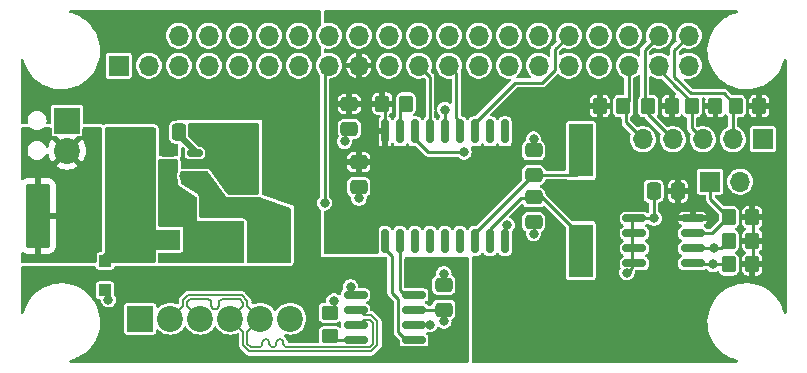
<source format=gtl>
%TF.GenerationSoftware,KiCad,Pcbnew,7.0.6*%
%TF.CreationDate,2023-08-14T14:17:20+01:00*%
%TF.ProjectId,canhat,63616e68-6174-42e6-9b69-6361645f7063,8*%
%TF.SameCoordinates,Original*%
%TF.FileFunction,Copper,L1,Top*%
%TF.FilePolarity,Positive*%
%FSLAX46Y46*%
G04 Gerber Fmt 4.6, Leading zero omitted, Abs format (unit mm)*
G04 Created by KiCad (PCBNEW 7.0.6) date 2023-08-14 14:17:20*
%MOMM*%
%LPD*%
G01*
G04 APERTURE LIST*
G04 Aperture macros list*
%AMRoundRect*
0 Rectangle with rounded corners*
0 $1 Rounding radius*
0 $2 $3 $4 $5 $6 $7 $8 $9 X,Y pos of 4 corners*
0 Add a 4 corners polygon primitive as box body*
4,1,4,$2,$3,$4,$5,$6,$7,$8,$9,$2,$3,0*
0 Add four circle primitives for the rounded corners*
1,1,$1+$1,$2,$3*
1,1,$1+$1,$4,$5*
1,1,$1+$1,$6,$7*
1,1,$1+$1,$8,$9*
0 Add four rect primitives between the rounded corners*
20,1,$1+$1,$2,$3,$4,$5,0*
20,1,$1+$1,$4,$5,$6,$7,0*
20,1,$1+$1,$6,$7,$8,$9,0*
20,1,$1+$1,$8,$9,$2,$3,0*%
%AMFreePoly0*
4,1,19,0.500000,-0.750000,0.000000,-0.750000,0.000000,-0.744911,-0.071157,-0.744911,-0.207708,-0.704816,-0.327430,-0.627875,-0.420627,-0.520320,-0.479746,-0.390866,-0.500000,-0.250000,-0.500000,0.250000,-0.479746,0.390866,-0.420627,0.520320,-0.327430,0.627875,-0.207708,0.704816,-0.071157,0.744911,0.000000,0.744911,0.000000,0.750000,0.500000,0.750000,0.500000,-0.750000,0.500000,-0.750000,
$1*%
%AMFreePoly1*
4,1,19,0.000000,0.744911,0.071157,0.744911,0.207708,0.704816,0.327430,0.627875,0.420627,0.520320,0.479746,0.390866,0.500000,0.250000,0.500000,-0.250000,0.479746,-0.390866,0.420627,-0.520320,0.327430,-0.627875,0.207708,-0.704816,0.071157,-0.744911,0.000000,-0.744911,0.000000,-0.750000,-0.500000,-0.750000,-0.500000,0.750000,0.000000,0.750000,0.000000,0.744911,0.000000,0.744911,
$1*%
G04 Aperture macros list end*
%TA.AperFunction,SMDPad,CuDef*%
%ADD10RoundRect,0.250000X0.350000X0.450000X-0.350000X0.450000X-0.350000X-0.450000X0.350000X-0.450000X0*%
%TD*%
%TA.AperFunction,SMDPad,CuDef*%
%ADD11RoundRect,0.250000X0.475000X-0.337500X0.475000X0.337500X-0.475000X0.337500X-0.475000X-0.337500X0*%
%TD*%
%TA.AperFunction,SMDPad,CuDef*%
%ADD12RoundRect,0.250000X-0.475000X0.337500X-0.475000X-0.337500X0.475000X-0.337500X0.475000X0.337500X0*%
%TD*%
%TA.AperFunction,SMDPad,CuDef*%
%ADD13RoundRect,0.150000X0.150000X-0.875000X0.150000X0.875000X-0.150000X0.875000X-0.150000X-0.875000X0*%
%TD*%
%TA.AperFunction,SMDPad,CuDef*%
%ADD14RoundRect,0.150000X0.825000X0.150000X-0.825000X0.150000X-0.825000X-0.150000X0.825000X-0.150000X0*%
%TD*%
%TA.AperFunction,SMDPad,CuDef*%
%ADD15RoundRect,0.250000X0.337500X0.475000X-0.337500X0.475000X-0.337500X-0.475000X0.337500X-0.475000X0*%
%TD*%
%TA.AperFunction,ComponentPad*%
%ADD16R,1.700000X1.700000*%
%TD*%
%TA.AperFunction,ComponentPad*%
%ADD17O,1.700000X1.700000*%
%TD*%
%TA.AperFunction,SMDPad,CuDef*%
%ADD18RoundRect,0.150000X-0.825000X-0.150000X0.825000X-0.150000X0.825000X0.150000X-0.825000X0.150000X0*%
%TD*%
%TA.AperFunction,SMDPad,CuDef*%
%ADD19R,2.000000X4.500000*%
%TD*%
%TA.AperFunction,ComponentPad*%
%ADD20R,2.200000X2.200000*%
%TD*%
%TA.AperFunction,ComponentPad*%
%ADD21C,2.200000*%
%TD*%
%TA.AperFunction,SMDPad,CuDef*%
%ADD22RoundRect,0.250001X-0.799999X-2.474999X0.799999X-2.474999X0.799999X2.474999X-0.799999X2.474999X0*%
%TD*%
%TA.AperFunction,SMDPad,CuDef*%
%ADD23RoundRect,0.250000X-0.350000X-0.450000X0.350000X-0.450000X0.350000X0.450000X-0.350000X0.450000X0*%
%TD*%
%TA.AperFunction,SMDPad,CuDef*%
%ADD24RoundRect,0.375000X-0.375000X-0.725000X0.375000X-0.725000X0.375000X0.725000X-0.375000X0.725000X0*%
%TD*%
%TA.AperFunction,SMDPad,CuDef*%
%ADD25RoundRect,0.150000X-0.512500X-0.150000X0.512500X-0.150000X0.512500X0.150000X-0.512500X0.150000X0*%
%TD*%
%TA.AperFunction,SMDPad,CuDef*%
%ADD26R,3.500000X1.800000*%
%TD*%
%TA.AperFunction,SMDPad,CuDef*%
%ADD27RoundRect,0.250000X-0.337500X-0.475000X0.337500X-0.475000X0.337500X0.475000X-0.337500X0.475000X0*%
%TD*%
%TA.AperFunction,SMDPad,CuDef*%
%ADD28R,1.000000X1.000000*%
%TD*%
%TA.AperFunction,SMDPad,CuDef*%
%ADD29RoundRect,0.250000X0.450000X-0.350000X0.450000X0.350000X-0.450000X0.350000X-0.450000X-0.350000X0*%
%TD*%
%TA.AperFunction,SMDPad,CuDef*%
%ADD30FreePoly0,270.000000*%
%TD*%
%TA.AperFunction,SMDPad,CuDef*%
%ADD31FreePoly1,270.000000*%
%TD*%
%TA.AperFunction,ViaPad*%
%ADD32C,0.800000*%
%TD*%
%TA.AperFunction,Conductor*%
%ADD33C,0.250000*%
%TD*%
%TA.AperFunction,Conductor*%
%ADD34C,0.200000*%
%TD*%
%TA.AperFunction,Conductor*%
%ADD35C,0.500000*%
%TD*%
G04 APERTURE END LIST*
D10*
%TO.P,R3,1*%
%TO.N,+3V3*%
X102025000Y-71600000D03*
%TO.P,R3,2*%
%TO.N,/ID_SD*%
X100025000Y-71600000D03*
%TD*%
%TO.P,R4,1*%
%TO.N,+3V3*%
X102025000Y-69600000D03*
%TO.P,R4,2*%
%TO.N,/ID_SC*%
X100025000Y-69600000D03*
%TD*%
D11*
%TO.P,C1,1*%
%TO.N,Net-(C1-Pad1)*%
X83500000Y-64037500D03*
%TO.P,C1,2*%
%TO.N,GND*%
X83500000Y-61962500D03*
%TD*%
D12*
%TO.P,C6,1*%
%TO.N,GND*%
X75900000Y-73362500D03*
%TO.P,C6,2*%
%TO.N,Net-(C6-Pad2)*%
X75900000Y-75437500D03*
%TD*%
D10*
%TO.P,R1,1*%
%TO.N,Net-(R1-Pad1)*%
X72700000Y-58000000D03*
%TO.P,R1,2*%
%TO.N,+3V3*%
X70700000Y-58000000D03*
%TD*%
D13*
%TO.P,U1,1,TXCAN*%
%TO.N,/TX*%
X70920000Y-69650000D03*
%TO.P,U1,2,RXCAN*%
%TO.N,/RX*%
X72190000Y-69650000D03*
%TO.P,U1,3,CLKOUT/SOF*%
%TO.N,unconnected-(U1-Pad3)*%
X73460000Y-69650000D03*
%TO.P,U1,4,~{TX0RTS}*%
%TO.N,unconnected-(U1-Pad4)*%
X74730000Y-69650000D03*
%TO.P,U1,5,~{TX1RTS}*%
%TO.N,unconnected-(U1-Pad5)*%
X76000000Y-69650000D03*
%TO.P,U1,6,~{TX2RTS}*%
%TO.N,unconnected-(U1-Pad6)*%
X77270000Y-69650000D03*
%TO.P,U1,7,OSC2*%
%TO.N,Net-(C1-Pad1)*%
X78540000Y-69650000D03*
%TO.P,U1,8,OSC1*%
%TO.N,Net-(C2-Pad1)*%
X79810000Y-69650000D03*
%TO.P,U1,9,VSS*%
%TO.N,GND*%
X81080000Y-69650000D03*
%TO.P,U1,10,~{RX1BF}*%
%TO.N,unconnected-(U1-Pad10)*%
X81080000Y-60350000D03*
%TO.P,U1,11,~{RX0BF}*%
%TO.N,unconnected-(U1-Pad11)*%
X79810000Y-60350000D03*
%TO.P,U1,12,~{INT}*%
%TO.N,/~{INT}*%
X78540000Y-60350000D03*
%TO.P,U1,13,SCK*%
%TO.N,/SCK*%
X77270000Y-60350000D03*
%TO.P,U1,14,SI*%
%TO.N,/MOSI*%
X76000000Y-60350000D03*
%TO.P,U1,15,SO*%
%TO.N,/MISO*%
X74730000Y-60350000D03*
%TO.P,U1,16,~{CS}*%
%TO.N,/~{CS}*%
X73460000Y-60350000D03*
%TO.P,U1,17,~{RESET}*%
%TO.N,Net-(R1-Pad1)*%
X72190000Y-60350000D03*
%TO.P,U1,18,VDD*%
%TO.N,+3V3*%
X70920000Y-60350000D03*
%TD*%
D14*
%TO.P,U2,1,D*%
%TO.N,/TX*%
X73375000Y-78005000D03*
%TO.P,U2,2,GND*%
%TO.N,GND*%
X73375000Y-76735000D03*
%TO.P,U2,3,VCC*%
%TO.N,Net-(C6-Pad2)*%
X73375000Y-75465000D03*
%TO.P,U2,4,R*%
%TO.N,/RX*%
X73375000Y-74195000D03*
%TO.P,U2,5,EN*%
%TO.N,Net-(JP3-Pad1)*%
X68425000Y-74195000D03*
%TO.P,U2,6,CANL*%
%TO.N,/CAN_N*%
X68425000Y-75465000D03*
%TO.P,U2,7,CANH*%
%TO.N,/CAN_P*%
X68425000Y-76735000D03*
%TO.P,U2,8,Rs*%
%TO.N,Net-(U2-Pad8)*%
X68425000Y-78005000D03*
%TD*%
D15*
%TO.P,C7,1*%
%TO.N,+3V3*%
X95737500Y-65400000D03*
%TO.P,C7,2*%
%TO.N,GND*%
X93662500Y-65400000D03*
%TD*%
D16*
%TO.P,JP1,1,A*%
%TO.N,Net-(JP1-Pad1)*%
X98460000Y-64600000D03*
D17*
%TO.P,JP1,2,B*%
%TO.N,GND*%
X101000000Y-64600000D03*
%TD*%
D10*
%TO.P,R2,1*%
%TO.N,+3V3*%
X102025000Y-67600000D03*
%TO.P,R2,2*%
%TO.N,Net-(JP1-Pad1)*%
X100025000Y-67600000D03*
%TD*%
D18*
%TO.P,U3,1,A0*%
%TO.N,GND*%
X92025000Y-67695000D03*
%TO.P,U3,2,A1*%
X92025000Y-68965000D03*
%TO.P,U3,3,A2*%
X92025000Y-70235000D03*
%TO.P,U3,4,GND*%
X92025000Y-71505000D03*
%TO.P,U3,5,SDA*%
%TO.N,/ID_SD*%
X96975000Y-71505000D03*
%TO.P,U3,6,SCL*%
%TO.N,/ID_SC*%
X96975000Y-70235000D03*
%TO.P,U3,7,WP*%
%TO.N,Net-(JP1-Pad1)*%
X96975000Y-68965000D03*
%TO.P,U3,8,VCC*%
%TO.N,+3V3*%
X96975000Y-67695000D03*
%TD*%
D19*
%TO.P,Y1,1,1*%
%TO.N,Net-(C2-Pad1)*%
X87500000Y-70450000D03*
%TO.P,Y1,2,2*%
%TO.N,Net-(C1-Pad1)*%
X87500000Y-61950000D03*
%TD*%
D20*
%TO.P,J2,1,Pin_1*%
%TO.N,GND*%
X50200000Y-76200000D03*
D21*
%TO.P,J2,2,Pin_2*%
%TO.N,/CAN_P*%
X52740000Y-76200000D03*
%TO.P,J2,3,Pin_3*%
%TO.N,/CAN_N*%
X55280000Y-76200000D03*
%TO.P,J2,4,Pin_4*%
X57820000Y-76200000D03*
%TO.P,J2,5,Pin_5*%
%TO.N,/CAN_P*%
X60360000Y-76200000D03*
%TO.P,J2,6,Pin_6*%
%TO.N,GND*%
X62900000Y-76200000D03*
%TD*%
D22*
%TO.P,F1,1*%
%TO.N,+12V*%
X41525000Y-67500000D03*
%TO.P,F1,2*%
%TO.N,+12LF*%
X48475000Y-67500000D03*
%TD*%
D20*
%TO.P,J5,1,Pin_1*%
%TO.N,GND*%
X44000000Y-59430000D03*
D21*
%TO.P,J5,2,Pin_2*%
%TO.N,+12V*%
X44000000Y-61970000D03*
%TD*%
D12*
%TO.P,C3,1*%
%TO.N,+3V3*%
X67900000Y-58050000D03*
%TO.P,C3,2*%
%TO.N,GND*%
X67900000Y-60125000D03*
%TD*%
%TO.P,C4,1*%
%TO.N,+3V3*%
X68700000Y-62962500D03*
%TO.P,C4,2*%
%TO.N,GND*%
X68700000Y-65037500D03*
%TD*%
D16*
%TO.P,J3,1,Pin_1*%
%TO.N,GND*%
X102900000Y-61000000D03*
D17*
%TO.P,J3,2,Pin_2*%
%TO.N,/GPIO21*%
X100360000Y-61000000D03*
%TO.P,J3,3,Pin_3*%
%TO.N,/GPIO26*%
X97820000Y-61000000D03*
%TO.P,J3,4,Pin_4*%
%TO.N,/GPIO20*%
X95280000Y-61000000D03*
%TO.P,J3,5,Pin_5*%
%TO.N,/GPIO19*%
X92740000Y-61000000D03*
%TD*%
D23*
%TO.P,R12,1*%
%TO.N,/GPIO20*%
X93200000Y-58200000D03*
%TO.P,R12,2*%
%TO.N,+3V3*%
X95200000Y-58200000D03*
%TD*%
%TO.P,R13,1*%
%TO.N,/GPIO26*%
X96900000Y-58200000D03*
%TO.P,R13,2*%
%TO.N,+3V3*%
X98900000Y-58200000D03*
%TD*%
%TO.P,R14,1*%
%TO.N,/GPIO21*%
X100600000Y-58200000D03*
%TO.P,R14,2*%
%TO.N,+3V3*%
X102600000Y-58200000D03*
%TD*%
D15*
%TO.P,C12,1*%
%TO.N,+5V*%
X64062500Y-69700000D03*
%TO.P,C12,2*%
%TO.N,GND*%
X61987500Y-69700000D03*
%TD*%
D24*
%TO.P,L1,1,1*%
%TO.N,Net-(C10-Pad2)*%
X57825000Y-62700000D03*
%TO.P,L1,2,2*%
%TO.N,+5V*%
X64125000Y-62700000D03*
%TD*%
D25*
%TO.P,U4,1,FB*%
%TO.N,+5V*%
X52552500Y-62200000D03*
%TO.P,U4,2,EN*%
%TO.N,Net-(C9-Pad1)*%
X52552500Y-63150000D03*
%TO.P,U4,3,VIN*%
X52552500Y-64100000D03*
%TO.P,U4,4,GND*%
%TO.N,GND*%
X54827500Y-64100000D03*
%TO.P,U4,5,SW*%
%TO.N,Net-(C10-Pad2)*%
X54827500Y-63150000D03*
%TO.P,U4,6,BST*%
%TO.N,Net-(C10-Pad1)*%
X54827500Y-62200000D03*
%TD*%
D15*
%TO.P,C13,1*%
%TO.N,+5V*%
X64062500Y-67700000D03*
%TO.P,C13,2*%
%TO.N,GND*%
X61987500Y-67700000D03*
%TD*%
D26*
%TO.P,D2,1,K*%
%TO.N,Net-(C9-Pad1)*%
X56900000Y-69500000D03*
%TO.P,D2,2,A*%
%TO.N,+12LF*%
X51900000Y-69500000D03*
%TD*%
D27*
%TO.P,C9,1*%
%TO.N,Net-(C9-Pad1)*%
X53762500Y-66700000D03*
%TO.P,C9,2*%
%TO.N,GND*%
X55837500Y-66700000D03*
%TD*%
D10*
%TO.P,R11,1*%
%TO.N,/GPIO19*%
X91100000Y-58200000D03*
%TO.P,R11,2*%
%TO.N,+3V3*%
X89100000Y-58200000D03*
%TD*%
D28*
%TO.P,D1,1,A1*%
%TO.N,+12LF*%
X47200000Y-71300000D03*
%TO.P,D1,2,A2*%
%TO.N,GND*%
X47200000Y-73800000D03*
%TD*%
D27*
%TO.P,C10,1*%
%TO.N,Net-(C10-Pad1)*%
X53462500Y-60400000D03*
%TO.P,C10,2*%
%TO.N,Net-(C10-Pad2)*%
X55537500Y-60400000D03*
%TD*%
D29*
%TO.P,R5,1*%
%TO.N,Net-(U2-Pad8)*%
X66250000Y-77700000D03*
%TO.P,R5,2*%
%TO.N,Net-(JP2-Pad2)*%
X66250000Y-75700000D03*
%TD*%
D12*
%TO.P,C2,1*%
%TO.N,Net-(C2-Pad1)*%
X83500000Y-65925000D03*
%TO.P,C2,2*%
%TO.N,GND*%
X83500000Y-68000000D03*
%TD*%
D30*
%TO.P,JP5,1,A*%
%TO.N,+5V*%
X50100000Y-59200000D03*
D31*
%TO.P,JP5,2,B*%
%TO.N,+12LF*%
X50100000Y-60500000D03*
%TD*%
D16*
%TO.P,J1,1,3V3*%
%TO.N,unconnected-(J1-Pad1)*%
X48370000Y-54770000D03*
D17*
%TO.P,J1,2,5V*%
%TO.N,+5V*%
X48370000Y-52230000D03*
%TO.P,J1,3,SDA/GPIO2*%
%TO.N,unconnected-(J1-Pad3)*%
X50910000Y-54770000D03*
%TO.P,J1,4,5V*%
%TO.N,+5V*%
X50910000Y-52230000D03*
%TO.P,J1,5,SCL/GPIO3*%
%TO.N,unconnected-(J1-Pad5)*%
X53450000Y-54770000D03*
%TO.P,J1,6,GND*%
%TO.N,GND*%
X53450000Y-52230000D03*
%TO.P,J1,7,GCLK0/GPIO4*%
%TO.N,unconnected-(J1-Pad7)*%
X55990000Y-54770000D03*
%TO.P,J1,8,GPIO14/TXD*%
%TO.N,unconnected-(J1-Pad8)*%
X55990000Y-52230000D03*
%TO.P,J1,9,GND*%
%TO.N,GND*%
X58530000Y-54770000D03*
%TO.P,J1,10,GPIO15/RXD*%
%TO.N,unconnected-(J1-Pad10)*%
X58530000Y-52230000D03*
%TO.P,J1,11,GPIO17*%
%TO.N,unconnected-(J1-Pad11)*%
X61070000Y-54770000D03*
%TO.P,J1,12,GPIO18/PWM0*%
%TO.N,unconnected-(J1-Pad12)*%
X61070000Y-52230000D03*
%TO.P,J1,13,GPIO27*%
%TO.N,unconnected-(J1-Pad13)*%
X63610000Y-54770000D03*
%TO.P,J1,14,GND*%
%TO.N,GND*%
X63610000Y-52230000D03*
%TO.P,J1,15,GPIO22*%
%TO.N,/TRXEN*%
X66150000Y-54770000D03*
%TO.P,J1,16,GPIO23*%
%TO.N,unconnected-(J1-Pad16)*%
X66150000Y-52230000D03*
%TO.P,J1,17,3V3*%
%TO.N,+3V3*%
X68690000Y-54770000D03*
%TO.P,J1,18,GPIO24*%
%TO.N,unconnected-(J1-Pad18)*%
X68690000Y-52230000D03*
%TO.P,J1,19,MOSI0/GPIO10*%
%TO.N,/MOSI*%
X71230000Y-54770000D03*
%TO.P,J1,20,GND*%
%TO.N,GND*%
X71230000Y-52230000D03*
%TO.P,J1,21,MISO0/GPIO9*%
%TO.N,/MISO*%
X73770000Y-54770000D03*
%TO.P,J1,22,GPIO25*%
%TO.N,unconnected-(J1-Pad22)*%
X73770000Y-52230000D03*
%TO.P,J1,23,SCLK0/GPIO11*%
%TO.N,/SCK*%
X76310000Y-54770000D03*
%TO.P,J1,24,~{CE0}/GPIO8*%
%TO.N,/~{CS}*%
X76310000Y-52230000D03*
%TO.P,J1,25,GND*%
%TO.N,GND*%
X78850000Y-54770000D03*
%TO.P,J1,26,~{CE1}/GPIO7*%
%TO.N,unconnected-(J1-Pad26)*%
X78850000Y-52230000D03*
%TO.P,J1,27,ID_SD/GPIO0*%
%TO.N,/ID_SD*%
X81390000Y-54770000D03*
%TO.P,J1,28,ID_SC/GPIO1*%
%TO.N,/ID_SC*%
X81390000Y-52230000D03*
%TO.P,J1,29,GCLK1/GPIO5*%
%TO.N,unconnected-(J1-Pad29)*%
X83930000Y-54770000D03*
%TO.P,J1,30,GND*%
%TO.N,GND*%
X83930000Y-52230000D03*
%TO.P,J1,31,GCLK2/GPIO6*%
%TO.N,unconnected-(J1-Pad31)*%
X86470000Y-54770000D03*
%TO.P,J1,32,PWM0/GPIO12*%
%TO.N,/~{INT}*%
X86470000Y-52230000D03*
%TO.P,J1,33,PWM1/GPIO13*%
%TO.N,unconnected-(J1-Pad33)*%
X89010000Y-54770000D03*
%TO.P,J1,34,GND*%
%TO.N,GND*%
X89010000Y-52230000D03*
%TO.P,J1,35,GPIO19/MISO1*%
%TO.N,/GPIO19*%
X91550000Y-54770000D03*
%TO.P,J1,36,GPIO16*%
%TO.N,unconnected-(J1-Pad36)*%
X91550000Y-52230000D03*
%TO.P,J1,37,GPIO26*%
%TO.N,/GPIO26*%
X94090000Y-54770000D03*
%TO.P,J1,38,GPIO20/MOSI1*%
%TO.N,/GPIO20*%
X94090000Y-52230000D03*
%TO.P,J1,39,GND*%
%TO.N,GND*%
X96630000Y-54770000D03*
%TO.P,J1,40,GPIO21/SCLK1*%
%TO.N,/GPIO21*%
X96630000Y-52230000D03*
%TD*%
D32*
%TO.N,GND*%
X57500000Y-67000000D03*
X60900000Y-69600000D03*
X60900000Y-67700000D03*
X60900000Y-68700000D03*
X75900000Y-72400000D03*
X53900000Y-64100000D03*
X83500000Y-69000000D03*
X74700000Y-76700000D03*
X47500000Y-74600000D03*
X81250000Y-68250000D03*
X68700000Y-66000000D03*
X67500000Y-61200000D03*
X91400000Y-72300000D03*
X93700000Y-67700000D03*
X83500000Y-61000000D03*
X55900000Y-65300000D03*
%TO.N,/MOSI*%
X76000000Y-58500000D03*
%TO.N,/~{CS}*%
X77600000Y-62100000D03*
%TO.N,+3V3*%
X68000000Y-69000000D03*
X79200000Y-73100000D03*
%TO.N,/ID_SD*%
X98700000Y-71600000D03*
%TO.N,/ID_SC*%
X98735000Y-70235000D03*
%TO.N,+5V*%
X77300000Y-72600000D03*
%TO.N,/TRXEN*%
X65800000Y-66400000D03*
%TO.N,Net-(C6-Pad2)*%
X75900000Y-76400000D03*
%TO.N,Net-(JP2-Pad2)*%
X66600000Y-74700000D03*
%TO.N,Net-(JP3-Pad1)*%
X68000000Y-73500000D03*
%TD*%
D33*
%TO.N,Net-(C1-Pad1)*%
X78540000Y-69700000D02*
X78540000Y-68985000D01*
X87500000Y-61950000D02*
X87500000Y-63600000D01*
X87062500Y-64037500D02*
X83500000Y-64037500D01*
X78540000Y-68985000D02*
X82876628Y-64648372D01*
X87500000Y-63600000D02*
X87062500Y-64037500D01*
X82876628Y-64648372D02*
X83500000Y-64025000D01*
%TO.N,Net-(C2-Pad1)*%
X83500000Y-65950000D02*
X82450000Y-65950000D01*
X82450000Y-65950000D02*
X79810000Y-68590000D01*
X84225000Y-65925000D02*
X83500000Y-65925000D01*
X79810000Y-69700000D02*
X79810000Y-68590000D01*
X87500000Y-69200000D02*
X84225000Y-65925000D01*
X87500000Y-70450000D02*
X87500000Y-69200000D01*
%TO.N,GND*%
X83500000Y-61975000D02*
X83500000Y-61000000D01*
X47200000Y-73800000D02*
X47500000Y-74100000D01*
X81080000Y-68420000D02*
X81250000Y-68250000D01*
X93675000Y-67675000D02*
X93700000Y-67700000D01*
X67500000Y-61200000D02*
X67500000Y-60512500D01*
X83500000Y-68000000D02*
X83500000Y-69000000D01*
X91805000Y-67700000D02*
X91800000Y-67695000D01*
X67500000Y-60512500D02*
X67900000Y-60112500D01*
X93675000Y-65400000D02*
X93675000Y-67675000D01*
X73600000Y-76735000D02*
X74665000Y-76735000D01*
X68700000Y-65025000D02*
X68700000Y-66000000D01*
X91800000Y-71900000D02*
X91400000Y-72300000D01*
X81080000Y-69700000D02*
X81080000Y-68420000D01*
X74665000Y-76735000D02*
X74700000Y-76700000D01*
X91800000Y-71505000D02*
X91800000Y-71900000D01*
X93700000Y-67700000D02*
X91805000Y-67700000D01*
X75900000Y-73362500D02*
X75900000Y-72400000D01*
X91800000Y-71505000D02*
X91800000Y-67695000D01*
X47500000Y-74100000D02*
X47500000Y-74600000D01*
%TO.N,/~{INT}*%
X85294999Y-55144003D02*
X84219002Y-56220000D01*
X84219002Y-56220000D02*
X81920000Y-56220000D01*
X81920000Y-56220000D02*
X78540000Y-59600000D01*
X86470000Y-52230000D02*
X85294999Y-53405001D01*
X78540000Y-59600000D02*
X78540000Y-60300000D01*
X85294999Y-53405001D02*
X85294999Y-55144003D01*
%TO.N,/SCK*%
X77270000Y-59570000D02*
X76950000Y-59250000D01*
X77270000Y-60300000D02*
X77270000Y-59570000D01*
X76950000Y-55410000D02*
X76950000Y-59250000D01*
X76310000Y-54770000D02*
X76950000Y-55410000D01*
%TO.N,/MOSI*%
X76000000Y-60300000D02*
X76000000Y-58500000D01*
%TO.N,/MISO*%
X74730000Y-60300000D02*
X74730000Y-55730000D01*
X74730000Y-55730000D02*
X73770000Y-54770000D01*
%TO.N,/~{CS}*%
X74560000Y-62100000D02*
X73460000Y-61000000D01*
X73460000Y-61000000D02*
X73460000Y-60300000D01*
X77600000Y-62100000D02*
X74560000Y-62100000D01*
%TO.N,+3V3*%
X70920000Y-60300000D02*
X70920000Y-58245000D01*
X70920000Y-58245000D02*
X70675000Y-58000000D01*
X102050000Y-71600000D02*
X102050000Y-67600000D01*
%TO.N,/ID_SD*%
X98700000Y-71600000D02*
X97295000Y-71600000D01*
X100000000Y-71600000D02*
X98700000Y-71600000D01*
%TO.N,/ID_SC*%
X98735000Y-70235000D02*
X97200000Y-70235000D01*
X99376628Y-70223372D02*
X98873372Y-70223372D01*
X100000000Y-69600000D02*
X99376628Y-70223372D01*
X98873372Y-70223372D02*
X98861744Y-70235000D01*
X98861744Y-70235000D02*
X98735000Y-70235000D01*
%TO.N,/TX*%
X71500000Y-72100000D02*
X71500000Y-74000000D01*
X70920000Y-70320000D02*
X70920000Y-69650000D01*
X72705000Y-78005000D02*
X72050000Y-77350000D01*
X71500000Y-74000000D02*
X72050000Y-74550000D01*
X71500000Y-70900000D02*
X70920000Y-70320000D01*
X71500000Y-72100000D02*
X71500000Y-70900000D01*
X73375000Y-78005000D02*
X72705000Y-78005000D01*
X72050000Y-77350000D02*
X72050000Y-74550000D01*
%TO.N,/RX*%
X73600000Y-74195000D02*
X72595000Y-74195000D01*
X72595000Y-74195000D02*
X72190000Y-73790000D01*
X72190000Y-73790000D02*
X72190000Y-69700000D01*
D34*
%TO.N,/CAN_P*%
X59265000Y-75105000D02*
X60360000Y-76200000D01*
X62325000Y-78232551D02*
X62325000Y-78325000D01*
X69135000Y-76275000D02*
X68675000Y-76735000D01*
X69925000Y-78327512D02*
X69925000Y-76572488D01*
X59572488Y-78625000D02*
X60225000Y-78625000D01*
X62675000Y-78625000D02*
X69627512Y-78625000D01*
X58772488Y-74225000D02*
X59265000Y-74717512D01*
X62625000Y-78625000D02*
X62675000Y-78625000D01*
X59265000Y-78317512D02*
X59572488Y-78625000D01*
X61125000Y-78232551D02*
X61125000Y-78325000D01*
X54227512Y-74225000D02*
X58772488Y-74225000D01*
X61725000Y-78325000D02*
X61725000Y-78232551D01*
X59265000Y-74717512D02*
X59265000Y-75105000D01*
X69627512Y-78625000D02*
X69925000Y-78327512D01*
X60525000Y-78325000D02*
X60525000Y-78232551D01*
X60360000Y-76200000D02*
X59265000Y-77295000D01*
X52740000Y-76200000D02*
X53835000Y-75105000D01*
X53835000Y-75105000D02*
X53835000Y-74617512D01*
X68675000Y-76735000D02*
X68200000Y-76735000D01*
X59265000Y-77295000D02*
X59265000Y-78317512D01*
X53835000Y-74617512D02*
X54227512Y-74225000D01*
X69925000Y-76572488D02*
X69627512Y-76275000D01*
X69627512Y-76275000D02*
X69135000Y-76275000D01*
X62325049Y-78232551D02*
G75*
G03*
X62025000Y-77932551I-300049J-49D01*
G01*
X61125049Y-78232551D02*
G75*
G03*
X60825000Y-77932551I-300049J-49D01*
G01*
X60225000Y-78625000D02*
G75*
G03*
X60525000Y-78325000I0J300000D01*
G01*
X61425000Y-78625000D02*
G75*
G03*
X61725000Y-78325000I0J300000D01*
G01*
X62025000Y-77932600D02*
G75*
G03*
X61725000Y-78232551I0J-300000D01*
G01*
X61125000Y-78325000D02*
G75*
G03*
X61425000Y-78625000I300000J0D01*
G01*
X60825000Y-77932600D02*
G75*
G03*
X60525000Y-78232551I0J-300000D01*
G01*
X62325000Y-78325000D02*
G75*
G03*
X62625000Y-78625000I300000J0D01*
G01*
%TO.N,/CAN_N*%
X56394834Y-75384699D02*
X56458243Y-75406887D01*
X68675000Y-75465000D02*
X69135000Y-75925000D01*
X56525000Y-75414408D02*
X56591756Y-75406887D01*
X56225000Y-75114408D02*
X56232521Y-75181165D01*
X55280000Y-76200000D02*
X54185000Y-75105000D01*
X56795290Y-75244574D02*
X56817478Y-75181165D01*
X56759549Y-75301455D02*
X56795290Y-75244574D01*
X59427512Y-78975000D02*
X69772488Y-78975000D01*
X56055165Y-74604710D02*
X56112046Y-74640451D01*
X56712046Y-75348958D02*
X56759549Y-75301455D01*
X58915000Y-77295000D02*
X58915000Y-78462488D01*
X56825000Y-74875000D02*
X56832521Y-74808244D01*
X56195290Y-74744835D02*
X56217478Y-74808244D01*
X54372488Y-74575000D02*
X55925000Y-74575000D01*
X54185000Y-74762488D02*
X54372488Y-74575000D01*
X55925000Y-74575000D02*
X55991756Y-74582522D01*
X68200000Y-75465000D02*
X68675000Y-75465000D01*
X69772488Y-78975000D02*
X70275000Y-78472488D01*
X56854709Y-74744835D02*
X56890450Y-74687954D01*
X56591756Y-75406887D02*
X56655165Y-75384699D01*
X58915000Y-78462488D02*
X59427512Y-78975000D01*
X56825000Y-75114408D02*
X56825000Y-74875000D01*
X56112046Y-74640451D02*
X56159549Y-74687954D01*
X56655165Y-75384699D02*
X56712046Y-75348958D01*
X69135000Y-75925000D02*
X69772488Y-75925000D01*
X54185000Y-75105000D02*
X54185000Y-74762488D01*
X56458243Y-75406887D02*
X56525000Y-75414408D01*
X56890450Y-74687954D02*
X56937953Y-74640451D01*
X58627512Y-74575000D02*
X57125000Y-74575000D01*
X56832521Y-74808244D02*
X56854709Y-74744835D01*
X56225000Y-74875000D02*
X56225000Y-75114408D01*
X58915000Y-74862488D02*
X58627512Y-74575000D01*
X57058243Y-74582522D02*
X57125000Y-74575000D01*
X56232521Y-75181165D02*
X56254709Y-75244574D01*
X56937953Y-74640451D02*
X56994834Y-74604710D01*
X56217478Y-74808244D02*
X56225000Y-74875000D01*
X56159549Y-74687954D02*
X56195290Y-74744835D01*
X70275000Y-78472488D02*
X70275000Y-76427512D01*
X69772488Y-75925000D02*
X70275000Y-76427512D01*
X56290450Y-75301455D02*
X56337953Y-75348958D01*
X58915000Y-75105000D02*
X58915000Y-74862488D01*
X56817478Y-75181165D02*
X56825000Y-75114408D01*
X58915000Y-77295000D02*
X57820000Y-76200000D01*
X57820000Y-76200000D02*
X58915000Y-75105000D01*
X55991756Y-74582522D02*
X56055165Y-74604710D01*
X56254709Y-75244574D02*
X56290450Y-75301455D01*
X56994834Y-74604710D02*
X57058243Y-74582522D01*
X56337953Y-75348958D02*
X56394834Y-75384699D01*
D33*
%TO.N,Net-(U2-Pad8)*%
X68425000Y-78005000D02*
X66555000Y-78005000D01*
X66555000Y-78005000D02*
X66250000Y-77700000D01*
D35*
%TO.N,Net-(C10-Pad2)*%
X55000000Y-63150000D02*
X57325000Y-63150000D01*
X57325000Y-63150000D02*
X57775000Y-62700000D01*
%TO.N,Net-(C10-Pad1)*%
X55000000Y-62200000D02*
X53475000Y-60675000D01*
X53475000Y-60675000D02*
X53475000Y-60400000D01*
D33*
%TO.N,/GPIO19*%
X91550000Y-54770000D02*
X91550000Y-57775000D01*
X91550000Y-57775000D02*
X91125000Y-58200000D01*
X92740000Y-61000000D02*
X91325000Y-59585000D01*
X91325000Y-59585000D02*
X91325000Y-57700000D01*
%TO.N,/GPIO26*%
X96875000Y-57875000D02*
X95550000Y-56550000D01*
X96875000Y-60055000D02*
X96875000Y-58200000D01*
X94090000Y-55090000D02*
X94090000Y-54770000D01*
X96875000Y-58200000D02*
X96875000Y-57875000D01*
X97820000Y-61000000D02*
X96875000Y-60055000D01*
X95550000Y-56550000D02*
X94090000Y-55090000D01*
%TO.N,/GPIO20*%
X92900000Y-57925000D02*
X93175000Y-58200000D01*
X95280000Y-61000000D02*
X93175000Y-58895000D01*
X94090000Y-52230000D02*
X92900000Y-53420000D01*
X92900000Y-53420000D02*
X92900000Y-57925000D01*
X93175000Y-58895000D02*
X93175000Y-58200000D01*
%TO.N,/GPIO21*%
X96800000Y-57100000D02*
X95400000Y-55700000D01*
X100575000Y-58200000D02*
X100575000Y-58075000D01*
X100360000Y-61000000D02*
X100360000Y-58415000D01*
X99600000Y-57100000D02*
X96800000Y-57100000D01*
X95400000Y-53460000D02*
X96630000Y-52230000D01*
X95400000Y-55700000D02*
X95400000Y-53460000D01*
X100575000Y-58075000D02*
X99600000Y-57100000D01*
X100360000Y-58415000D02*
X100575000Y-58200000D01*
%TO.N,/TRXEN*%
X66150000Y-54770000D02*
X65800000Y-55120000D01*
X65800000Y-55120000D02*
X65800000Y-66400000D01*
%TO.N,Net-(C6-Pad2)*%
X75900000Y-75437500D02*
X75900000Y-76400000D01*
X75872500Y-75465000D02*
X75900000Y-75437500D01*
X73375000Y-75465000D02*
X75872500Y-75465000D01*
%TO.N,Net-(JP1-Pad1)*%
X100000000Y-67600000D02*
X98635000Y-68965000D01*
X98635000Y-68965000D02*
X97200000Y-68965000D01*
X98460000Y-66060000D02*
X98460000Y-64600000D01*
X100000000Y-67600000D02*
X98460000Y-66060000D01*
%TO.N,Net-(R1-Pad1)*%
X72190000Y-58535000D02*
X72725000Y-58000000D01*
X72190000Y-60300000D02*
X72190000Y-58535000D01*
%TO.N,Net-(JP2-Pad2)*%
X66600000Y-75350000D02*
X66250000Y-75700000D01*
X66600000Y-74700000D02*
X66600000Y-75350000D01*
%TO.N,Net-(JP3-Pad1)*%
X68425000Y-74195000D02*
X68000000Y-73770000D01*
X68000000Y-73770000D02*
X68000000Y-73500000D01*
%TD*%
%TA.AperFunction,Conductor*%
%TO.N,+12V*%
G36*
X40913599Y-60019685D02*
G01*
X40934241Y-60036319D01*
X40957738Y-60059816D01*
X41110478Y-60155789D01*
X41280744Y-60215368D01*
X41280745Y-60215368D01*
X41280750Y-60215369D01*
X41371246Y-60225565D01*
X41415040Y-60230499D01*
X41415043Y-60230500D01*
X41415046Y-60230500D01*
X41504957Y-60230500D01*
X41504958Y-60230499D01*
X41572104Y-60222933D01*
X41639249Y-60215369D01*
X41639252Y-60215368D01*
X41639255Y-60215368D01*
X41809522Y-60155789D01*
X41962262Y-60059816D01*
X41985759Y-60036319D01*
X42047082Y-60002834D01*
X42073440Y-60000000D01*
X42575500Y-60000000D01*
X42642539Y-60019685D01*
X42688294Y-60072489D01*
X42699500Y-60124000D01*
X42699500Y-60549752D01*
X42711131Y-60608229D01*
X42711132Y-60608230D01*
X42755447Y-60674552D01*
X42821769Y-60718867D01*
X42821770Y-60718868D01*
X42880247Y-60730499D01*
X42880250Y-60730500D01*
X43062692Y-60730500D01*
X43129731Y-60750185D01*
X43150373Y-60766819D01*
X43828431Y-61444878D01*
X43711542Y-61495651D01*
X43594261Y-61591066D01*
X43507072Y-61714585D01*
X43476644Y-61800198D01*
X42702266Y-61025820D01*
X42701568Y-61026637D01*
X42569980Y-61241368D01*
X42473603Y-61474043D01*
X42434036Y-61638853D01*
X42399245Y-61699445D01*
X42337219Y-61731609D01*
X42267650Y-61725133D01*
X42212626Y-61682073D01*
X42196420Y-61650859D01*
X42185790Y-61620479D01*
X42107355Y-61495651D01*
X42089816Y-61467738D01*
X41962262Y-61340184D01*
X41809523Y-61244211D01*
X41639254Y-61184631D01*
X41639249Y-61184630D01*
X41504960Y-61169500D01*
X41504954Y-61169500D01*
X41415046Y-61169500D01*
X41415039Y-61169500D01*
X41280750Y-61184630D01*
X41280745Y-61184631D01*
X41110476Y-61244211D01*
X40957737Y-61340184D01*
X40830184Y-61467737D01*
X40734211Y-61620476D01*
X40674631Y-61790745D01*
X40674630Y-61790750D01*
X40654435Y-61969996D01*
X40654435Y-61970003D01*
X40674630Y-62149249D01*
X40674631Y-62149254D01*
X40734211Y-62319523D01*
X40785188Y-62400652D01*
X40830184Y-62472262D01*
X40957738Y-62599816D01*
X41110478Y-62695789D01*
X41280745Y-62755367D01*
X41280745Y-62755368D01*
X41280750Y-62755369D01*
X41371246Y-62765565D01*
X41415040Y-62770499D01*
X41415043Y-62770500D01*
X41415046Y-62770500D01*
X41504957Y-62770500D01*
X41504958Y-62770499D01*
X41572104Y-62762933D01*
X41639249Y-62755369D01*
X41639252Y-62755368D01*
X41639255Y-62755368D01*
X41809522Y-62695789D01*
X41962262Y-62599816D01*
X42089816Y-62472262D01*
X42185789Y-62319522D01*
X42196419Y-62289141D01*
X42237140Y-62232364D01*
X42302092Y-62206615D01*
X42370654Y-62220070D01*
X42421058Y-62268456D01*
X42434036Y-62301146D01*
X42473603Y-62465956D01*
X42569980Y-62698631D01*
X42701566Y-62913358D01*
X42701577Y-62913374D01*
X42702264Y-62914178D01*
X42702266Y-62914178D01*
X43474070Y-62142375D01*
X43476884Y-62155915D01*
X43546442Y-62290156D01*
X43649638Y-62400652D01*
X43778819Y-62479209D01*
X43830002Y-62493549D01*
X43055819Y-63267732D01*
X43056636Y-63268430D01*
X43056638Y-63268432D01*
X43271368Y-63400019D01*
X43504043Y-63496396D01*
X43748927Y-63555187D01*
X44000000Y-63574947D01*
X44251072Y-63555187D01*
X44495956Y-63496396D01*
X44728631Y-63400019D01*
X44943360Y-63268432D01*
X44943371Y-63268424D01*
X44944179Y-63267732D01*
X44171568Y-62495121D01*
X44288458Y-62444349D01*
X44405739Y-62348934D01*
X44492928Y-62225415D01*
X44523354Y-62139802D01*
X45297732Y-62914179D01*
X45298424Y-62913371D01*
X45298432Y-62913360D01*
X45430019Y-62698631D01*
X45526396Y-62465956D01*
X45585187Y-62221072D01*
X45604947Y-61970000D01*
X45585187Y-61718927D01*
X45526396Y-61474043D01*
X45430019Y-61241368D01*
X45298432Y-61026638D01*
X45298430Y-61026636D01*
X45297732Y-61025819D01*
X44525929Y-61797622D01*
X44523116Y-61784085D01*
X44453558Y-61649844D01*
X44350362Y-61539348D01*
X44221181Y-61460791D01*
X44169995Y-61446449D01*
X44849627Y-60766819D01*
X44910950Y-60733334D01*
X44937308Y-60730500D01*
X45119750Y-60730500D01*
X45119751Y-60730499D01*
X45134568Y-60727552D01*
X45178229Y-60718868D01*
X45178229Y-60718867D01*
X45178231Y-60718867D01*
X45244552Y-60674552D01*
X45288867Y-60608231D01*
X45288867Y-60608229D01*
X45288868Y-60608229D01*
X45300499Y-60549752D01*
X45300500Y-60549750D01*
X45300500Y-60124000D01*
X45320185Y-60056961D01*
X45372989Y-60011206D01*
X45424500Y-60000000D01*
X46876000Y-60000000D01*
X46943039Y-60019685D01*
X46988794Y-60072489D01*
X47000000Y-60124000D01*
X47000000Y-70475500D01*
X46980315Y-70542539D01*
X46927511Y-70588294D01*
X46876000Y-70599500D01*
X46680247Y-70599500D01*
X46621770Y-70611131D01*
X46621769Y-70611132D01*
X46555447Y-70655447D01*
X46511132Y-70721769D01*
X46511131Y-70721770D01*
X46499500Y-70780247D01*
X46499500Y-71376000D01*
X46479815Y-71443039D01*
X46427011Y-71488794D01*
X46375500Y-71500000D01*
X40199500Y-71500000D01*
X40132461Y-71480315D01*
X40086706Y-71427511D01*
X40075500Y-71376000D01*
X40075500Y-70677752D01*
X40095185Y-70610713D01*
X40147989Y-70564958D01*
X40217147Y-70555014D01*
X40264597Y-70572214D01*
X40405870Y-70659353D01*
X40405881Y-70659358D01*
X40572303Y-70714505D01*
X40572310Y-70714506D01*
X40675014Y-70724999D01*
X40675027Y-70725000D01*
X41275000Y-70725000D01*
X41275000Y-67750000D01*
X41775000Y-67750000D01*
X41775000Y-70725000D01*
X42374973Y-70725000D01*
X42374985Y-70724999D01*
X42477689Y-70714506D01*
X42477696Y-70714505D01*
X42644118Y-70659358D01*
X42644123Y-70659356D01*
X42793344Y-70567315D01*
X42917315Y-70443344D01*
X43009356Y-70294123D01*
X43009358Y-70294118D01*
X43064505Y-70127696D01*
X43064506Y-70127689D01*
X43074999Y-70024985D01*
X43075000Y-70024972D01*
X43075000Y-67750000D01*
X41775000Y-67750000D01*
X41275000Y-67750000D01*
X41275000Y-64275000D01*
X41775000Y-64275000D01*
X41775000Y-67250000D01*
X43075000Y-67250000D01*
X43075000Y-64975027D01*
X43074999Y-64975014D01*
X43064506Y-64872310D01*
X43064505Y-64872303D01*
X43009358Y-64705881D01*
X43009356Y-64705876D01*
X42917315Y-64556655D01*
X42793344Y-64432684D01*
X42644123Y-64340643D01*
X42644118Y-64340641D01*
X42477696Y-64285494D01*
X42477689Y-64285493D01*
X42374985Y-64275000D01*
X41775000Y-64275000D01*
X41275000Y-64275000D01*
X40675014Y-64275000D01*
X40572310Y-64285493D01*
X40572303Y-64285494D01*
X40405881Y-64340641D01*
X40405876Y-64340643D01*
X40264597Y-64427786D01*
X40197204Y-64446226D01*
X40130541Y-64425303D01*
X40085771Y-64371661D01*
X40075500Y-64322247D01*
X40075500Y-60124000D01*
X40095185Y-60056961D01*
X40147989Y-60011206D01*
X40199500Y-60000000D01*
X40846560Y-60000000D01*
X40913599Y-60019685D01*
G37*
%TD.AperFunction*%
%TD*%
%TA.AperFunction,Conductor*%
%TO.N,+5V*%
G36*
X65443039Y-50095185D02*
G01*
X65488794Y-50147989D01*
X65500000Y-50199500D01*
X65500000Y-51278644D01*
X65480315Y-51345683D01*
X65459538Y-51370281D01*
X65333237Y-51485418D01*
X65210327Y-51648178D01*
X65119422Y-51830739D01*
X65119417Y-51830752D01*
X65063602Y-52026917D01*
X65044785Y-52229999D01*
X65044785Y-52230000D01*
X65063602Y-52433082D01*
X65119417Y-52629247D01*
X65119422Y-52629260D01*
X65210327Y-52811821D01*
X65333237Y-52974580D01*
X65459538Y-53089718D01*
X65495819Y-53149429D01*
X65500000Y-53181355D01*
X65500000Y-53818644D01*
X65480315Y-53885683D01*
X65459538Y-53910281D01*
X65333237Y-54025418D01*
X65210327Y-54188178D01*
X65119422Y-54370739D01*
X65119417Y-54370752D01*
X65063602Y-54566917D01*
X65044785Y-54769999D01*
X65044785Y-54770000D01*
X65063602Y-54973082D01*
X65119417Y-55169247D01*
X65119422Y-55169260D01*
X65210326Y-55351821D01*
X65210327Y-55351821D01*
X65333236Y-55514579D01*
X65384039Y-55560892D01*
X65420319Y-55620601D01*
X65424500Y-55652528D01*
X65424499Y-65807796D01*
X65404814Y-65874835D01*
X65382727Y-65900611D01*
X65309516Y-65965470D01*
X65219781Y-66095475D01*
X65219780Y-66095476D01*
X65163762Y-66243181D01*
X65144722Y-66399999D01*
X65144722Y-66400000D01*
X65163762Y-66556818D01*
X65216349Y-66695477D01*
X65219780Y-66704523D01*
X65309517Y-66834530D01*
X65427760Y-66939283D01*
X65427764Y-66939285D01*
X65433627Y-66942363D01*
X65483839Y-66990948D01*
X65499999Y-67052158D01*
X65499999Y-70999999D01*
X65500000Y-71000000D01*
X65500000Y-71500000D01*
X63200000Y-71500000D01*
X63200000Y-66700000D01*
X63199999Y-66699999D01*
X60580933Y-65729975D01*
X60524904Y-65688232D01*
X60500337Y-65622824D01*
X60500000Y-65613694D01*
X60500000Y-59400000D01*
X53400000Y-59400000D01*
X53390174Y-59400000D01*
X53350493Y-59421667D01*
X53324137Y-59424500D01*
X53077130Y-59424500D01*
X53077123Y-59424501D01*
X53017516Y-59430908D01*
X52882671Y-59481202D01*
X52882664Y-59481206D01*
X52767455Y-59567452D01*
X52767452Y-59567455D01*
X52681206Y-59682664D01*
X52681202Y-59682671D01*
X52630908Y-59817517D01*
X52624501Y-59877116D01*
X52624500Y-59877135D01*
X52624500Y-60922870D01*
X52624501Y-60922876D01*
X52630908Y-60982483D01*
X52681202Y-61117328D01*
X52681206Y-61117335D01*
X52767452Y-61232544D01*
X52767455Y-61232547D01*
X52882664Y-61318793D01*
X52882671Y-61318797D01*
X52927618Y-61335560D01*
X53017517Y-61369091D01*
X53077127Y-61375500D01*
X53275999Y-61375499D01*
X53343038Y-61395183D01*
X53388793Y-61447987D01*
X53399999Y-61499499D01*
X53400000Y-62320500D01*
X53380316Y-62387539D01*
X53327512Y-62433294D01*
X53276000Y-62444500D01*
X53102786Y-62444500D01*
X53089061Y-62444996D01*
X53089052Y-62444996D01*
X53088986Y-62444999D01*
X52016041Y-62444999D01*
X52002215Y-62444500D01*
X52002214Y-62444500D01*
X51879500Y-62444500D01*
X51812461Y-62424815D01*
X51766706Y-62372011D01*
X51755500Y-62320500D01*
X51755500Y-61232544D01*
X51755500Y-60124000D01*
X51749661Y-60069687D01*
X51738455Y-60018176D01*
X51731219Y-59991802D01*
X51727332Y-59984976D01*
X51681894Y-59905181D01*
X51681888Y-59905172D01*
X51636136Y-59852371D01*
X51603359Y-59820743D01*
X51515022Y-59774534D01*
X51515022Y-59774533D01*
X51447990Y-59754851D01*
X51447978Y-59754848D01*
X51376001Y-59744500D01*
X51376000Y-59744500D01*
X50412258Y-59744500D01*
X50394612Y-59743238D01*
X50386350Y-59742050D01*
X50386349Y-59742050D01*
X50313652Y-59742050D01*
X50313650Y-59742050D01*
X50305389Y-59743238D01*
X50287743Y-59744500D01*
X49912257Y-59744500D01*
X49894611Y-59743238D01*
X49886349Y-59742050D01*
X49886348Y-59742050D01*
X49813651Y-59742050D01*
X49813649Y-59742050D01*
X49805388Y-59743238D01*
X49787742Y-59744500D01*
X47329497Y-59744500D01*
X47275187Y-59750338D01*
X47223683Y-59761543D01*
X47223682Y-59761543D01*
X47223676Y-59761545D01*
X47212677Y-59764562D01*
X47197306Y-59768779D01*
X47197298Y-59768782D01*
X47163599Y-59787972D01*
X47095602Y-59804039D01*
X47044766Y-59790092D01*
X47015027Y-59774536D01*
X47015022Y-59774533D01*
X46947990Y-59754851D01*
X46947978Y-59754848D01*
X46876001Y-59744500D01*
X46876000Y-59744500D01*
X45474500Y-59744500D01*
X45407461Y-59724815D01*
X45361706Y-59672011D01*
X45350500Y-59620500D01*
X45350500Y-58305323D01*
X45350499Y-58305321D01*
X45335967Y-58232264D01*
X45335966Y-58232260D01*
X45335965Y-58232259D01*
X45280601Y-58149399D01*
X45197740Y-58094034D01*
X45197739Y-58094033D01*
X45197735Y-58094032D01*
X45124677Y-58079500D01*
X45124674Y-58079500D01*
X42875326Y-58079500D01*
X42875323Y-58079500D01*
X42802264Y-58094032D01*
X42802260Y-58094033D01*
X42719399Y-58149399D01*
X42664033Y-58232260D01*
X42664032Y-58232264D01*
X42649500Y-58305321D01*
X42649500Y-59620500D01*
X42629815Y-59687539D01*
X42577011Y-59733294D01*
X42525500Y-59744500D01*
X42368886Y-59744500D01*
X42301847Y-59724815D01*
X42256092Y-59672011D01*
X42245666Y-59606617D01*
X42265565Y-59430003D01*
X42265565Y-59429996D01*
X42245369Y-59250750D01*
X42245368Y-59250745D01*
X42185788Y-59080476D01*
X42089815Y-58927737D01*
X41962262Y-58800184D01*
X41809523Y-58704211D01*
X41639254Y-58644631D01*
X41639249Y-58644630D01*
X41504960Y-58629500D01*
X41504954Y-58629500D01*
X41415046Y-58629500D01*
X41415039Y-58629500D01*
X41280750Y-58644630D01*
X41280745Y-58644631D01*
X41110476Y-58704211D01*
X40957737Y-58800184D01*
X40830184Y-58927737D01*
X40734211Y-59080476D01*
X40674631Y-59250745D01*
X40674630Y-59250750D01*
X40654435Y-59429996D01*
X40654435Y-59430003D01*
X40674334Y-59606617D01*
X40662279Y-59675439D01*
X40614930Y-59726818D01*
X40551114Y-59744500D01*
X40199500Y-59744500D01*
X40132461Y-59724815D01*
X40086706Y-59672011D01*
X40075500Y-59620500D01*
X40075500Y-54314688D01*
X40095185Y-54247649D01*
X40147989Y-54201894D01*
X40217147Y-54191950D01*
X40280703Y-54220975D01*
X40318477Y-54279753D01*
X40319706Y-54284248D01*
X40369093Y-54479273D01*
X40369093Y-54479275D01*
X40495819Y-54817746D01*
X40495822Y-54817753D01*
X40495823Y-54817754D01*
X40659020Y-55140240D01*
X40856703Y-55442816D01*
X41022948Y-55644676D01*
X41086473Y-55721810D01*
X41086478Y-55721815D01*
X41345539Y-55973834D01*
X41630753Y-56195826D01*
X41630755Y-56195827D01*
X41938664Y-56385097D01*
X42265524Y-56539346D01*
X42607370Y-56656702D01*
X42960051Y-56735740D01*
X43319286Y-56775500D01*
X43590286Y-56775500D01*
X43626975Y-56773475D01*
X43860880Y-56760571D01*
X44217379Y-56701081D01*
X44565170Y-56602735D01*
X44565176Y-56602732D01*
X44565181Y-56602731D01*
X44744414Y-56529932D01*
X44900032Y-56466726D01*
X45217899Y-56294705D01*
X45514913Y-56088760D01*
X45787469Y-55851391D01*
X45977762Y-55644678D01*
X47269500Y-55644678D01*
X47284032Y-55717735D01*
X47284033Y-55717739D01*
X47302405Y-55745235D01*
X47339399Y-55800601D01*
X47415413Y-55851391D01*
X47422260Y-55855966D01*
X47422264Y-55855967D01*
X47495321Y-55870499D01*
X47495324Y-55870500D01*
X47495326Y-55870500D01*
X49244676Y-55870500D01*
X49244677Y-55870499D01*
X49317740Y-55855966D01*
X49400601Y-55800601D01*
X49455966Y-55717740D01*
X49470500Y-55644674D01*
X49470500Y-54770000D01*
X49804785Y-54770000D01*
X49823602Y-54973082D01*
X49879417Y-55169247D01*
X49879422Y-55169260D01*
X49970327Y-55351821D01*
X50093237Y-55514581D01*
X50243958Y-55651980D01*
X50243960Y-55651982D01*
X50244842Y-55652528D01*
X50417363Y-55759348D01*
X50607544Y-55833024D01*
X50808024Y-55870500D01*
X50808026Y-55870500D01*
X51011974Y-55870500D01*
X51011976Y-55870500D01*
X51212456Y-55833024D01*
X51402637Y-55759348D01*
X51576041Y-55651981D01*
X51726764Y-55514579D01*
X51849673Y-55351821D01*
X51940582Y-55169250D01*
X51996397Y-54973083D01*
X52015215Y-54770000D01*
X52344785Y-54770000D01*
X52363602Y-54973082D01*
X52419417Y-55169247D01*
X52419422Y-55169260D01*
X52510327Y-55351821D01*
X52633237Y-55514581D01*
X52783958Y-55651980D01*
X52783960Y-55651982D01*
X52784842Y-55652528D01*
X52957363Y-55759348D01*
X53147544Y-55833024D01*
X53348024Y-55870500D01*
X53348026Y-55870500D01*
X53551974Y-55870500D01*
X53551976Y-55870500D01*
X53752456Y-55833024D01*
X53942637Y-55759348D01*
X54116041Y-55651981D01*
X54266764Y-55514579D01*
X54389673Y-55351821D01*
X54480582Y-55169250D01*
X54536397Y-54973083D01*
X54555215Y-54770000D01*
X54884785Y-54770000D01*
X54903602Y-54973082D01*
X54959417Y-55169247D01*
X54959422Y-55169260D01*
X55050327Y-55351821D01*
X55173237Y-55514581D01*
X55323958Y-55651980D01*
X55323960Y-55651982D01*
X55324842Y-55652528D01*
X55497363Y-55759348D01*
X55687544Y-55833024D01*
X55888024Y-55870500D01*
X55888026Y-55870500D01*
X56091974Y-55870500D01*
X56091976Y-55870500D01*
X56292456Y-55833024D01*
X56482637Y-55759348D01*
X56656041Y-55651981D01*
X56806764Y-55514579D01*
X56929673Y-55351821D01*
X57020582Y-55169250D01*
X57076397Y-54973083D01*
X57095215Y-54770000D01*
X57424785Y-54770000D01*
X57443602Y-54973082D01*
X57499417Y-55169247D01*
X57499422Y-55169260D01*
X57590327Y-55351821D01*
X57713237Y-55514581D01*
X57863958Y-55651980D01*
X57863960Y-55651982D01*
X57864842Y-55652528D01*
X58037363Y-55759348D01*
X58227544Y-55833024D01*
X58428024Y-55870500D01*
X58428026Y-55870500D01*
X58631974Y-55870500D01*
X58631976Y-55870500D01*
X58832456Y-55833024D01*
X59022637Y-55759348D01*
X59196041Y-55651981D01*
X59346764Y-55514579D01*
X59469673Y-55351821D01*
X59560582Y-55169250D01*
X59616397Y-54973083D01*
X59635215Y-54770000D01*
X59964785Y-54770000D01*
X59983602Y-54973082D01*
X60039417Y-55169247D01*
X60039422Y-55169260D01*
X60130327Y-55351821D01*
X60253237Y-55514581D01*
X60403958Y-55651980D01*
X60403960Y-55651982D01*
X60404842Y-55652528D01*
X60577363Y-55759348D01*
X60767544Y-55833024D01*
X60968024Y-55870500D01*
X60968026Y-55870500D01*
X61171974Y-55870500D01*
X61171976Y-55870500D01*
X61372456Y-55833024D01*
X61562637Y-55759348D01*
X61736041Y-55651981D01*
X61886764Y-55514579D01*
X62009673Y-55351821D01*
X62100582Y-55169250D01*
X62156397Y-54973083D01*
X62175215Y-54770000D01*
X62504785Y-54770000D01*
X62523602Y-54973082D01*
X62579417Y-55169247D01*
X62579422Y-55169260D01*
X62670327Y-55351821D01*
X62793237Y-55514581D01*
X62943958Y-55651980D01*
X62943960Y-55651982D01*
X62944842Y-55652528D01*
X63117363Y-55759348D01*
X63307544Y-55833024D01*
X63508024Y-55870500D01*
X63508026Y-55870500D01*
X63711974Y-55870500D01*
X63711976Y-55870500D01*
X63912456Y-55833024D01*
X64102637Y-55759348D01*
X64276041Y-55651981D01*
X64426764Y-55514579D01*
X64549673Y-55351821D01*
X64640582Y-55169250D01*
X64696397Y-54973083D01*
X64715215Y-54770000D01*
X64696397Y-54566917D01*
X64640582Y-54370750D01*
X64607998Y-54305313D01*
X64556502Y-54201894D01*
X64549673Y-54188179D01*
X64426764Y-54025421D01*
X64426762Y-54025418D01*
X64276041Y-53888019D01*
X64276039Y-53888017D01*
X64102642Y-53780655D01*
X64102635Y-53780651D01*
X63996150Y-53739399D01*
X63912456Y-53706976D01*
X63711976Y-53669500D01*
X63508024Y-53669500D01*
X63307544Y-53706976D01*
X63307541Y-53706976D01*
X63307541Y-53706977D01*
X63117364Y-53780651D01*
X63117357Y-53780655D01*
X62943960Y-53888017D01*
X62943958Y-53888019D01*
X62793237Y-54025418D01*
X62670327Y-54188178D01*
X62579422Y-54370739D01*
X62579417Y-54370752D01*
X62523602Y-54566917D01*
X62504785Y-54769999D01*
X62504785Y-54770000D01*
X62175215Y-54770000D01*
X62156397Y-54566917D01*
X62100582Y-54370750D01*
X62067998Y-54305313D01*
X62016502Y-54201894D01*
X62009673Y-54188179D01*
X61886764Y-54025421D01*
X61886762Y-54025418D01*
X61736041Y-53888019D01*
X61736039Y-53888017D01*
X61562642Y-53780655D01*
X61562635Y-53780651D01*
X61456150Y-53739399D01*
X61372456Y-53706976D01*
X61171976Y-53669500D01*
X60968024Y-53669500D01*
X60767544Y-53706976D01*
X60767541Y-53706976D01*
X60767541Y-53706977D01*
X60577364Y-53780651D01*
X60577357Y-53780655D01*
X60403960Y-53888017D01*
X60403958Y-53888019D01*
X60253237Y-54025418D01*
X60130327Y-54188178D01*
X60039422Y-54370739D01*
X60039417Y-54370752D01*
X59983602Y-54566917D01*
X59964785Y-54769999D01*
X59964785Y-54770000D01*
X59635215Y-54770000D01*
X59616397Y-54566917D01*
X59560582Y-54370750D01*
X59527998Y-54305313D01*
X59476502Y-54201894D01*
X59469673Y-54188179D01*
X59346764Y-54025421D01*
X59346762Y-54025418D01*
X59196041Y-53888019D01*
X59196039Y-53888017D01*
X59022642Y-53780655D01*
X59022635Y-53780651D01*
X58916150Y-53739399D01*
X58832456Y-53706976D01*
X58631976Y-53669500D01*
X58428024Y-53669500D01*
X58227544Y-53706976D01*
X58227541Y-53706976D01*
X58227541Y-53706977D01*
X58037364Y-53780651D01*
X58037357Y-53780655D01*
X57863960Y-53888017D01*
X57863958Y-53888019D01*
X57713237Y-54025418D01*
X57590327Y-54188178D01*
X57499422Y-54370739D01*
X57499417Y-54370752D01*
X57443602Y-54566917D01*
X57424785Y-54769999D01*
X57424785Y-54770000D01*
X57095215Y-54770000D01*
X57076397Y-54566917D01*
X57020582Y-54370750D01*
X56987998Y-54305313D01*
X56936502Y-54201894D01*
X56929673Y-54188179D01*
X56806764Y-54025421D01*
X56806762Y-54025418D01*
X56656041Y-53888019D01*
X56656039Y-53888017D01*
X56482642Y-53780655D01*
X56482635Y-53780651D01*
X56376150Y-53739399D01*
X56292456Y-53706976D01*
X56091976Y-53669500D01*
X55888024Y-53669500D01*
X55687544Y-53706976D01*
X55687541Y-53706976D01*
X55687541Y-53706977D01*
X55497364Y-53780651D01*
X55497357Y-53780655D01*
X55323960Y-53888017D01*
X55323958Y-53888019D01*
X55173237Y-54025418D01*
X55050327Y-54188178D01*
X54959422Y-54370739D01*
X54959417Y-54370752D01*
X54903602Y-54566917D01*
X54884785Y-54769999D01*
X54884785Y-54770000D01*
X54555215Y-54770000D01*
X54536397Y-54566917D01*
X54480582Y-54370750D01*
X54447998Y-54305313D01*
X54396502Y-54201894D01*
X54389673Y-54188179D01*
X54266764Y-54025421D01*
X54266762Y-54025418D01*
X54116041Y-53888019D01*
X54116039Y-53888017D01*
X53942642Y-53780655D01*
X53942635Y-53780651D01*
X53836150Y-53739399D01*
X53752456Y-53706976D01*
X53551976Y-53669500D01*
X53348024Y-53669500D01*
X53147544Y-53706976D01*
X53147541Y-53706976D01*
X53147541Y-53706977D01*
X52957364Y-53780651D01*
X52957357Y-53780655D01*
X52783960Y-53888017D01*
X52783958Y-53888019D01*
X52633237Y-54025418D01*
X52510327Y-54188178D01*
X52419422Y-54370739D01*
X52419417Y-54370752D01*
X52363602Y-54566917D01*
X52344785Y-54769999D01*
X52344785Y-54770000D01*
X52015215Y-54770000D01*
X51996397Y-54566917D01*
X51940582Y-54370750D01*
X51907998Y-54305313D01*
X51856502Y-54201894D01*
X51849673Y-54188179D01*
X51726764Y-54025421D01*
X51726762Y-54025418D01*
X51576041Y-53888019D01*
X51576039Y-53888017D01*
X51402642Y-53780655D01*
X51402635Y-53780651D01*
X51296150Y-53739399D01*
X51212456Y-53706976D01*
X51011976Y-53669500D01*
X50808024Y-53669500D01*
X50607544Y-53706976D01*
X50607541Y-53706976D01*
X50607541Y-53706977D01*
X50417364Y-53780651D01*
X50417357Y-53780655D01*
X50243960Y-53888017D01*
X50243958Y-53888019D01*
X50093237Y-54025418D01*
X49970327Y-54188178D01*
X49879422Y-54370739D01*
X49879417Y-54370752D01*
X49823602Y-54566917D01*
X49804785Y-54769999D01*
X49804785Y-54770000D01*
X49470500Y-54770000D01*
X49470500Y-53895326D01*
X49470500Y-53895323D01*
X49470499Y-53895321D01*
X49455967Y-53822264D01*
X49455966Y-53822260D01*
X49453550Y-53818644D01*
X49400601Y-53739399D01*
X49317740Y-53684034D01*
X49317739Y-53684033D01*
X49317735Y-53684032D01*
X49244677Y-53669500D01*
X49244674Y-53669500D01*
X47495326Y-53669500D01*
X47495323Y-53669500D01*
X47422264Y-53684032D01*
X47422260Y-53684033D01*
X47339399Y-53739399D01*
X47284033Y-53822260D01*
X47284032Y-53822264D01*
X47269500Y-53895321D01*
X47269500Y-55644678D01*
X45977762Y-55644678D01*
X46032258Y-55585480D01*
X46246309Y-55294253D01*
X46427023Y-54981247D01*
X46572207Y-54650260D01*
X46680099Y-54305310D01*
X46749389Y-53950586D01*
X46779235Y-53590391D01*
X46769276Y-53229100D01*
X46719633Y-52871097D01*
X46630907Y-52520728D01*
X46620312Y-52492431D01*
X46522057Y-52230000D01*
X52344785Y-52230000D01*
X52363602Y-52433082D01*
X52419417Y-52629247D01*
X52419422Y-52629260D01*
X52510327Y-52811821D01*
X52633237Y-52974581D01*
X52783958Y-53111980D01*
X52783960Y-53111982D01*
X52883141Y-53173392D01*
X52957363Y-53219348D01*
X53147544Y-53293024D01*
X53348024Y-53330500D01*
X53348026Y-53330500D01*
X53551974Y-53330500D01*
X53551976Y-53330500D01*
X53752456Y-53293024D01*
X53942637Y-53219348D01*
X54116041Y-53111981D01*
X54266764Y-52974579D01*
X54389673Y-52811821D01*
X54480582Y-52629250D01*
X54536397Y-52433083D01*
X54555215Y-52230000D01*
X54884785Y-52230000D01*
X54903602Y-52433082D01*
X54959417Y-52629247D01*
X54959422Y-52629260D01*
X55050327Y-52811821D01*
X55173237Y-52974581D01*
X55323958Y-53111980D01*
X55323960Y-53111982D01*
X55423141Y-53173392D01*
X55497363Y-53219348D01*
X55687544Y-53293024D01*
X55888024Y-53330500D01*
X55888026Y-53330500D01*
X56091974Y-53330500D01*
X56091976Y-53330500D01*
X56292456Y-53293024D01*
X56482637Y-53219348D01*
X56656041Y-53111981D01*
X56806764Y-52974579D01*
X56929673Y-52811821D01*
X57020582Y-52629250D01*
X57076397Y-52433083D01*
X57095215Y-52230000D01*
X57424785Y-52230000D01*
X57443602Y-52433082D01*
X57499417Y-52629247D01*
X57499422Y-52629260D01*
X57590327Y-52811821D01*
X57713237Y-52974581D01*
X57863958Y-53111980D01*
X57863960Y-53111982D01*
X57963141Y-53173392D01*
X58037363Y-53219348D01*
X58227544Y-53293024D01*
X58428024Y-53330500D01*
X58428026Y-53330500D01*
X58631974Y-53330500D01*
X58631976Y-53330500D01*
X58832456Y-53293024D01*
X59022637Y-53219348D01*
X59196041Y-53111981D01*
X59346764Y-52974579D01*
X59469673Y-52811821D01*
X59560582Y-52629250D01*
X59616397Y-52433083D01*
X59635215Y-52230000D01*
X59964785Y-52230000D01*
X59983602Y-52433082D01*
X60039417Y-52629247D01*
X60039422Y-52629260D01*
X60130327Y-52811821D01*
X60253237Y-52974581D01*
X60403958Y-53111980D01*
X60403960Y-53111982D01*
X60503141Y-53173392D01*
X60577363Y-53219348D01*
X60767544Y-53293024D01*
X60968024Y-53330500D01*
X60968026Y-53330500D01*
X61171974Y-53330500D01*
X61171976Y-53330500D01*
X61372456Y-53293024D01*
X61562637Y-53219348D01*
X61736041Y-53111981D01*
X61886764Y-52974579D01*
X62009673Y-52811821D01*
X62100582Y-52629250D01*
X62156397Y-52433083D01*
X62175215Y-52230000D01*
X62504785Y-52230000D01*
X62523602Y-52433082D01*
X62579417Y-52629247D01*
X62579422Y-52629260D01*
X62670327Y-52811821D01*
X62793237Y-52974581D01*
X62943958Y-53111980D01*
X62943960Y-53111982D01*
X63043141Y-53173392D01*
X63117363Y-53219348D01*
X63307544Y-53293024D01*
X63508024Y-53330500D01*
X63508026Y-53330500D01*
X63711974Y-53330500D01*
X63711976Y-53330500D01*
X63912456Y-53293024D01*
X64102637Y-53219348D01*
X64276041Y-53111981D01*
X64426764Y-52974579D01*
X64549673Y-52811821D01*
X64640582Y-52629250D01*
X64696397Y-52433083D01*
X64715215Y-52230000D01*
X64696397Y-52026917D01*
X64640582Y-51830750D01*
X64549673Y-51648179D01*
X64426764Y-51485421D01*
X64426762Y-51485418D01*
X64276041Y-51348019D01*
X64276039Y-51348017D01*
X64102642Y-51240655D01*
X64102635Y-51240651D01*
X63944658Y-51179451D01*
X63912456Y-51166976D01*
X63711976Y-51129500D01*
X63508024Y-51129500D01*
X63307544Y-51166976D01*
X63307541Y-51166976D01*
X63307541Y-51166977D01*
X63117364Y-51240651D01*
X63117357Y-51240655D01*
X62943960Y-51348017D01*
X62943958Y-51348019D01*
X62793237Y-51485418D01*
X62670327Y-51648178D01*
X62579422Y-51830739D01*
X62579417Y-51830752D01*
X62523602Y-52026917D01*
X62504785Y-52229999D01*
X62504785Y-52230000D01*
X62175215Y-52230000D01*
X62156397Y-52026917D01*
X62100582Y-51830750D01*
X62009673Y-51648179D01*
X61886764Y-51485421D01*
X61886762Y-51485418D01*
X61736041Y-51348019D01*
X61736039Y-51348017D01*
X61562642Y-51240655D01*
X61562635Y-51240651D01*
X61404658Y-51179451D01*
X61372456Y-51166976D01*
X61171976Y-51129500D01*
X60968024Y-51129500D01*
X60767544Y-51166976D01*
X60767541Y-51166976D01*
X60767541Y-51166977D01*
X60577364Y-51240651D01*
X60577357Y-51240655D01*
X60403960Y-51348017D01*
X60403958Y-51348019D01*
X60253237Y-51485418D01*
X60130327Y-51648178D01*
X60039422Y-51830739D01*
X60039417Y-51830752D01*
X59983602Y-52026917D01*
X59964785Y-52229999D01*
X59964785Y-52230000D01*
X59635215Y-52230000D01*
X59616397Y-52026917D01*
X59560582Y-51830750D01*
X59469673Y-51648179D01*
X59346764Y-51485421D01*
X59346762Y-51485418D01*
X59196041Y-51348019D01*
X59196039Y-51348017D01*
X59022642Y-51240655D01*
X59022635Y-51240651D01*
X58864658Y-51179451D01*
X58832456Y-51166976D01*
X58631976Y-51129500D01*
X58428024Y-51129500D01*
X58227544Y-51166976D01*
X58227541Y-51166976D01*
X58227541Y-51166977D01*
X58037364Y-51240651D01*
X58037357Y-51240655D01*
X57863960Y-51348017D01*
X57863958Y-51348019D01*
X57713237Y-51485418D01*
X57590327Y-51648178D01*
X57499422Y-51830739D01*
X57499417Y-51830752D01*
X57443602Y-52026917D01*
X57424785Y-52229999D01*
X57424785Y-52230000D01*
X57095215Y-52230000D01*
X57076397Y-52026917D01*
X57020582Y-51830750D01*
X56929673Y-51648179D01*
X56806764Y-51485421D01*
X56806762Y-51485418D01*
X56656041Y-51348019D01*
X56656039Y-51348017D01*
X56482642Y-51240655D01*
X56482635Y-51240651D01*
X56324658Y-51179451D01*
X56292456Y-51166976D01*
X56091976Y-51129500D01*
X55888024Y-51129500D01*
X55687544Y-51166976D01*
X55687541Y-51166976D01*
X55687541Y-51166977D01*
X55497364Y-51240651D01*
X55497357Y-51240655D01*
X55323960Y-51348017D01*
X55323958Y-51348019D01*
X55173237Y-51485418D01*
X55050327Y-51648178D01*
X54959422Y-51830739D01*
X54959417Y-51830752D01*
X54903602Y-52026917D01*
X54884785Y-52229999D01*
X54884785Y-52230000D01*
X54555215Y-52230000D01*
X54536397Y-52026917D01*
X54480582Y-51830750D01*
X54389673Y-51648179D01*
X54266764Y-51485421D01*
X54266762Y-51485418D01*
X54116041Y-51348019D01*
X54116039Y-51348017D01*
X53942642Y-51240655D01*
X53942635Y-51240651D01*
X53784658Y-51179451D01*
X53752456Y-51166976D01*
X53551976Y-51129500D01*
X53348024Y-51129500D01*
X53147544Y-51166976D01*
X53147541Y-51166976D01*
X53147541Y-51166977D01*
X52957364Y-51240651D01*
X52957357Y-51240655D01*
X52783960Y-51348017D01*
X52783958Y-51348019D01*
X52633237Y-51485418D01*
X52510327Y-51648178D01*
X52419422Y-51830739D01*
X52419417Y-51830752D01*
X52363602Y-52026917D01*
X52344785Y-52229999D01*
X52344785Y-52230000D01*
X46522057Y-52230000D01*
X46504180Y-52182253D01*
X46504178Y-52182250D01*
X46504177Y-52182246D01*
X46340980Y-51859760D01*
X46143297Y-51557184D01*
X45913528Y-51278191D01*
X45809102Y-51176604D01*
X45654460Y-51026165D01*
X45369246Y-50804173D01*
X45369244Y-50804172D01*
X45061333Y-50614901D01*
X45061329Y-50614899D01*
X44734489Y-50460660D01*
X44734485Y-50460658D01*
X44734476Y-50460654D01*
X44734470Y-50460652D01*
X44734468Y-50460651D01*
X44392638Y-50343300D01*
X44392631Y-50343298D01*
X44392630Y-50343298D01*
X44290893Y-50320498D01*
X44229782Y-50286630D01*
X44196682Y-50225099D01*
X44202103Y-50155440D01*
X44244324Y-50099769D01*
X44309940Y-50075763D01*
X44318011Y-50075500D01*
X65376000Y-50075500D01*
X65443039Y-50095185D01*
G37*
%TD.AperFunction*%
%TD*%
%TA.AperFunction,Conductor*%
%TO.N,+12LF*%
G36*
X51443039Y-60019685D02*
G01*
X51488794Y-60072489D01*
X51500000Y-60124000D01*
X51500000Y-71376000D01*
X51480315Y-71443039D01*
X51427511Y-71488794D01*
X51376000Y-71500000D01*
X46829000Y-71500000D01*
X46761961Y-71480315D01*
X46716206Y-71427511D01*
X46705000Y-71376000D01*
X46705000Y-70929000D01*
X46724685Y-70861961D01*
X46777489Y-70816206D01*
X46829000Y-70805000D01*
X46875991Y-70805000D01*
X46876000Y-70805000D01*
X46919684Y-70800303D01*
X46945439Y-70794700D01*
X46971193Y-70789098D01*
X46975374Y-70788075D01*
X46981373Y-70786610D01*
X47062085Y-70743600D01*
X47114889Y-70697845D01*
X47132843Y-70680254D01*
X47177490Y-70600437D01*
X47197175Y-70533398D01*
X47205500Y-70475500D01*
X47205500Y-60124000D01*
X47205500Y-60123999D01*
X47225185Y-60056961D01*
X47277989Y-60011206D01*
X47329500Y-60000000D01*
X51376000Y-60000000D01*
X51443039Y-60019685D01*
G37*
%TD.AperFunction*%
%TD*%
%TA.AperFunction,Conductor*%
%TO.N,GND*%
G36*
X53916430Y-63703728D02*
G01*
X53922327Y-63704309D01*
X53935674Y-63705184D01*
X53937138Y-63705280D01*
X53943862Y-63705500D01*
X55832212Y-63705500D01*
X55899251Y-63725185D01*
X55932493Y-63756565D01*
X56453266Y-64472628D01*
X57396656Y-65769790D01*
X57396669Y-65769807D01*
X57405001Y-65779278D01*
X57421795Y-65798368D01*
X57455039Y-65829750D01*
X57458389Y-65832843D01*
X57538206Y-65877490D01*
X57605245Y-65897175D01*
X57663143Y-65905500D01*
X57663147Y-65905500D01*
X60120491Y-65905500D01*
X60120500Y-65905500D01*
X60164184Y-65900803D01*
X60189939Y-65895200D01*
X60215693Y-65889598D01*
X60219874Y-65888575D01*
X60225873Y-65887110D01*
X60237142Y-65881104D01*
X60305562Y-65866947D01*
X60369542Y-65891098D01*
X60426748Y-65933717D01*
X60428286Y-65934863D01*
X60492194Y-65969570D01*
X62863568Y-66847855D01*
X62919595Y-66889597D01*
X62944162Y-66955005D01*
X62944499Y-66964135D01*
X62944500Y-71376000D01*
X62924815Y-71443039D01*
X62872011Y-71488794D01*
X62820500Y-71500000D01*
X59329500Y-71500000D01*
X59262461Y-71480315D01*
X59216706Y-71427511D01*
X59205500Y-71376000D01*
X59205500Y-68024008D01*
X59205499Y-68023992D01*
X59200803Y-67980316D01*
X59196535Y-67960701D01*
X59189598Y-67928807D01*
X59187110Y-67918629D01*
X59187110Y-67918627D01*
X59144100Y-67837915D01*
X59098345Y-67785111D01*
X59080756Y-67767159D01*
X59080750Y-67767154D01*
X59000940Y-67722511D01*
X59000935Y-67722509D01*
X58933903Y-67702826D01*
X58933899Y-67702825D01*
X58933898Y-67702825D01*
X58876000Y-67694500D01*
X58875996Y-67694500D01*
X55329500Y-67694500D01*
X55262461Y-67674815D01*
X55216706Y-67622011D01*
X55205500Y-67570500D01*
X55205500Y-65968726D01*
X55200525Y-65923785D01*
X55200524Y-65923783D01*
X55200524Y-65923778D01*
X55188660Y-65870850D01*
X55185758Y-65859443D01*
X55171608Y-65833676D01*
X55141735Y-65779278D01*
X55141732Y-65779275D01*
X55095324Y-65727061D01*
X55095322Y-65727059D01*
X55095320Y-65727057D01*
X55050636Y-65689312D01*
X53663777Y-64822524D01*
X53617363Y-64770302D01*
X53605500Y-64717377D01*
X53605500Y-64472628D01*
X53604892Y-64458033D01*
X53591244Y-64392486D01*
X53582976Y-64371101D01*
X53582529Y-64365745D01*
X53558163Y-64306921D01*
X53553274Y-64294275D01*
X53551676Y-64291261D01*
X53521409Y-64218190D01*
X53513035Y-64186935D01*
X53503721Y-64116178D01*
X53503721Y-64083815D01*
X53513034Y-64013067D01*
X53521412Y-63981803D01*
X53572101Y-63859432D01*
X53573535Y-63856230D01*
X53577490Y-63848028D01*
X53578172Y-63845706D01*
X53579247Y-63842656D01*
X53579989Y-63839516D01*
X53593532Y-63793394D01*
X53631308Y-63734618D01*
X53694864Y-63705594D01*
X53725054Y-63705594D01*
X53725084Y-63705184D01*
X53729499Y-63705499D01*
X53729500Y-63705500D01*
X53729501Y-63705500D01*
X53856137Y-63705500D01*
X53856138Y-63705500D01*
X53859500Y-63705390D01*
X53862864Y-63705280D01*
X53877673Y-63704309D01*
X53880142Y-63704065D01*
X53884334Y-63703652D01*
X53883770Y-63703728D01*
X53916206Y-63703725D01*
X53915651Y-63703651D01*
X53916430Y-63703728D01*
G37*
%TD.AperFunction*%
%TD*%
%TA.AperFunction,Conductor*%
%TO.N,Net-(C9-Pad1)*%
G36*
X52002088Y-62700162D02*
G01*
X52006736Y-62700499D01*
X52006740Y-62700500D01*
X52006744Y-62700500D01*
X53098256Y-62700500D01*
X53098260Y-62700500D01*
X53098263Y-62700499D01*
X53102912Y-62700162D01*
X53107398Y-62700000D01*
X53276000Y-62700000D01*
X53343039Y-62719685D01*
X53388794Y-62772489D01*
X53400000Y-62824000D01*
X53400000Y-63723091D01*
X53380315Y-63790130D01*
X53375878Y-63796440D01*
X53375465Y-63797156D01*
X53314956Y-63943237D01*
X53314955Y-63943239D01*
X53294318Y-64099998D01*
X53294318Y-64100001D01*
X53314955Y-64256760D01*
X53314956Y-64256762D01*
X53375462Y-64402837D01*
X53379526Y-64409875D01*
X53377987Y-64410763D01*
X53399570Y-64466589D01*
X53400000Y-64476908D01*
X53400000Y-64900000D01*
X54941721Y-65863576D01*
X54988136Y-65915798D01*
X55000000Y-65968726D01*
X55000000Y-67900000D01*
X58876000Y-67900000D01*
X58943039Y-67919685D01*
X58988794Y-67972489D01*
X59000000Y-68024000D01*
X59000000Y-71376000D01*
X58980315Y-71443039D01*
X58927511Y-71488794D01*
X58876000Y-71500000D01*
X51829500Y-71500000D01*
X51762461Y-71480315D01*
X51716706Y-71427511D01*
X51705500Y-71376000D01*
X51705500Y-70724500D01*
X51725185Y-70657461D01*
X51777989Y-70611706D01*
X51829500Y-70600500D01*
X53669750Y-70600500D01*
X53669751Y-70600499D01*
X53686544Y-70597159D01*
X53728229Y-70588868D01*
X53728229Y-70588867D01*
X53728231Y-70588867D01*
X53794552Y-70544552D01*
X53838867Y-70478231D01*
X53838867Y-70478229D01*
X53838868Y-70478229D01*
X53850499Y-70419752D01*
X53850500Y-70419750D01*
X53850500Y-68580249D01*
X53850499Y-68580247D01*
X53838868Y-68521770D01*
X53838867Y-68521769D01*
X53794552Y-68455447D01*
X53728230Y-68411132D01*
X53728229Y-68411131D01*
X53669752Y-68399500D01*
X53669748Y-68399500D01*
X51829500Y-68399500D01*
X51762461Y-68379815D01*
X51716706Y-68327011D01*
X51705500Y-68275500D01*
X51705500Y-62824000D01*
X51725185Y-62756961D01*
X51777989Y-62711206D01*
X51829500Y-62700000D01*
X51997602Y-62700000D01*
X52002088Y-62700162D01*
G37*
%TD.AperFunction*%
%TD*%
%TA.AperFunction,Conductor*%
%TO.N,Net-(C10-Pad2)*%
G36*
X60187539Y-59675185D02*
G01*
X60233294Y-59727989D01*
X60244500Y-59779500D01*
X60244500Y-65576000D01*
X60224815Y-65643039D01*
X60172011Y-65688794D01*
X60120500Y-65700000D01*
X57663143Y-65700000D01*
X57596104Y-65680315D01*
X57562860Y-65648933D01*
X57558573Y-65643039D01*
X57146097Y-65075884D01*
X56000001Y-63500000D01*
X56000000Y-63500000D01*
X53947226Y-63500000D01*
X53939127Y-63499469D01*
X53900000Y-63494318D01*
X53860872Y-63499469D01*
X53852774Y-63500000D01*
X53729500Y-63500000D01*
X53662461Y-63480315D01*
X53616706Y-63427511D01*
X53605500Y-63376000D01*
X53605500Y-62824008D01*
X53605499Y-62823992D01*
X53600803Y-62780316D01*
X53596535Y-62760701D01*
X53589598Y-62728807D01*
X53587110Y-62718629D01*
X53587110Y-62718627D01*
X53567775Y-62682344D01*
X53553619Y-62613926D01*
X53576632Y-62551500D01*
X53579256Y-62547860D01*
X53579260Y-62547856D01*
X53625467Y-62459520D01*
X53645151Y-62392481D01*
X53655500Y-62320500D01*
X53655499Y-61791962D01*
X53675183Y-61724925D01*
X53727987Y-61679170D01*
X53797146Y-61669226D01*
X53860702Y-61698251D01*
X53867158Y-61704261D01*
X53956833Y-61793937D01*
X53990317Y-61855260D01*
X53985333Y-61924951D01*
X53980554Y-61936072D01*
X53974428Y-61948603D01*
X53974425Y-61948611D01*
X53964500Y-62016739D01*
X53964500Y-62383260D01*
X53974426Y-62451391D01*
X54025803Y-62556485D01*
X54108514Y-62639196D01*
X54108515Y-62639196D01*
X54108517Y-62639198D01*
X54213607Y-62690573D01*
X54247673Y-62695536D01*
X54281739Y-62700500D01*
X54281740Y-62700500D01*
X55373261Y-62700500D01*
X55395971Y-62697190D01*
X55441393Y-62690573D01*
X55546483Y-62639198D01*
X55629198Y-62556483D01*
X55680573Y-62451393D01*
X55690500Y-62383260D01*
X55690500Y-62016740D01*
X55680573Y-61948607D01*
X55629198Y-61843517D01*
X55629196Y-61843515D01*
X55629196Y-61843514D01*
X55546485Y-61760803D01*
X55441391Y-61709426D01*
X55373261Y-61699500D01*
X55373260Y-61699500D01*
X55187965Y-61699500D01*
X55120926Y-61679815D01*
X55100284Y-61663181D01*
X54286819Y-60849716D01*
X54253334Y-60788393D01*
X54250500Y-60762035D01*
X54250500Y-59870730D01*
X54247646Y-59840301D01*
X54240702Y-59820456D01*
X54237139Y-59750678D01*
X54271867Y-59690050D01*
X54333860Y-59657822D01*
X54357743Y-59655500D01*
X60120500Y-59655500D01*
X60187539Y-59675185D01*
G37*
%TD.AperFunction*%
%TD*%
%TA.AperFunction,Conductor*%
%TO.N,+3V3*%
G36*
X100745538Y-50095185D02*
G01*
X100791293Y-50147989D01*
X100801237Y-50217147D01*
X100772212Y-50280703D01*
X100713434Y-50318477D01*
X100712240Y-50318821D01*
X100434831Y-50397264D01*
X100434818Y-50397268D01*
X100099968Y-50533273D01*
X100099962Y-50533276D01*
X99782108Y-50705290D01*
X99782107Y-50705291D01*
X99782102Y-50705294D01*
X99782101Y-50705295D01*
X99700708Y-50761732D01*
X99485081Y-50911244D01*
X99212530Y-51148609D01*
X98967740Y-51414522D01*
X98753691Y-51705747D01*
X98753690Y-51705748D01*
X98572977Y-52018752D01*
X98427792Y-52349741D01*
X98427791Y-52349742D01*
X98319901Y-52694686D01*
X98250611Y-53049410D01*
X98250609Y-53049424D01*
X98220765Y-53409599D01*
X98220765Y-53409602D01*
X98230723Y-53770893D01*
X98230723Y-53770894D01*
X98232275Y-53782085D01*
X98270541Y-54058045D01*
X98280368Y-54128908D01*
X98369093Y-54479273D01*
X98369093Y-54479275D01*
X98495819Y-54817746D01*
X98495822Y-54817753D01*
X98495823Y-54817754D01*
X98659020Y-55140240D01*
X98856703Y-55442816D01*
X99074017Y-55706686D01*
X99086473Y-55721810D01*
X99086478Y-55721815D01*
X99345539Y-55973834D01*
X99630753Y-56195826D01*
X99630755Y-56195827D01*
X99938664Y-56385097D01*
X100265524Y-56539346D01*
X100607370Y-56656702D01*
X100960051Y-56735740D01*
X101319286Y-56775500D01*
X101590286Y-56775500D01*
X101626975Y-56773475D01*
X101860880Y-56760571D01*
X102217379Y-56701081D01*
X102565170Y-56602735D01*
X102565176Y-56602732D01*
X102565181Y-56602731D01*
X102767844Y-56520416D01*
X102900032Y-56466726D01*
X103217899Y-56294705D01*
X103514913Y-56088760D01*
X103787469Y-55851391D01*
X104032258Y-55585480D01*
X104246309Y-55294253D01*
X104427023Y-54981247D01*
X104572207Y-54650260D01*
X104680099Y-54305310D01*
X104680100Y-54305301D01*
X104680293Y-54304546D01*
X104680390Y-54304381D01*
X104681120Y-54302048D01*
X104681667Y-54302219D01*
X104715829Y-54244388D01*
X104778248Y-54212993D01*
X104847732Y-54220328D01*
X104902220Y-54264064D01*
X104924412Y-54330315D01*
X104924500Y-54334980D01*
X104924500Y-75685311D01*
X104904815Y-75752350D01*
X104852011Y-75798105D01*
X104782853Y-75808049D01*
X104719297Y-75779024D01*
X104681523Y-75720246D01*
X104680294Y-75715751D01*
X104664358Y-75652822D01*
X104630907Y-75520728D01*
X104566888Y-75349741D01*
X104504180Y-75182253D01*
X104504178Y-75182250D01*
X104504177Y-75182246D01*
X104340980Y-74859760D01*
X104143297Y-74557184D01*
X103913528Y-74278191D01*
X103654463Y-74026168D01*
X103654460Y-74026165D01*
X103369246Y-73804173D01*
X103369244Y-73804172D01*
X103061333Y-73614901D01*
X103061329Y-73614899D01*
X102734489Y-73460660D01*
X102734485Y-73460658D01*
X102734476Y-73460654D01*
X102734470Y-73460652D01*
X102734468Y-73460651D01*
X102392638Y-73343300D01*
X102392633Y-73343299D01*
X102392630Y-73343298D01*
X102039949Y-73264260D01*
X102039945Y-73264259D01*
X102039943Y-73264259D01*
X101680714Y-73224500D01*
X101409717Y-73224500D01*
X101409714Y-73224500D01*
X101139120Y-73239429D01*
X100782619Y-73298919D01*
X100782615Y-73298920D01*
X100434831Y-73397264D01*
X100434818Y-73397268D01*
X100099968Y-73533273D01*
X100099962Y-73533276D01*
X99782108Y-73705290D01*
X99782107Y-73705291D01*
X99485081Y-73911244D01*
X99212530Y-74148609D01*
X98967740Y-74414522D01*
X98753691Y-74705747D01*
X98753690Y-74705748D01*
X98572977Y-75018752D01*
X98427792Y-75349741D01*
X98427791Y-75349742D01*
X98319901Y-75694686D01*
X98250611Y-76049410D01*
X98250609Y-76049424D01*
X98220765Y-76409599D01*
X98220765Y-76409602D01*
X98230723Y-76770893D01*
X98230723Y-76770894D01*
X98230724Y-76770900D01*
X98262492Y-77000000D01*
X98280368Y-77128908D01*
X98369093Y-77479273D01*
X98369093Y-77479275D01*
X98495819Y-77817746D01*
X98495822Y-77817753D01*
X98495823Y-77817754D01*
X98659020Y-78140240D01*
X98856703Y-78442816D01*
X99056804Y-78685785D01*
X99086473Y-78721810D01*
X99086478Y-78721815D01*
X99345539Y-78973834D01*
X99630753Y-79195826D01*
X99630755Y-79195827D01*
X99774439Y-79284149D01*
X99938666Y-79385098D01*
X99938670Y-79385100D01*
X100036722Y-79431371D01*
X100265524Y-79539346D01*
X100607370Y-79656702D01*
X100709106Y-79679501D01*
X100770218Y-79713370D01*
X100803318Y-79774901D01*
X100797897Y-79844560D01*
X100755676Y-79900231D01*
X100690060Y-79924237D01*
X100681989Y-79924500D01*
X78379500Y-79924500D01*
X78312461Y-79904815D01*
X78266706Y-79852011D01*
X78255500Y-79800500D01*
X78255500Y-71124000D01*
X78249661Y-71069687D01*
X78249660Y-71069684D01*
X78249607Y-71069354D01*
X78249616Y-71069275D01*
X78249306Y-71066384D01*
X78249988Y-71066310D01*
X78258303Y-71000028D01*
X78303099Y-70946408D01*
X78369773Y-70925519D01*
X78371899Y-70925499D01*
X78721518Y-70925499D01*
X78815304Y-70910646D01*
X78928342Y-70853050D01*
X79018050Y-70763342D01*
X79064516Y-70672145D01*
X79112490Y-70621352D01*
X79180311Y-70604557D01*
X79246445Y-70627094D01*
X79285482Y-70672145D01*
X79331950Y-70763342D01*
X79331951Y-70763343D01*
X79331954Y-70763347D01*
X79421652Y-70853045D01*
X79421654Y-70853046D01*
X79421658Y-70853050D01*
X79529332Y-70907913D01*
X79534698Y-70910647D01*
X79628475Y-70925499D01*
X79628481Y-70925500D01*
X79991518Y-70925499D01*
X80085304Y-70910646D01*
X80198342Y-70853050D01*
X80288050Y-70763342D01*
X80334516Y-70672145D01*
X80382490Y-70621352D01*
X80450311Y-70604557D01*
X80516445Y-70627094D01*
X80555482Y-70672145D01*
X80601950Y-70763342D01*
X80601951Y-70763343D01*
X80601954Y-70763347D01*
X80691652Y-70853045D01*
X80691654Y-70853046D01*
X80691658Y-70853050D01*
X80799332Y-70907913D01*
X80804698Y-70910647D01*
X80898475Y-70925499D01*
X80898481Y-70925500D01*
X81261518Y-70925499D01*
X81355304Y-70910646D01*
X81468342Y-70853050D01*
X81558050Y-70763342D01*
X81615646Y-70650304D01*
X81615646Y-70650302D01*
X81615647Y-70650301D01*
X81630499Y-70556524D01*
X81630500Y-70556519D01*
X81630499Y-68837773D01*
X81650184Y-68770735D01*
X81672273Y-68744958D01*
X81740482Y-68684531D01*
X81747531Y-68674319D01*
X81830220Y-68554523D01*
X81886237Y-68406818D01*
X81888841Y-68385370D01*
X82524500Y-68385370D01*
X82524501Y-68385376D01*
X82530908Y-68444983D01*
X82581202Y-68579828D01*
X82581206Y-68579835D01*
X82667452Y-68695044D01*
X82667455Y-68695047D01*
X82768561Y-68770735D01*
X82782669Y-68781296D01*
X82782671Y-68781296D01*
X82790452Y-68785546D01*
X82788855Y-68788470D01*
X82831832Y-68820642D01*
X82856250Y-68886106D01*
X82855662Y-68909899D01*
X82844722Y-68999999D01*
X82844722Y-69000000D01*
X82863762Y-69156818D01*
X82906789Y-69270268D01*
X82919780Y-69304523D01*
X83009517Y-69434530D01*
X83127760Y-69539283D01*
X83127762Y-69539284D01*
X83267634Y-69612696D01*
X83421014Y-69650500D01*
X83421015Y-69650500D01*
X83578985Y-69650500D01*
X83732365Y-69612696D01*
X83806792Y-69573633D01*
X83872240Y-69539283D01*
X83990483Y-69434530D01*
X84080220Y-69304523D01*
X84136237Y-69156818D01*
X84155278Y-69000000D01*
X84144337Y-68909896D01*
X84155797Y-68840976D01*
X84202701Y-68789189D01*
X84209682Y-68785793D01*
X84209548Y-68785546D01*
X84217325Y-68781297D01*
X84217331Y-68781296D01*
X84332546Y-68695046D01*
X84418796Y-68579831D01*
X84469091Y-68444983D01*
X84475500Y-68385373D01*
X84475499Y-67614628D01*
X84469091Y-67555017D01*
X84464676Y-67543181D01*
X84418797Y-67420171D01*
X84418793Y-67420164D01*
X84332547Y-67304955D01*
X84332544Y-67304952D01*
X84217335Y-67218706D01*
X84217328Y-67218702D01*
X84082482Y-67168408D01*
X84082483Y-67168408D01*
X84022883Y-67162001D01*
X84022881Y-67162000D01*
X84022873Y-67162000D01*
X84022864Y-67162000D01*
X82977129Y-67162000D01*
X82977123Y-67162001D01*
X82917516Y-67168408D01*
X82782671Y-67218702D01*
X82782664Y-67218706D01*
X82667455Y-67304952D01*
X82667452Y-67304955D01*
X82581206Y-67420164D01*
X82581202Y-67420171D01*
X82535323Y-67543182D01*
X82530909Y-67555017D01*
X82524500Y-67614627D01*
X82524500Y-67614634D01*
X82524500Y-67614635D01*
X82524500Y-68385370D01*
X81888841Y-68385370D01*
X81905278Y-68250000D01*
X81904732Y-68245499D01*
X81886237Y-68093181D01*
X81858255Y-68019399D01*
X81830220Y-67945477D01*
X81740483Y-67815470D01*
X81622240Y-67710717D01*
X81622237Y-67710714D01*
X81507875Y-67650692D01*
X81457662Y-67602107D01*
X81441688Y-67534088D01*
X81465024Y-67468230D01*
X81477813Y-67453222D01*
X82413659Y-66517376D01*
X82474981Y-66483893D01*
X82544673Y-66488877D01*
X82600604Y-66530747D01*
X82667454Y-66620046D01*
X82706801Y-66649501D01*
X82782664Y-66706293D01*
X82782671Y-66706297D01*
X82917517Y-66756591D01*
X82917516Y-66756591D01*
X82924444Y-66757335D01*
X82977127Y-66763000D01*
X84022872Y-66762999D01*
X84082483Y-66756591D01*
X84217331Y-66706296D01*
X84278820Y-66660264D01*
X84344285Y-66635847D01*
X84412558Y-66650698D01*
X84440813Y-66671850D01*
X86213181Y-68444218D01*
X86246666Y-68505541D01*
X86249500Y-68531899D01*
X86249500Y-72724678D01*
X86264032Y-72797735D01*
X86264033Y-72797739D01*
X86264034Y-72797740D01*
X86319399Y-72880601D01*
X86402260Y-72935966D01*
X86402264Y-72935967D01*
X86475321Y-72950499D01*
X86475324Y-72950500D01*
X86475326Y-72950500D01*
X88524676Y-72950500D01*
X88524677Y-72950499D01*
X88597740Y-72935966D01*
X88680601Y-72880601D01*
X88735966Y-72797740D01*
X88750500Y-72724674D01*
X88750500Y-72300000D01*
X90744722Y-72300000D01*
X90763762Y-72456818D01*
X90819780Y-72604522D01*
X90819780Y-72604523D01*
X90909517Y-72734530D01*
X91027760Y-72839283D01*
X91027762Y-72839284D01*
X91167634Y-72912696D01*
X91321014Y-72950500D01*
X91321015Y-72950500D01*
X91478985Y-72950500D01*
X91632365Y-72912696D01*
X91693518Y-72880600D01*
X91772240Y-72839283D01*
X91890483Y-72734530D01*
X91980220Y-72604523D01*
X92036237Y-72456818D01*
X92055278Y-72300000D01*
X92049190Y-72249866D01*
X92060650Y-72180946D01*
X92074420Y-72158775D01*
X92079647Y-72152059D01*
X92084719Y-72146317D01*
X92087519Y-72143518D01*
X92090543Y-72139283D01*
X92101085Y-72124516D01*
X92117571Y-72103336D01*
X92174282Y-72062523D01*
X92215424Y-72055499D01*
X92881517Y-72055499D01*
X92881518Y-72055499D01*
X92975304Y-72040646D01*
X93088342Y-71983050D01*
X93178050Y-71893342D01*
X93235646Y-71780304D01*
X93235646Y-71780302D01*
X93235647Y-71780301D01*
X93250499Y-71686524D01*
X93250500Y-71686519D01*
X93250500Y-71686517D01*
X95749500Y-71686517D01*
X95758046Y-71740476D01*
X95764354Y-71780304D01*
X95821950Y-71893342D01*
X95821952Y-71893344D01*
X95821954Y-71893347D01*
X95911652Y-71983045D01*
X95911654Y-71983046D01*
X95911658Y-71983050D01*
X96012691Y-72034529D01*
X96024698Y-72040647D01*
X96118475Y-72055499D01*
X96118481Y-72055500D01*
X97831518Y-72055499D01*
X97925304Y-72040646D01*
X98026636Y-71989014D01*
X98082929Y-71975500D01*
X98103692Y-71975500D01*
X98170731Y-71995185D01*
X98205742Y-72029061D01*
X98209517Y-72034530D01*
X98327760Y-72139283D01*
X98327762Y-72139284D01*
X98467634Y-72212696D01*
X98621014Y-72250500D01*
X98621015Y-72250500D01*
X98778985Y-72250500D01*
X98932365Y-72212696D01*
X99032820Y-72159972D01*
X99101325Y-72146247D01*
X99166379Y-72171739D01*
X99206626Y-72226435D01*
X99231203Y-72292330D01*
X99231206Y-72292335D01*
X99317452Y-72407544D01*
X99317455Y-72407547D01*
X99432664Y-72493793D01*
X99432671Y-72493797D01*
X99567517Y-72544091D01*
X99567516Y-72544091D01*
X99574444Y-72544835D01*
X99627127Y-72550500D01*
X100422872Y-72550499D01*
X100482483Y-72544091D01*
X100617331Y-72493796D01*
X100732546Y-72407546D01*
X100818796Y-72292331D01*
X100869091Y-72157483D01*
X100875500Y-72097873D01*
X100875500Y-71850000D01*
X101175000Y-71850000D01*
X101175000Y-72097844D01*
X101181401Y-72157372D01*
X101181403Y-72157379D01*
X101231645Y-72292086D01*
X101231649Y-72292093D01*
X101317809Y-72407187D01*
X101317812Y-72407190D01*
X101432906Y-72493350D01*
X101432913Y-72493354D01*
X101567620Y-72543596D01*
X101567627Y-72543598D01*
X101627155Y-72549999D01*
X101627172Y-72550000D01*
X101775000Y-72550000D01*
X101775000Y-71850000D01*
X102275000Y-71850000D01*
X102275000Y-72550000D01*
X102422828Y-72550000D01*
X102422844Y-72549999D01*
X102482372Y-72543598D01*
X102482379Y-72543596D01*
X102617086Y-72493354D01*
X102617093Y-72493350D01*
X102732187Y-72407190D01*
X102732190Y-72407187D01*
X102818350Y-72292093D01*
X102818354Y-72292086D01*
X102868596Y-72157379D01*
X102868598Y-72157372D01*
X102874999Y-72097844D01*
X102875000Y-72097827D01*
X102875000Y-71850000D01*
X102275000Y-71850000D01*
X101775000Y-71850000D01*
X101175000Y-71850000D01*
X100875500Y-71850000D01*
X100875499Y-71102128D01*
X100869091Y-71042517D01*
X100863286Y-71026954D01*
X100818797Y-70907671D01*
X100818793Y-70907664D01*
X100732547Y-70792455D01*
X100732544Y-70792452D01*
X100610231Y-70700888D01*
X100611930Y-70698617D01*
X100572743Y-70659435D01*
X100557886Y-70591163D01*
X100582298Y-70525697D01*
X100611311Y-70500556D01*
X100610231Y-70499112D01*
X100714428Y-70421109D01*
X100732546Y-70407546D01*
X100818796Y-70292331D01*
X100869091Y-70157483D01*
X100875500Y-70097873D01*
X100875500Y-69850000D01*
X101175000Y-69850000D01*
X101175000Y-70097844D01*
X101181401Y-70157372D01*
X101181403Y-70157379D01*
X101231645Y-70292086D01*
X101231649Y-70292093D01*
X101317809Y-70407187D01*
X101317812Y-70407190D01*
X101440011Y-70498669D01*
X101438469Y-70500727D01*
X101478318Y-70540582D01*
X101493164Y-70608857D01*
X101468742Y-70674319D01*
X101439049Y-70700047D01*
X101440011Y-70701331D01*
X101317812Y-70792809D01*
X101317809Y-70792812D01*
X101231649Y-70907906D01*
X101231645Y-70907913D01*
X101181403Y-71042620D01*
X101181401Y-71042627D01*
X101175000Y-71102155D01*
X101175000Y-71350000D01*
X102875000Y-71350000D01*
X102875000Y-71102172D01*
X102874999Y-71102155D01*
X102868598Y-71042627D01*
X102868596Y-71042620D01*
X102818354Y-70907913D01*
X102818350Y-70907906D01*
X102732190Y-70792812D01*
X102732187Y-70792809D01*
X102609989Y-70701331D01*
X102611530Y-70699271D01*
X102571687Y-70659430D01*
X102556834Y-70591157D01*
X102581249Y-70525692D01*
X102610951Y-70499954D01*
X102609989Y-70498669D01*
X102732187Y-70407190D01*
X102732190Y-70407187D01*
X102818350Y-70292093D01*
X102818354Y-70292086D01*
X102868596Y-70157379D01*
X102868598Y-70157372D01*
X102874999Y-70097844D01*
X102875000Y-70097827D01*
X102875000Y-69850000D01*
X101175000Y-69850000D01*
X100875500Y-69850000D01*
X100875499Y-69102128D01*
X100869091Y-69042517D01*
X100853233Y-69000000D01*
X100818797Y-68907671D01*
X100818793Y-68907664D01*
X100732547Y-68792455D01*
X100732544Y-68792452D01*
X100610231Y-68700888D01*
X100611930Y-68698617D01*
X100572743Y-68659435D01*
X100557886Y-68591163D01*
X100582298Y-68525697D01*
X100611311Y-68500556D01*
X100610231Y-68499112D01*
X100723255Y-68414501D01*
X100732546Y-68407546D01*
X100818796Y-68292331D01*
X100869091Y-68157483D01*
X100875500Y-68097873D01*
X100875500Y-67850000D01*
X101175000Y-67850000D01*
X101175000Y-68097844D01*
X101181401Y-68157372D01*
X101181403Y-68157379D01*
X101231645Y-68292086D01*
X101231649Y-68292093D01*
X101317809Y-68407187D01*
X101317812Y-68407190D01*
X101440011Y-68498669D01*
X101438469Y-68500727D01*
X101478318Y-68540582D01*
X101493164Y-68608857D01*
X101468742Y-68674319D01*
X101439049Y-68700047D01*
X101440011Y-68701331D01*
X101317812Y-68792809D01*
X101317809Y-68792812D01*
X101231649Y-68907906D01*
X101231645Y-68907913D01*
X101181403Y-69042620D01*
X101181401Y-69042627D01*
X101175000Y-69102155D01*
X101175000Y-69350000D01*
X102875000Y-69350000D01*
X102875000Y-69102172D01*
X102874999Y-69102155D01*
X102868598Y-69042627D01*
X102868596Y-69042620D01*
X102818354Y-68907913D01*
X102818350Y-68907906D01*
X102732190Y-68792812D01*
X102732187Y-68792809D01*
X102609989Y-68701331D01*
X102611530Y-68699271D01*
X102571687Y-68659430D01*
X102556834Y-68591157D01*
X102581249Y-68525692D01*
X102610951Y-68499954D01*
X102609989Y-68498669D01*
X102732187Y-68407190D01*
X102732190Y-68407187D01*
X102818350Y-68292093D01*
X102818354Y-68292086D01*
X102868596Y-68157379D01*
X102868598Y-68157372D01*
X102874999Y-68097844D01*
X102875000Y-68097827D01*
X102875000Y-67850000D01*
X101175000Y-67850000D01*
X100875500Y-67850000D01*
X100875499Y-67350000D01*
X101175000Y-67350000D01*
X101775000Y-67350000D01*
X101775000Y-66650000D01*
X102275000Y-66650000D01*
X102275000Y-67350000D01*
X102875000Y-67350000D01*
X102875000Y-67102172D01*
X102874999Y-67102155D01*
X102868598Y-67042627D01*
X102868596Y-67042620D01*
X102818354Y-66907913D01*
X102818350Y-66907906D01*
X102732190Y-66792812D01*
X102732187Y-66792809D01*
X102617093Y-66706649D01*
X102617086Y-66706645D01*
X102482379Y-66656403D01*
X102482372Y-66656401D01*
X102422844Y-66650000D01*
X102275000Y-66650000D01*
X101775000Y-66650000D01*
X101627155Y-66650000D01*
X101567627Y-66656401D01*
X101567620Y-66656403D01*
X101432913Y-66706645D01*
X101432906Y-66706649D01*
X101317812Y-66792809D01*
X101317809Y-66792812D01*
X101231649Y-66907906D01*
X101231645Y-66907913D01*
X101181403Y-67042620D01*
X101181401Y-67042627D01*
X101175000Y-67102155D01*
X101175000Y-67350000D01*
X100875499Y-67350000D01*
X100875499Y-67102128D01*
X100869091Y-67042517D01*
X100857968Y-67012696D01*
X100818797Y-66907671D01*
X100818793Y-66907664D01*
X100732547Y-66792455D01*
X100732544Y-66792452D01*
X100617335Y-66706206D01*
X100617328Y-66706202D01*
X100482482Y-66655908D01*
X100482483Y-66655908D01*
X100422883Y-66649501D01*
X100422881Y-66649500D01*
X100422873Y-66649500D01*
X100422865Y-66649500D01*
X99631900Y-66649500D01*
X99564861Y-66629815D01*
X99544219Y-66613181D01*
X98871819Y-65940781D01*
X98838334Y-65879458D01*
X98835500Y-65853100D01*
X98835500Y-65824500D01*
X98855185Y-65757461D01*
X98907989Y-65711706D01*
X98959500Y-65700500D01*
X99334676Y-65700500D01*
X99334677Y-65700499D01*
X99407740Y-65685966D01*
X99490601Y-65630601D01*
X99545966Y-65547740D01*
X99560500Y-65474674D01*
X99560500Y-64600000D01*
X99894785Y-64600000D01*
X99913602Y-64803082D01*
X99969417Y-64999247D01*
X99969422Y-64999260D01*
X100060327Y-65181821D01*
X100183237Y-65344581D01*
X100322638Y-65471660D01*
X100331803Y-65480016D01*
X100333958Y-65481980D01*
X100333960Y-65481982D01*
X100412420Y-65530562D01*
X100507363Y-65589348D01*
X100697544Y-65663024D01*
X100898024Y-65700500D01*
X100898026Y-65700500D01*
X101101974Y-65700500D01*
X101101976Y-65700500D01*
X101302456Y-65663024D01*
X101492637Y-65589348D01*
X101666041Y-65481981D01*
X101816764Y-65344579D01*
X101939673Y-65181821D01*
X102030582Y-64999250D01*
X102086397Y-64803083D01*
X102105215Y-64600000D01*
X102086397Y-64396917D01*
X102030582Y-64200750D01*
X102029960Y-64199501D01*
X101986272Y-64111764D01*
X101939673Y-64018179D01*
X101816764Y-63855421D01*
X101816762Y-63855418D01*
X101666041Y-63718019D01*
X101666039Y-63718017D01*
X101492642Y-63610655D01*
X101492635Y-63610651D01*
X101386150Y-63569399D01*
X101302456Y-63536976D01*
X101101976Y-63499500D01*
X100898024Y-63499500D01*
X100697544Y-63536976D01*
X100697541Y-63536976D01*
X100697541Y-63536977D01*
X100507364Y-63610651D01*
X100507357Y-63610655D01*
X100333960Y-63718017D01*
X100333958Y-63718019D01*
X100183237Y-63855418D01*
X100060327Y-64018178D01*
X99969422Y-64200739D01*
X99969417Y-64200752D01*
X99913602Y-64396917D01*
X99894785Y-64599999D01*
X99894785Y-64600000D01*
X99560500Y-64600000D01*
X99560500Y-63725326D01*
X99560499Y-63725326D01*
X99560500Y-63725323D01*
X99560499Y-63725321D01*
X99545967Y-63652264D01*
X99545966Y-63652260D01*
X99539321Y-63642315D01*
X99490601Y-63569399D01*
X99407740Y-63514034D01*
X99407739Y-63514033D01*
X99407735Y-63514032D01*
X99334677Y-63499500D01*
X99334674Y-63499500D01*
X97585326Y-63499500D01*
X97585323Y-63499500D01*
X97512264Y-63514032D01*
X97512260Y-63514033D01*
X97429399Y-63569399D01*
X97374033Y-63652260D01*
X97374032Y-63652264D01*
X97359500Y-63725321D01*
X97359500Y-65474678D01*
X97374032Y-65547735D01*
X97374033Y-65547739D01*
X97374034Y-65547740D01*
X97429399Y-65630601D01*
X97497722Y-65676252D01*
X97512260Y-65685966D01*
X97512264Y-65685967D01*
X97585321Y-65700499D01*
X97585324Y-65700500D01*
X97585326Y-65700500D01*
X97960500Y-65700500D01*
X98027539Y-65720185D01*
X98073294Y-65772989D01*
X98084500Y-65824500D01*
X98084500Y-66008196D01*
X98081861Y-66033641D01*
X98079633Y-66044266D01*
X98079633Y-66044270D01*
X98084023Y-66079493D01*
X98084499Y-66087156D01*
X98084499Y-66091105D01*
X98084500Y-66091114D01*
X98088342Y-66114142D01*
X98095134Y-66168627D01*
X98097373Y-66176147D01*
X98099934Y-66183608D01*
X98099935Y-66183610D01*
X98126055Y-66231876D01*
X98126055Y-66231877D01*
X98150174Y-66281211D01*
X98154742Y-66287609D01*
X98159582Y-66293827D01*
X98199970Y-66331008D01*
X99138181Y-67269218D01*
X99171666Y-67330541D01*
X99174500Y-67356899D01*
X99174499Y-67843099D01*
X99154814Y-67910139D01*
X99138180Y-67930780D01*
X98515781Y-68553181D01*
X98454458Y-68586666D01*
X98428100Y-68589500D01*
X98192254Y-68589500D01*
X98125215Y-68569815D01*
X98104577Y-68553185D01*
X98038342Y-68486950D01*
X98025756Y-68480537D01*
X97946598Y-68440203D01*
X97895803Y-68392228D01*
X97879008Y-68324407D01*
X97901546Y-68258273D01*
X97946600Y-68219234D01*
X98038043Y-68172641D01*
X98038050Y-68172636D01*
X98127636Y-68083050D01*
X98127639Y-68083046D01*
X98185166Y-67970143D01*
X98189149Y-67945000D01*
X95760851Y-67945000D01*
X95764833Y-67970143D01*
X95822360Y-68083046D01*
X95822363Y-68083050D01*
X95911949Y-68172636D01*
X95911956Y-68172641D01*
X96003400Y-68219234D01*
X96054197Y-68267208D01*
X96070992Y-68335029D01*
X96048455Y-68401164D01*
X96003402Y-68440203D01*
X95911659Y-68486949D01*
X95911652Y-68486954D01*
X95821954Y-68576652D01*
X95821951Y-68576657D01*
X95821950Y-68576658D01*
X95806441Y-68607096D01*
X95764352Y-68689698D01*
X95749500Y-68783475D01*
X95749500Y-69146517D01*
X95760292Y-69214657D01*
X95764354Y-69240304D01*
X95821950Y-69353342D01*
X95821952Y-69353344D01*
X95821954Y-69353347D01*
X95911652Y-69443045D01*
X95911654Y-69443046D01*
X95911658Y-69443050D01*
X96002851Y-69489515D01*
X96053647Y-69537490D01*
X96070442Y-69605311D01*
X96047904Y-69671446D01*
X96002852Y-69710484D01*
X95911658Y-69756950D01*
X95911656Y-69756951D01*
X95911657Y-69756951D01*
X95911652Y-69756954D01*
X95821954Y-69846652D01*
X95821951Y-69846657D01*
X95821950Y-69846658D01*
X95815407Y-69859500D01*
X95764352Y-69959698D01*
X95749500Y-70053475D01*
X95749500Y-70416517D01*
X95760292Y-70484657D01*
X95764354Y-70510304D01*
X95821950Y-70623342D01*
X95821952Y-70623344D01*
X95821954Y-70623347D01*
X95911652Y-70713045D01*
X95911654Y-70713046D01*
X95911658Y-70713050D01*
X96002851Y-70759515D01*
X96053647Y-70807490D01*
X96070442Y-70875311D01*
X96047904Y-70941446D01*
X96002852Y-70980484D01*
X95911658Y-71026950D01*
X95911656Y-71026951D01*
X95911657Y-71026951D01*
X95911652Y-71026954D01*
X95821954Y-71116652D01*
X95821951Y-71116657D01*
X95764352Y-71229698D01*
X95749500Y-71323475D01*
X95749500Y-71686517D01*
X93250500Y-71686517D01*
X93250499Y-71323482D01*
X93235646Y-71229696D01*
X93178050Y-71116658D01*
X93178046Y-71116654D01*
X93178045Y-71116652D01*
X93088347Y-71026954D01*
X93088343Y-71026951D01*
X93088342Y-71026950D01*
X93070995Y-71018111D01*
X92997147Y-70980483D01*
X92946352Y-70932509D01*
X92929557Y-70864687D01*
X92952095Y-70798553D01*
X92997145Y-70759517D01*
X93088342Y-70713050D01*
X93178050Y-70623342D01*
X93235646Y-70510304D01*
X93235646Y-70510302D01*
X93235647Y-70510301D01*
X93250499Y-70416524D01*
X93250500Y-70416519D01*
X93250499Y-70053482D01*
X93235646Y-69959696D01*
X93178050Y-69846658D01*
X93178046Y-69846654D01*
X93178045Y-69846652D01*
X93088347Y-69756954D01*
X93088343Y-69756951D01*
X93088342Y-69756950D01*
X93085112Y-69755304D01*
X92997147Y-69710483D01*
X92946352Y-69662509D01*
X92929557Y-69594687D01*
X92952095Y-69528553D01*
X92997145Y-69489517D01*
X93088342Y-69443050D01*
X93178050Y-69353342D01*
X93235646Y-69240304D01*
X93235646Y-69240302D01*
X93235647Y-69240301D01*
X93250499Y-69146524D01*
X93250500Y-69146519D01*
X93250499Y-68783482D01*
X93235646Y-68689696D01*
X93178050Y-68576658D01*
X93178046Y-68576654D01*
X93178045Y-68576652D01*
X93088347Y-68486954D01*
X93088343Y-68486951D01*
X93088342Y-68486950D01*
X93075756Y-68480537D01*
X92997147Y-68440483D01*
X92946352Y-68392509D01*
X92929557Y-68324687D01*
X92952095Y-68258553D01*
X92997145Y-68219517D01*
X93088342Y-68173050D01*
X93088344Y-68173047D01*
X93096241Y-68167311D01*
X93098210Y-68170022D01*
X93144439Y-68144762D01*
X93214133Y-68149727D01*
X93253058Y-68173104D01*
X93327760Y-68239283D01*
X93327762Y-68239284D01*
X93467634Y-68312696D01*
X93621014Y-68350500D01*
X93621015Y-68350500D01*
X93778985Y-68350500D01*
X93932365Y-68312696D01*
X93971159Y-68292335D01*
X94072240Y-68239283D01*
X94190483Y-68134530D01*
X94280220Y-68004523D01*
X94336237Y-67856818D01*
X94355278Y-67700000D01*
X94347666Y-67637304D01*
X94336237Y-67543181D01*
X94314992Y-67487164D01*
X94299001Y-67445000D01*
X95760851Y-67445000D01*
X96725000Y-67445000D01*
X96725000Y-67145000D01*
X97225000Y-67145000D01*
X97225000Y-67445000D01*
X98189148Y-67445000D01*
X98185166Y-67419856D01*
X98127639Y-67306953D01*
X98127636Y-67306949D01*
X98038050Y-67217363D01*
X98038046Y-67217360D01*
X97925144Y-67159833D01*
X97831486Y-67145000D01*
X97225000Y-67145000D01*
X96725000Y-67145000D01*
X96118520Y-67145000D01*
X96024850Y-67159835D01*
X96024844Y-67159837D01*
X95911958Y-67217356D01*
X95911949Y-67217363D01*
X95822363Y-67306949D01*
X95822360Y-67306953D01*
X95764833Y-67419856D01*
X95760851Y-67445000D01*
X94299001Y-67445000D01*
X94280220Y-67395477D01*
X94190483Y-67265470D01*
X94190482Y-67265468D01*
X94100499Y-67185752D01*
X94092272Y-67178463D01*
X94055146Y-67119276D01*
X94050500Y-67085656D01*
X94050500Y-66476439D01*
X94070185Y-66409399D01*
X94122989Y-66363645D01*
X94131168Y-66360257D01*
X94242326Y-66318798D01*
X94242326Y-66318797D01*
X94242331Y-66318796D01*
X94357546Y-66232546D01*
X94443796Y-66117331D01*
X94494091Y-65982483D01*
X94500500Y-65922873D01*
X94500500Y-65650000D01*
X94900000Y-65650000D01*
X94900000Y-65922844D01*
X94906401Y-65982372D01*
X94906403Y-65982379D01*
X94956645Y-66117086D01*
X94956649Y-66117093D01*
X95042809Y-66232187D01*
X95042812Y-66232190D01*
X95157906Y-66318350D01*
X95157913Y-66318354D01*
X95292620Y-66368596D01*
X95292627Y-66368598D01*
X95352155Y-66374999D01*
X95352172Y-66375000D01*
X95487500Y-66375000D01*
X95487500Y-66374999D01*
X95987499Y-66374999D01*
X95987500Y-66375000D01*
X96122828Y-66375000D01*
X96122844Y-66374999D01*
X96182372Y-66368598D01*
X96182379Y-66368596D01*
X96317086Y-66318354D01*
X96317093Y-66318350D01*
X96432187Y-66232190D01*
X96432190Y-66232187D01*
X96518350Y-66117093D01*
X96518354Y-66117086D01*
X96568596Y-65982379D01*
X96568598Y-65982372D01*
X96574999Y-65922844D01*
X96575000Y-65922827D01*
X96575000Y-65650000D01*
X95987500Y-65650000D01*
X95987499Y-66374999D01*
X95487500Y-66374999D01*
X95487500Y-65650000D01*
X94900000Y-65650000D01*
X94500500Y-65650000D01*
X94500499Y-65150000D01*
X94900000Y-65150000D01*
X95487500Y-65150000D01*
X95487500Y-65149999D01*
X95987499Y-65149999D01*
X95987500Y-65150000D01*
X96575000Y-65150000D01*
X96575000Y-64877172D01*
X96574999Y-64877155D01*
X96568598Y-64817627D01*
X96568596Y-64817620D01*
X96518354Y-64682913D01*
X96518350Y-64682906D01*
X96432190Y-64567812D01*
X96432187Y-64567809D01*
X96317093Y-64481649D01*
X96317086Y-64481645D01*
X96182379Y-64431403D01*
X96182372Y-64431401D01*
X96122844Y-64425000D01*
X95987500Y-64425000D01*
X95987499Y-65149999D01*
X95487500Y-65149999D01*
X95487500Y-64425000D01*
X95352155Y-64425000D01*
X95292627Y-64431401D01*
X95292620Y-64431403D01*
X95157913Y-64481645D01*
X95157906Y-64481649D01*
X95042812Y-64567809D01*
X95042809Y-64567812D01*
X94956649Y-64682906D01*
X94956645Y-64682913D01*
X94906403Y-64817620D01*
X94906401Y-64817627D01*
X94900000Y-64877155D01*
X94900000Y-65150000D01*
X94500499Y-65150000D01*
X94500499Y-64877128D01*
X94494229Y-64818797D01*
X94494091Y-64817516D01*
X94443797Y-64682671D01*
X94443793Y-64682664D01*
X94357547Y-64567455D01*
X94357544Y-64567452D01*
X94242335Y-64481206D01*
X94242328Y-64481202D01*
X94107486Y-64430910D01*
X94107485Y-64430909D01*
X94107483Y-64430909D01*
X94047873Y-64424500D01*
X94047863Y-64424500D01*
X93277129Y-64424500D01*
X93277123Y-64424501D01*
X93217516Y-64430908D01*
X93082671Y-64481202D01*
X93082664Y-64481206D01*
X92967455Y-64567452D01*
X92967452Y-64567455D01*
X92881206Y-64682664D01*
X92881202Y-64682671D01*
X92830908Y-64817517D01*
X92825364Y-64869091D01*
X92824501Y-64877123D01*
X92824500Y-64877135D01*
X92824500Y-65922870D01*
X92824501Y-65922876D01*
X92830908Y-65982483D01*
X92881202Y-66117328D01*
X92881206Y-66117335D01*
X92967452Y-66232544D01*
X92967455Y-66232547D01*
X93082664Y-66318793D01*
X93082671Y-66318797D01*
X93218833Y-66369582D01*
X93274767Y-66411453D01*
X93299184Y-66476917D01*
X93299500Y-66485764D01*
X93299500Y-67128745D01*
X93279815Y-67195784D01*
X93227011Y-67241539D01*
X93157853Y-67251483D01*
X93094297Y-67222458D01*
X93088525Y-67217083D01*
X93088345Y-67216953D01*
X93088342Y-67216950D01*
X93005030Y-67174500D01*
X92975301Y-67159352D01*
X92881524Y-67144500D01*
X91168482Y-67144500D01*
X91087519Y-67157323D01*
X91074696Y-67159354D01*
X90961658Y-67216950D01*
X90961657Y-67216951D01*
X90961652Y-67216954D01*
X90871954Y-67306652D01*
X90871951Y-67306657D01*
X90871950Y-67306658D01*
X90859781Y-67330541D01*
X90814352Y-67419698D01*
X90799500Y-67513475D01*
X90799500Y-67876517D01*
X90810292Y-67944657D01*
X90814354Y-67970304D01*
X90871950Y-68083342D01*
X90871952Y-68083344D01*
X90871954Y-68083347D01*
X90961652Y-68173045D01*
X90961654Y-68173046D01*
X90961658Y-68173050D01*
X91052851Y-68219515D01*
X91103647Y-68267490D01*
X91120442Y-68335311D01*
X91097904Y-68401446D01*
X91052852Y-68440484D01*
X90961658Y-68486950D01*
X90961656Y-68486951D01*
X90961657Y-68486951D01*
X90961652Y-68486954D01*
X90871954Y-68576652D01*
X90871951Y-68576657D01*
X90871950Y-68576658D01*
X90856441Y-68607096D01*
X90814352Y-68689698D01*
X90799500Y-68783475D01*
X90799500Y-69146517D01*
X90810292Y-69214657D01*
X90814354Y-69240304D01*
X90871950Y-69353342D01*
X90871952Y-69353344D01*
X90871954Y-69353347D01*
X90961652Y-69443045D01*
X90961654Y-69443046D01*
X90961658Y-69443050D01*
X91052851Y-69489515D01*
X91103647Y-69537490D01*
X91120442Y-69605311D01*
X91097904Y-69671446D01*
X91052852Y-69710484D01*
X90961658Y-69756950D01*
X90961657Y-69756951D01*
X90961652Y-69756954D01*
X90871954Y-69846652D01*
X90871951Y-69846657D01*
X90871950Y-69846658D01*
X90865407Y-69859500D01*
X90814352Y-69959698D01*
X90799500Y-70053475D01*
X90799500Y-70416517D01*
X90810292Y-70484657D01*
X90814354Y-70510304D01*
X90871950Y-70623342D01*
X90871952Y-70623344D01*
X90871954Y-70623347D01*
X90961652Y-70713045D01*
X90961654Y-70713046D01*
X90961658Y-70713050D01*
X91052851Y-70759515D01*
X91103647Y-70807490D01*
X91120442Y-70875311D01*
X91097904Y-70941446D01*
X91052852Y-70980484D01*
X90961658Y-71026950D01*
X90961656Y-71026951D01*
X90961657Y-71026951D01*
X90961652Y-71026954D01*
X90871954Y-71116652D01*
X90871951Y-71116657D01*
X90814352Y-71229698D01*
X90799500Y-71323475D01*
X90799500Y-71686517D01*
X90808046Y-71740476D01*
X90814354Y-71780304D01*
X90846165Y-71842737D01*
X90859061Y-71911404D01*
X90837733Y-71969466D01*
X90819780Y-71995477D01*
X90763762Y-72143181D01*
X90744722Y-72299999D01*
X90744722Y-72300000D01*
X88750500Y-72300000D01*
X88750500Y-68175326D01*
X88750500Y-68175323D01*
X88750499Y-68175321D01*
X88735967Y-68102264D01*
X88735966Y-68102260D01*
X88723329Y-68083347D01*
X88680601Y-68019399D01*
X88597740Y-67964034D01*
X88597739Y-67964033D01*
X88597735Y-67964032D01*
X88524677Y-67949500D01*
X88524674Y-67949500D01*
X86831900Y-67949500D01*
X86764861Y-67929815D01*
X86744219Y-67913181D01*
X84527149Y-65696111D01*
X84511022Y-65676252D01*
X84499465Y-65658563D01*
X84501620Y-65657154D01*
X84477346Y-65607964D01*
X84475499Y-65586641D01*
X84475499Y-65539629D01*
X84475498Y-65539623D01*
X84469091Y-65480016D01*
X84418797Y-65345171D01*
X84418793Y-65345164D01*
X84332547Y-65229955D01*
X84332544Y-65229952D01*
X84217335Y-65143706D01*
X84217328Y-65143702D01*
X84093269Y-65097432D01*
X84037335Y-65055561D01*
X84012918Y-64990097D01*
X84027769Y-64921824D01*
X84077174Y-64872418D01*
X84093269Y-64865068D01*
X84217328Y-64818797D01*
X84217327Y-64818797D01*
X84217331Y-64818796D01*
X84332546Y-64732546D01*
X84418796Y-64617331D01*
X84437265Y-64567812D01*
X84464920Y-64493667D01*
X84506791Y-64437733D01*
X84572255Y-64413316D01*
X84581102Y-64413000D01*
X86330274Y-64413000D01*
X86397313Y-64432685D01*
X86399165Y-64433898D01*
X86402260Y-64435966D01*
X86475323Y-64450500D01*
X86475326Y-64450500D01*
X88524676Y-64450500D01*
X88524677Y-64450499D01*
X88597740Y-64435966D01*
X88680601Y-64380601D01*
X88735966Y-64297740D01*
X88750500Y-64224674D01*
X88750500Y-59675326D01*
X88750500Y-59675325D01*
X88750500Y-59675323D01*
X88750499Y-59675321D01*
X88735967Y-59602264D01*
X88735966Y-59602260D01*
X88721452Y-59580538D01*
X88680601Y-59519399D01*
X88616897Y-59476834D01*
X88597739Y-59464033D01*
X88597735Y-59464032D01*
X88524677Y-59449500D01*
X88524674Y-59449500D01*
X86475326Y-59449500D01*
X86475323Y-59449500D01*
X86402264Y-59464032D01*
X86402260Y-59464033D01*
X86319399Y-59519399D01*
X86264033Y-59602260D01*
X86264032Y-59602264D01*
X86249500Y-59675321D01*
X86249500Y-63538000D01*
X86229815Y-63605039D01*
X86177011Y-63650794D01*
X86125500Y-63662000D01*
X84581102Y-63662000D01*
X84514063Y-63642315D01*
X84468308Y-63589511D01*
X84464920Y-63581333D01*
X84418797Y-63457671D01*
X84418793Y-63457664D01*
X84332547Y-63342455D01*
X84332544Y-63342452D01*
X84217335Y-63256206D01*
X84217328Y-63256202D01*
X84082482Y-63205908D01*
X84082483Y-63205908D01*
X84022883Y-63199501D01*
X84022881Y-63199500D01*
X84022873Y-63199500D01*
X84022864Y-63199500D01*
X82977129Y-63199500D01*
X82977123Y-63199501D01*
X82917516Y-63205908D01*
X82782671Y-63256202D01*
X82782664Y-63256206D01*
X82667455Y-63342452D01*
X82667452Y-63342455D01*
X82581206Y-63457664D01*
X82581202Y-63457671D01*
X82539531Y-63569399D01*
X82530909Y-63592517D01*
X82524500Y-63652127D01*
X82524500Y-63652134D01*
X82524500Y-63652135D01*
X82524500Y-64418098D01*
X82504815Y-64485137D01*
X82488181Y-64505779D01*
X78655779Y-68338181D01*
X78594456Y-68371666D01*
X78568099Y-68374500D01*
X78358482Y-68374500D01*
X78277519Y-68387323D01*
X78264696Y-68389354D01*
X78151658Y-68446950D01*
X78151657Y-68446951D01*
X78151652Y-68446954D01*
X78061954Y-68536652D01*
X78061949Y-68536659D01*
X78015483Y-68627852D01*
X77967508Y-68678648D01*
X77899687Y-68695442D01*
X77833552Y-68672904D01*
X77794516Y-68627852D01*
X77748050Y-68536658D01*
X77748047Y-68536655D01*
X77748045Y-68536652D01*
X77658347Y-68446954D01*
X77658344Y-68446952D01*
X77658342Y-68446950D01*
X77569036Y-68401446D01*
X77545301Y-68389352D01*
X77451524Y-68374500D01*
X77088482Y-68374500D01*
X77007519Y-68387323D01*
X76994696Y-68389354D01*
X76881658Y-68446950D01*
X76881657Y-68446951D01*
X76881652Y-68446954D01*
X76791954Y-68536652D01*
X76791949Y-68536659D01*
X76745483Y-68627852D01*
X76697508Y-68678648D01*
X76629687Y-68695442D01*
X76563552Y-68672904D01*
X76524516Y-68627852D01*
X76478050Y-68536658D01*
X76478047Y-68536655D01*
X76478045Y-68536652D01*
X76388347Y-68446954D01*
X76388344Y-68446952D01*
X76388342Y-68446950D01*
X76299036Y-68401446D01*
X76275301Y-68389352D01*
X76181524Y-68374500D01*
X75818482Y-68374500D01*
X75737519Y-68387323D01*
X75724696Y-68389354D01*
X75611658Y-68446950D01*
X75611657Y-68446951D01*
X75611652Y-68446954D01*
X75521954Y-68536652D01*
X75521949Y-68536659D01*
X75475483Y-68627852D01*
X75427508Y-68678648D01*
X75359687Y-68695442D01*
X75293552Y-68672904D01*
X75254516Y-68627852D01*
X75208050Y-68536658D01*
X75208047Y-68536655D01*
X75208045Y-68536652D01*
X75118347Y-68446954D01*
X75118344Y-68446952D01*
X75118342Y-68446950D01*
X75029036Y-68401446D01*
X75005301Y-68389352D01*
X74911524Y-68374500D01*
X74548482Y-68374500D01*
X74467519Y-68387323D01*
X74454696Y-68389354D01*
X74341658Y-68446950D01*
X74341657Y-68446951D01*
X74341652Y-68446954D01*
X74251954Y-68536652D01*
X74251949Y-68536659D01*
X74205483Y-68627852D01*
X74157508Y-68678648D01*
X74089687Y-68695442D01*
X74023552Y-68672904D01*
X73984516Y-68627852D01*
X73938050Y-68536658D01*
X73938047Y-68536655D01*
X73938045Y-68536652D01*
X73848347Y-68446954D01*
X73848344Y-68446952D01*
X73848342Y-68446950D01*
X73759036Y-68401446D01*
X73735301Y-68389352D01*
X73641524Y-68374500D01*
X73278482Y-68374500D01*
X73197519Y-68387323D01*
X73184696Y-68389354D01*
X73071658Y-68446950D01*
X73071657Y-68446951D01*
X73071652Y-68446954D01*
X72981954Y-68536652D01*
X72981949Y-68536659D01*
X72935483Y-68627852D01*
X72887508Y-68678648D01*
X72819687Y-68695442D01*
X72753552Y-68672904D01*
X72714516Y-68627852D01*
X72668050Y-68536658D01*
X72668047Y-68536655D01*
X72668045Y-68536652D01*
X72578347Y-68446954D01*
X72578344Y-68446952D01*
X72578342Y-68446950D01*
X72489036Y-68401446D01*
X72465301Y-68389352D01*
X72371524Y-68374500D01*
X72008482Y-68374500D01*
X71927519Y-68387323D01*
X71914696Y-68389354D01*
X71801658Y-68446950D01*
X71801657Y-68446951D01*
X71801652Y-68446954D01*
X71711954Y-68536652D01*
X71711949Y-68536659D01*
X71665483Y-68627852D01*
X71617508Y-68678648D01*
X71549687Y-68695442D01*
X71483552Y-68672904D01*
X71444516Y-68627852D01*
X71398050Y-68536658D01*
X71398047Y-68536655D01*
X71398045Y-68536652D01*
X71308347Y-68446954D01*
X71308344Y-68446952D01*
X71308342Y-68446950D01*
X71219036Y-68401446D01*
X71195301Y-68389352D01*
X71101524Y-68374500D01*
X70738482Y-68374500D01*
X70657519Y-68387323D01*
X70644696Y-68389354D01*
X70531658Y-68446950D01*
X70531657Y-68446951D01*
X70531652Y-68446954D01*
X70441954Y-68536652D01*
X70441951Y-68536657D01*
X70441950Y-68536658D01*
X70432847Y-68554524D01*
X70384352Y-68649698D01*
X70369500Y-68743475D01*
X70369500Y-70556518D01*
X70376562Y-70601104D01*
X70367606Y-70670397D01*
X70322609Y-70723848D01*
X70255857Y-70744487D01*
X70254088Y-70744500D01*
X65879500Y-70744500D01*
X65812461Y-70724815D01*
X65766706Y-70672011D01*
X65755500Y-70620500D01*
X65755499Y-67174500D01*
X65775184Y-67107461D01*
X65827988Y-67061706D01*
X65871637Y-67052210D01*
X65871540Y-67051404D01*
X65878985Y-67050500D01*
X66032365Y-67012696D01*
X66032365Y-67012695D01*
X66172240Y-66939283D01*
X66290483Y-66834530D01*
X66380220Y-66704523D01*
X66436237Y-66556818D01*
X66455278Y-66400000D01*
X66452243Y-66375000D01*
X66436237Y-66243181D01*
X66407962Y-66168626D01*
X66380220Y-66095477D01*
X66290483Y-65965470D01*
X66217271Y-65900611D01*
X66180146Y-65841423D01*
X66175499Y-65807796D01*
X66175499Y-65422870D01*
X67724500Y-65422870D01*
X67724501Y-65422876D01*
X67730908Y-65482483D01*
X67781202Y-65617328D01*
X67781206Y-65617335D01*
X67867452Y-65732544D01*
X67867455Y-65732547D01*
X67982663Y-65818792D01*
X67982665Y-65818793D01*
X67982669Y-65818796D01*
X67982673Y-65818797D01*
X67987691Y-65821538D01*
X68037097Y-65870943D01*
X68051949Y-65939216D01*
X68051361Y-65945316D01*
X68044722Y-65999999D01*
X68044722Y-66000000D01*
X68063762Y-66156818D01*
X68119780Y-66304522D01*
X68119780Y-66304523D01*
X68209517Y-66434530D01*
X68327760Y-66539283D01*
X68327762Y-66539284D01*
X68467634Y-66612696D01*
X68621014Y-66650500D01*
X68621015Y-66650500D01*
X68778985Y-66650500D01*
X68932365Y-66612696D01*
X68979885Y-66587755D01*
X69072240Y-66539283D01*
X69190483Y-66434530D01*
X69280220Y-66304523D01*
X69336237Y-66156818D01*
X69355278Y-66000000D01*
X69348638Y-65945316D01*
X69360098Y-65876395D01*
X69407002Y-65824608D01*
X69412312Y-65821536D01*
X69417323Y-65818798D01*
X69417331Y-65818796D01*
X69532546Y-65732546D01*
X69618796Y-65617331D01*
X69669091Y-65482483D01*
X69675500Y-65422873D01*
X69675499Y-64652128D01*
X69669091Y-64592517D01*
X69663369Y-64577176D01*
X69618797Y-64457671D01*
X69618793Y-64457664D01*
X69532547Y-64342455D01*
X69532544Y-64342452D01*
X69417335Y-64256206D01*
X69417328Y-64256202D01*
X69282482Y-64205908D01*
X69282483Y-64205908D01*
X69222883Y-64199501D01*
X69222881Y-64199500D01*
X69222873Y-64199500D01*
X69222864Y-64199500D01*
X68177129Y-64199500D01*
X68177123Y-64199501D01*
X68117516Y-64205908D01*
X67982671Y-64256202D01*
X67982664Y-64256206D01*
X67867455Y-64342452D01*
X67867452Y-64342455D01*
X67781206Y-64457664D01*
X67781202Y-64457671D01*
X67730910Y-64592513D01*
X67730909Y-64592517D01*
X67724500Y-64652127D01*
X67724500Y-64652134D01*
X67724500Y-64652135D01*
X67724500Y-65422870D01*
X66175499Y-65422870D01*
X66175499Y-63212500D01*
X67725000Y-63212500D01*
X67725000Y-63347844D01*
X67731401Y-63407372D01*
X67731403Y-63407379D01*
X67781645Y-63542086D01*
X67781649Y-63542093D01*
X67867809Y-63657187D01*
X67867812Y-63657190D01*
X67982906Y-63743350D01*
X67982913Y-63743354D01*
X68117620Y-63793596D01*
X68117627Y-63793598D01*
X68177155Y-63799999D01*
X68177172Y-63800000D01*
X68450000Y-63800000D01*
X68450000Y-63212500D01*
X68950000Y-63212500D01*
X68950000Y-63800000D01*
X69222828Y-63800000D01*
X69222844Y-63799999D01*
X69282372Y-63793598D01*
X69282379Y-63793596D01*
X69417086Y-63743354D01*
X69417093Y-63743350D01*
X69532187Y-63657190D01*
X69532190Y-63657187D01*
X69618350Y-63542093D01*
X69618354Y-63542086D01*
X69668596Y-63407379D01*
X69668598Y-63407372D01*
X69674999Y-63347844D01*
X69675000Y-63347827D01*
X69675000Y-63212500D01*
X68950000Y-63212500D01*
X68450000Y-63212500D01*
X67725000Y-63212500D01*
X66175499Y-63212500D01*
X66175499Y-62712500D01*
X67725000Y-62712500D01*
X68450000Y-62712500D01*
X68450000Y-62125000D01*
X68950000Y-62125000D01*
X68950000Y-62712500D01*
X69675000Y-62712500D01*
X69675000Y-62577172D01*
X69674999Y-62577155D01*
X69668598Y-62517627D01*
X69668596Y-62517620D01*
X69618354Y-62382913D01*
X69618350Y-62382906D01*
X69532190Y-62267812D01*
X69532187Y-62267809D01*
X69417093Y-62181649D01*
X69417086Y-62181645D01*
X69282379Y-62131403D01*
X69282372Y-62131401D01*
X69222844Y-62125000D01*
X68950000Y-62125000D01*
X68450000Y-62125000D01*
X68177155Y-62125000D01*
X68117627Y-62131401D01*
X68117620Y-62131403D01*
X67982913Y-62181645D01*
X67982906Y-62181649D01*
X67867812Y-62267809D01*
X67867809Y-62267812D01*
X67781649Y-62382906D01*
X67781645Y-62382913D01*
X67731403Y-62517620D01*
X67731401Y-62517627D01*
X67725000Y-62577155D01*
X67725000Y-62712500D01*
X66175499Y-62712500D01*
X66175499Y-61200000D01*
X66844722Y-61200000D01*
X66863762Y-61356818D01*
X66913250Y-61487304D01*
X66919780Y-61504523D01*
X67009517Y-61634530D01*
X67127760Y-61739283D01*
X67127762Y-61739284D01*
X67267634Y-61812696D01*
X67421014Y-61850500D01*
X67421015Y-61850500D01*
X67578985Y-61850500D01*
X67732365Y-61812696D01*
X67732365Y-61812695D01*
X67872240Y-61739283D01*
X67990483Y-61634530D01*
X68080220Y-61504523D01*
X68136237Y-61356818D01*
X68155278Y-61200000D01*
X68143372Y-61101945D01*
X68154832Y-61033022D01*
X68201736Y-60981236D01*
X68266468Y-60962999D01*
X68422871Y-60962999D01*
X68422872Y-60962999D01*
X68482483Y-60956591D01*
X68617331Y-60906296D01*
X68732546Y-60820046D01*
X68818796Y-60704831D01*
X68857895Y-60600000D01*
X70370001Y-60600000D01*
X70370001Y-61256479D01*
X70384835Y-61350149D01*
X70384837Y-61350155D01*
X70442356Y-61463041D01*
X70442363Y-61463050D01*
X70531949Y-61552636D01*
X70531954Y-61552639D01*
X70644854Y-61610165D01*
X70669998Y-61614147D01*
X70670000Y-61614146D01*
X70670000Y-60600000D01*
X70370001Y-60600000D01*
X68857895Y-60600000D01*
X68869091Y-60569983D01*
X68875500Y-60510373D01*
X68875499Y-59739628D01*
X68869091Y-59680017D01*
X68867341Y-59675326D01*
X68818797Y-59545171D01*
X68818793Y-59545164D01*
X68732547Y-59429955D01*
X68732544Y-59429952D01*
X68617335Y-59343706D01*
X68617328Y-59343702D01*
X68482482Y-59293408D01*
X68482483Y-59293408D01*
X68422883Y-59287001D01*
X68422881Y-59287000D01*
X68422873Y-59287000D01*
X68422864Y-59287000D01*
X67377129Y-59287000D01*
X67377123Y-59287001D01*
X67317516Y-59293408D01*
X67182671Y-59343702D01*
X67182664Y-59343706D01*
X67067455Y-59429952D01*
X67067452Y-59429955D01*
X66981206Y-59545164D01*
X66981202Y-59545171D01*
X66930910Y-59680013D01*
X66930909Y-59680017D01*
X66924500Y-59739627D01*
X66924500Y-59739634D01*
X66924500Y-59739635D01*
X66924500Y-60510370D01*
X66924501Y-60510376D01*
X66930908Y-60569983D01*
X66983227Y-60710257D01*
X66988211Y-60779949D01*
X66969096Y-60824029D01*
X66919780Y-60895476D01*
X66863762Y-61043181D01*
X66844722Y-61199999D01*
X66844722Y-61200000D01*
X66175499Y-61200000D01*
X66175499Y-60895476D01*
X66175499Y-58300000D01*
X66925000Y-58300000D01*
X66925000Y-58435344D01*
X66931401Y-58494872D01*
X66931403Y-58494879D01*
X66981645Y-58629586D01*
X66981649Y-58629593D01*
X67067809Y-58744687D01*
X67067812Y-58744690D01*
X67182906Y-58830850D01*
X67182913Y-58830854D01*
X67317620Y-58881096D01*
X67317627Y-58881098D01*
X67377155Y-58887499D01*
X67377172Y-58887500D01*
X67650000Y-58887500D01*
X67650000Y-58300000D01*
X68150000Y-58300000D01*
X68150000Y-58887500D01*
X68422828Y-58887500D01*
X68422844Y-58887499D01*
X68482372Y-58881098D01*
X68482379Y-58881096D01*
X68617086Y-58830854D01*
X68617093Y-58830850D01*
X68732187Y-58744690D01*
X68732190Y-58744687D01*
X68818350Y-58629593D01*
X68818354Y-58629586D01*
X68867490Y-58497844D01*
X69850000Y-58497844D01*
X69856401Y-58557372D01*
X69856403Y-58557379D01*
X69906645Y-58692086D01*
X69906649Y-58692093D01*
X69992809Y-58807187D01*
X69992812Y-58807190D01*
X70107906Y-58893350D01*
X70107913Y-58893354D01*
X70242620Y-58943596D01*
X70242627Y-58943598D01*
X70302155Y-58949999D01*
X70302172Y-58950000D01*
X70429951Y-58950000D01*
X70496990Y-58969685D01*
X70542745Y-59022489D01*
X70552689Y-59091647D01*
X70523664Y-59155203D01*
X70517632Y-59161681D01*
X70442363Y-59236949D01*
X70442360Y-59236953D01*
X70384833Y-59349855D01*
X70370000Y-59443513D01*
X70370000Y-60100000D01*
X71046000Y-60100000D01*
X71113039Y-60119685D01*
X71158794Y-60172489D01*
X71170000Y-60224000D01*
X71170000Y-61614146D01*
X71170001Y-61614147D01*
X71195145Y-61610165D01*
X71308045Y-61552639D01*
X71308050Y-61552636D01*
X71397636Y-61463050D01*
X71397641Y-61463044D01*
X71444234Y-61371599D01*
X71492208Y-61320803D01*
X71560029Y-61304007D01*
X71626164Y-61326544D01*
X71665203Y-61371598D01*
X71711947Y-61463338D01*
X71711954Y-61463347D01*
X71801652Y-61553045D01*
X71801654Y-61553046D01*
X71801658Y-61553050D01*
X71913752Y-61610165D01*
X71914698Y-61610647D01*
X72008475Y-61625499D01*
X72008481Y-61625500D01*
X72371518Y-61625499D01*
X72465304Y-61610646D01*
X72578342Y-61553050D01*
X72668050Y-61463342D01*
X72714516Y-61372145D01*
X72762490Y-61321352D01*
X72830311Y-61304557D01*
X72896445Y-61327094D01*
X72935482Y-61372145D01*
X72981948Y-61463338D01*
X72981951Y-61463343D01*
X72981954Y-61463347D01*
X73071652Y-61553045D01*
X73071654Y-61553046D01*
X73071658Y-61553050D01*
X73183752Y-61610165D01*
X73184698Y-61610647D01*
X73278475Y-61625499D01*
X73278481Y-61625500D01*
X73503098Y-61625499D01*
X73570138Y-61645183D01*
X73590780Y-61661818D01*
X74257850Y-62328888D01*
X74273975Y-62348744D01*
X74279913Y-62357832D01*
X74279916Y-62357836D01*
X74307925Y-62379636D01*
X74313687Y-62384725D01*
X74316482Y-62387520D01*
X74335495Y-62401094D01*
X74378811Y-62434809D01*
X74378818Y-62434811D01*
X74385720Y-62438547D01*
X74392796Y-62442006D01*
X74392801Y-62442010D01*
X74445402Y-62457670D01*
X74445403Y-62457670D01*
X74497338Y-62475500D01*
X74505072Y-62476790D01*
X74512910Y-62477767D01*
X74512912Y-62477768D01*
X74512913Y-62477767D01*
X74512914Y-62477768D01*
X74567756Y-62475500D01*
X77003692Y-62475500D01*
X77070731Y-62495185D01*
X77105742Y-62529061D01*
X77108163Y-62532569D01*
X77109515Y-62534528D01*
X77109517Y-62534530D01*
X77227760Y-62639283D01*
X77227762Y-62639284D01*
X77367634Y-62712696D01*
X77521014Y-62750500D01*
X77521015Y-62750500D01*
X77678985Y-62750500D01*
X77832365Y-62712696D01*
X77832738Y-62712500D01*
X77972240Y-62639283D01*
X78090483Y-62534530D01*
X78180220Y-62404523D01*
X78201706Y-62347870D01*
X82524500Y-62347870D01*
X82524501Y-62347876D01*
X82530908Y-62407483D01*
X82581202Y-62542328D01*
X82581206Y-62542335D01*
X82667452Y-62657544D01*
X82667455Y-62657547D01*
X82782664Y-62743793D01*
X82782671Y-62743797D01*
X82917517Y-62794091D01*
X82917516Y-62794091D01*
X82924444Y-62794835D01*
X82977127Y-62800500D01*
X84022872Y-62800499D01*
X84082483Y-62794091D01*
X84217331Y-62743796D01*
X84332546Y-62657546D01*
X84418796Y-62542331D01*
X84469091Y-62407483D01*
X84475500Y-62347873D01*
X84475499Y-61577128D01*
X84469091Y-61517517D01*
X84457822Y-61487304D01*
X84418797Y-61382671D01*
X84418793Y-61382664D01*
X84332547Y-61267455D01*
X84332544Y-61267452D01*
X84217333Y-61181204D01*
X84212305Y-61178459D01*
X84162901Y-61129053D01*
X84148050Y-61060780D01*
X84148638Y-61054681D01*
X84155278Y-61000000D01*
X84136237Y-60843182D01*
X84080220Y-60695477D01*
X83990483Y-60565470D01*
X83872240Y-60460717D01*
X83872238Y-60460716D01*
X83872237Y-60460715D01*
X83732365Y-60387303D01*
X83578986Y-60349500D01*
X83578985Y-60349500D01*
X83421015Y-60349500D01*
X83421014Y-60349500D01*
X83267634Y-60387303D01*
X83127762Y-60460715D01*
X83009516Y-60565471D01*
X82919781Y-60695475D01*
X82919780Y-60695476D01*
X82863762Y-60843181D01*
X82844722Y-60999999D01*
X82844722Y-61000000D01*
X82851361Y-61054683D01*
X82839900Y-61123606D01*
X82792996Y-61175392D01*
X82787704Y-61178454D01*
X82782673Y-61181201D01*
X82782668Y-61181204D01*
X82782669Y-61181204D01*
X82667454Y-61267454D01*
X82667453Y-61267455D01*
X82667452Y-61267456D01*
X82581206Y-61382664D01*
X82581202Y-61382671D01*
X82535755Y-61504523D01*
X82530909Y-61517517D01*
X82524500Y-61577127D01*
X82524500Y-61577134D01*
X82524500Y-61577135D01*
X82524500Y-62347870D01*
X78201706Y-62347870D01*
X78236237Y-62256818D01*
X78255278Y-62100000D01*
X78246852Y-62030600D01*
X78236237Y-61943181D01*
X78201087Y-61850500D01*
X78180220Y-61795477D01*
X78180219Y-61795476D01*
X78177560Y-61788464D01*
X78179498Y-61787728D01*
X78167841Y-61729525D01*
X78193337Y-61664473D01*
X78249955Y-61623533D01*
X78310761Y-61617942D01*
X78358481Y-61625500D01*
X78721518Y-61625499D01*
X78815304Y-61610646D01*
X78928342Y-61553050D01*
X79018050Y-61463342D01*
X79064516Y-61372145D01*
X79112490Y-61321352D01*
X79180311Y-61304557D01*
X79246445Y-61327094D01*
X79285482Y-61372145D01*
X79331948Y-61463338D01*
X79331951Y-61463343D01*
X79331954Y-61463347D01*
X79421652Y-61553045D01*
X79421654Y-61553046D01*
X79421658Y-61553050D01*
X79533752Y-61610165D01*
X79534698Y-61610647D01*
X79628475Y-61625499D01*
X79628481Y-61625500D01*
X79991518Y-61625499D01*
X80085304Y-61610646D01*
X80198342Y-61553050D01*
X80288050Y-61463342D01*
X80334516Y-61372145D01*
X80382490Y-61321352D01*
X80450311Y-61304557D01*
X80516445Y-61327094D01*
X80555482Y-61372145D01*
X80601948Y-61463338D01*
X80601951Y-61463343D01*
X80601954Y-61463347D01*
X80691652Y-61553045D01*
X80691654Y-61553046D01*
X80691658Y-61553050D01*
X80803752Y-61610165D01*
X80804698Y-61610647D01*
X80898475Y-61625499D01*
X80898481Y-61625500D01*
X81261518Y-61625499D01*
X81355304Y-61610646D01*
X81468342Y-61553050D01*
X81558050Y-61463342D01*
X81615646Y-61350304D01*
X81615646Y-61350302D01*
X81615647Y-61350301D01*
X81630499Y-61256524D01*
X81630500Y-61256519D01*
X81630499Y-59443482D01*
X81615646Y-59349696D01*
X81558050Y-59236658D01*
X81558046Y-59236654D01*
X81558045Y-59236652D01*
X81468347Y-59146954D01*
X81468344Y-59146952D01*
X81468342Y-59146950D01*
X81391517Y-59107805D01*
X81355301Y-59089352D01*
X81261524Y-59074500D01*
X80898482Y-59074500D01*
X80817519Y-59087323D01*
X80804696Y-59089354D01*
X80691658Y-59146950D01*
X80691657Y-59146950D01*
X80691657Y-59146951D01*
X80691652Y-59146954D01*
X80601954Y-59236652D01*
X80601949Y-59236659D01*
X80555483Y-59327852D01*
X80507508Y-59378648D01*
X80439687Y-59395442D01*
X80373552Y-59372904D01*
X80334516Y-59327852D01*
X80288050Y-59236658D01*
X80288047Y-59236655D01*
X80288045Y-59236652D01*
X80198347Y-59146954D01*
X80198344Y-59146952D01*
X80198342Y-59146950D01*
X80121517Y-59107805D01*
X80085301Y-59089352D01*
X79991524Y-59074500D01*
X79895897Y-59074500D01*
X79828858Y-59054815D01*
X79783103Y-59002011D01*
X79773159Y-58932853D01*
X79802184Y-58869297D01*
X79808200Y-58862836D01*
X80221036Y-58450000D01*
X88250000Y-58450000D01*
X88250000Y-58697844D01*
X88256401Y-58757372D01*
X88256403Y-58757379D01*
X88306645Y-58892086D01*
X88306649Y-58892093D01*
X88392809Y-59007187D01*
X88392812Y-59007190D01*
X88507906Y-59093350D01*
X88507913Y-59093354D01*
X88642620Y-59143596D01*
X88642627Y-59143598D01*
X88702155Y-59149999D01*
X88702172Y-59150000D01*
X88850000Y-59150000D01*
X88850000Y-58450000D01*
X89350000Y-58450000D01*
X89350000Y-59150000D01*
X89497828Y-59150000D01*
X89497844Y-59149999D01*
X89557372Y-59143598D01*
X89557379Y-59143596D01*
X89692086Y-59093354D01*
X89692093Y-59093350D01*
X89807187Y-59007190D01*
X89807190Y-59007187D01*
X89893350Y-58892093D01*
X89893354Y-58892086D01*
X89943596Y-58757379D01*
X89943598Y-58757372D01*
X89949996Y-58697870D01*
X90249500Y-58697870D01*
X90249501Y-58697876D01*
X90255908Y-58757483D01*
X90306202Y-58892328D01*
X90306206Y-58892335D01*
X90392452Y-59007544D01*
X90392455Y-59007547D01*
X90507664Y-59093793D01*
X90507671Y-59093797D01*
X90548709Y-59109103D01*
X90642517Y-59144091D01*
X90702127Y-59150500D01*
X90825500Y-59150499D01*
X90892539Y-59170183D01*
X90938294Y-59222987D01*
X90949500Y-59274499D01*
X90949500Y-59533196D01*
X90946862Y-59558634D01*
X90944633Y-59569268D01*
X90944633Y-59569269D01*
X90944633Y-59569271D01*
X90949023Y-59604491D01*
X90949500Y-59612167D01*
X90949500Y-59616116D01*
X90953342Y-59639141D01*
X90960134Y-59693627D01*
X90962373Y-59701147D01*
X90964934Y-59708608D01*
X90964935Y-59708610D01*
X90988794Y-59752698D01*
X90991055Y-59756877D01*
X91015174Y-59806211D01*
X91019742Y-59812609D01*
X91024582Y-59818827D01*
X91064971Y-59856009D01*
X91680289Y-60471326D01*
X91713774Y-60532649D01*
X91709331Y-60594765D01*
X91710986Y-60595236D01*
X91653603Y-60796915D01*
X91653602Y-60796917D01*
X91634785Y-60999999D01*
X91634785Y-61000000D01*
X91653602Y-61203082D01*
X91709417Y-61399247D01*
X91709422Y-61399260D01*
X91800327Y-61581821D01*
X91923237Y-61744581D01*
X92073958Y-61881980D01*
X92073960Y-61881982D01*
X92105929Y-61901776D01*
X92247363Y-61989348D01*
X92437544Y-62063024D01*
X92638024Y-62100500D01*
X92638026Y-62100500D01*
X92841974Y-62100500D01*
X92841976Y-62100500D01*
X93042456Y-62063024D01*
X93232637Y-61989348D01*
X93406041Y-61881981D01*
X93556764Y-61744579D01*
X93679673Y-61581821D01*
X93770582Y-61399250D01*
X93826397Y-61203083D01*
X93845215Y-61000000D01*
X93841786Y-60962999D01*
X93826397Y-60796917D01*
X93817449Y-60765470D01*
X93770582Y-60600750D01*
X93767836Y-60595236D01*
X93700853Y-60460715D01*
X93679673Y-60418179D01*
X93581990Y-60288826D01*
X93556762Y-60255418D01*
X93406041Y-60118019D01*
X93406039Y-60118017D01*
X93232642Y-60010655D01*
X93232639Y-60010653D01*
X93232637Y-60010652D01*
X93232636Y-60010651D01*
X93232635Y-60010651D01*
X93115499Y-59965273D01*
X93042456Y-59936976D01*
X92841976Y-59899500D01*
X92638024Y-59899500D01*
X92486739Y-59927779D01*
X92437538Y-59936977D01*
X92347445Y-59971879D01*
X92277821Y-59977740D01*
X92216081Y-59945030D01*
X92214971Y-59943933D01*
X91736819Y-59465781D01*
X91703334Y-59404458D01*
X91700500Y-59378100D01*
X91700500Y-59149749D01*
X91720185Y-59082710D01*
X91750190Y-59050482D01*
X91807546Y-59007546D01*
X91893796Y-58892331D01*
X91944091Y-58757483D01*
X91950500Y-58697873D01*
X91950499Y-57702128D01*
X91944091Y-57642517D01*
X91933317Y-57613632D01*
X91925500Y-57570300D01*
X91925500Y-56735740D01*
X91925500Y-55889664D01*
X91945184Y-55822629D01*
X91997987Y-55776874D01*
X92004679Y-55774052D01*
X92042637Y-55759348D01*
X92216041Y-55651981D01*
X92316964Y-55559977D01*
X92379765Y-55529362D01*
X92449153Y-55537559D01*
X92503093Y-55581969D01*
X92524461Y-55648491D01*
X92524500Y-55651616D01*
X92524500Y-57309045D01*
X92504815Y-57376084D01*
X92497504Y-57385157D01*
X92497768Y-57385355D01*
X92406206Y-57507664D01*
X92406202Y-57507671D01*
X92355908Y-57642517D01*
X92349501Y-57702116D01*
X92349501Y-57702123D01*
X92349500Y-57702135D01*
X92349500Y-58697870D01*
X92349501Y-58697876D01*
X92355908Y-58757483D01*
X92406202Y-58892328D01*
X92406206Y-58892335D01*
X92492452Y-59007544D01*
X92492455Y-59007547D01*
X92607664Y-59093793D01*
X92607671Y-59093797D01*
X92742516Y-59144091D01*
X92759119Y-59145876D01*
X92802127Y-59150500D01*
X92848098Y-59150499D01*
X92915137Y-59170182D01*
X92935781Y-59186818D01*
X94220289Y-60471326D01*
X94253774Y-60532649D01*
X94249331Y-60594765D01*
X94250986Y-60595236D01*
X94193603Y-60796915D01*
X94193602Y-60796917D01*
X94174785Y-60999999D01*
X94174785Y-61000000D01*
X94193602Y-61203082D01*
X94249417Y-61399247D01*
X94249422Y-61399260D01*
X94340327Y-61581821D01*
X94463237Y-61744581D01*
X94613958Y-61881980D01*
X94613960Y-61881982D01*
X94645929Y-61901776D01*
X94787363Y-61989348D01*
X94977544Y-62063024D01*
X95178024Y-62100500D01*
X95178026Y-62100500D01*
X95381974Y-62100500D01*
X95381976Y-62100500D01*
X95582456Y-62063024D01*
X95772637Y-61989348D01*
X95946041Y-61881981D01*
X96096764Y-61744579D01*
X96219673Y-61581821D01*
X96310582Y-61399250D01*
X96366397Y-61203083D01*
X96385215Y-61000000D01*
X96381786Y-60962999D01*
X96366397Y-60796917D01*
X96357449Y-60765470D01*
X96310582Y-60600750D01*
X96307836Y-60595236D01*
X96240853Y-60460715D01*
X96219673Y-60418179D01*
X96121990Y-60288826D01*
X96096762Y-60255418D01*
X95946041Y-60118019D01*
X95946039Y-60118017D01*
X95772642Y-60010655D01*
X95772639Y-60010653D01*
X95772637Y-60010652D01*
X95772636Y-60010651D01*
X95772635Y-60010651D01*
X95655499Y-59965273D01*
X95582456Y-59936976D01*
X95381976Y-59899500D01*
X95178024Y-59899500D01*
X95026739Y-59927779D01*
X94977538Y-59936977D01*
X94887445Y-59971879D01*
X94817821Y-59977740D01*
X94756081Y-59945030D01*
X94754971Y-59943933D01*
X93945437Y-59134399D01*
X93911952Y-59073076D01*
X93916936Y-59003384D01*
X93933851Y-58972407D01*
X93935889Y-58969685D01*
X93993796Y-58892331D01*
X94044091Y-58757483D01*
X94050500Y-58697873D01*
X94050500Y-58450000D01*
X94350000Y-58450000D01*
X94350000Y-58697844D01*
X94356401Y-58757372D01*
X94356403Y-58757379D01*
X94406645Y-58892086D01*
X94406649Y-58892093D01*
X94492809Y-59007187D01*
X94492812Y-59007190D01*
X94607906Y-59093350D01*
X94607913Y-59093354D01*
X94742620Y-59143596D01*
X94742627Y-59143598D01*
X94802155Y-59149999D01*
X94802172Y-59150000D01*
X94950000Y-59150000D01*
X94950000Y-58450000D01*
X94350000Y-58450000D01*
X94050500Y-58450000D01*
X94050499Y-57950000D01*
X94350000Y-57950000D01*
X94950000Y-57950000D01*
X94950000Y-57250000D01*
X94802155Y-57250000D01*
X94742627Y-57256401D01*
X94742620Y-57256403D01*
X94607913Y-57306645D01*
X94607906Y-57306649D01*
X94492812Y-57392809D01*
X94492809Y-57392812D01*
X94406649Y-57507906D01*
X94406645Y-57507913D01*
X94356403Y-57642620D01*
X94356401Y-57642627D01*
X94350000Y-57702155D01*
X94350000Y-57950000D01*
X94050499Y-57950000D01*
X94050499Y-57702128D01*
X94044091Y-57642517D01*
X94044089Y-57642512D01*
X93993797Y-57507671D01*
X93993793Y-57507664D01*
X93907547Y-57392455D01*
X93907544Y-57392452D01*
X93792335Y-57306206D01*
X93792328Y-57306202D01*
X93657482Y-57255908D01*
X93657483Y-57255908D01*
X93597883Y-57249501D01*
X93597881Y-57249500D01*
X93597873Y-57249500D01*
X93597865Y-57249500D01*
X93399500Y-57249500D01*
X93332461Y-57229815D01*
X93286706Y-57177011D01*
X93275500Y-57125500D01*
X93275500Y-55782681D01*
X93295185Y-55715642D01*
X93347989Y-55669887D01*
X93417147Y-55659943D01*
X93464774Y-55677252D01*
X93597363Y-55759348D01*
X93787544Y-55833024D01*
X93988024Y-55870500D01*
X93988026Y-55870500D01*
X94191975Y-55870500D01*
X94191976Y-55870500D01*
X94251985Y-55859282D01*
X94321498Y-55866312D01*
X94362451Y-55893489D01*
X95308616Y-56839655D01*
X95308638Y-56839675D01*
X95507282Y-57038319D01*
X95540767Y-57099642D01*
X95535783Y-57169334D01*
X95493911Y-57225267D01*
X95463324Y-57236675D01*
X95450000Y-57249999D01*
X95450000Y-59150000D01*
X95597828Y-59150000D01*
X95597844Y-59149999D01*
X95657372Y-59143598D01*
X95657379Y-59143596D01*
X95792086Y-59093354D01*
X95792093Y-59093350D01*
X95907187Y-59007190D01*
X95907188Y-59007189D01*
X95950420Y-58949439D01*
X96006353Y-58907567D01*
X96076045Y-58902583D01*
X96137368Y-58936068D01*
X96148953Y-58949437D01*
X96149749Y-58950500D01*
X96192187Y-59007190D01*
X96192455Y-59007547D01*
X96307664Y-59093793D01*
X96307673Y-59093798D01*
X96392262Y-59125347D01*
X96416531Y-59134399D01*
X96418832Y-59135257D01*
X96474766Y-59177127D01*
X96499184Y-59242592D01*
X96499500Y-59251439D01*
X96499500Y-60003196D01*
X96496862Y-60028634D01*
X96494633Y-60039268D01*
X96494633Y-60039269D01*
X96494633Y-60039271D01*
X96499023Y-60074491D01*
X96499500Y-60082167D01*
X96499500Y-60086116D01*
X96503342Y-60109141D01*
X96510134Y-60163627D01*
X96512373Y-60171147D01*
X96514934Y-60178608D01*
X96514935Y-60178610D01*
X96539498Y-60224000D01*
X96541055Y-60226877D01*
X96565174Y-60276211D01*
X96569742Y-60282609D01*
X96574582Y-60288827D01*
X96614970Y-60326008D01*
X96760289Y-60471327D01*
X96793774Y-60532650D01*
X96789331Y-60594765D01*
X96790986Y-60595236D01*
X96733603Y-60796915D01*
X96733602Y-60796917D01*
X96714785Y-60999999D01*
X96714785Y-61000000D01*
X96733602Y-61203082D01*
X96789417Y-61399247D01*
X96789422Y-61399260D01*
X96880327Y-61581821D01*
X97003237Y-61744581D01*
X97153958Y-61881980D01*
X97153960Y-61881982D01*
X97185929Y-61901776D01*
X97327363Y-61989348D01*
X97517544Y-62063024D01*
X97718024Y-62100500D01*
X97718026Y-62100500D01*
X97921974Y-62100500D01*
X97921976Y-62100500D01*
X98122456Y-62063024D01*
X98312637Y-61989348D01*
X98486041Y-61881981D01*
X98636764Y-61744579D01*
X98759673Y-61581821D01*
X98850582Y-61399250D01*
X98906397Y-61203083D01*
X98925215Y-61000000D01*
X98921786Y-60962999D01*
X98906397Y-60796917D01*
X98897449Y-60765470D01*
X98850582Y-60600750D01*
X98847836Y-60595236D01*
X98780853Y-60460715D01*
X98759673Y-60418179D01*
X98661990Y-60288826D01*
X98636762Y-60255418D01*
X98486041Y-60118019D01*
X98486039Y-60118017D01*
X98312642Y-60010655D01*
X98312639Y-60010653D01*
X98312637Y-60010652D01*
X98312636Y-60010651D01*
X98312635Y-60010651D01*
X98195499Y-59965273D01*
X98122456Y-59936976D01*
X97921976Y-59899500D01*
X97718024Y-59899500D01*
X97566739Y-59927779D01*
X97517538Y-59936977D01*
X97427446Y-59971879D01*
X97357823Y-59977741D01*
X97296083Y-59945030D01*
X97294972Y-59943933D01*
X97286819Y-59935780D01*
X97253334Y-59874457D01*
X97250500Y-59848099D01*
X97250500Y-59266976D01*
X97270185Y-59199937D01*
X97322989Y-59154182D01*
X97350135Y-59146736D01*
X97349932Y-59145876D01*
X97357479Y-59144092D01*
X97357481Y-59144091D01*
X97357483Y-59144091D01*
X97492331Y-59093796D01*
X97607546Y-59007546D01*
X97693796Y-58892331D01*
X97744091Y-58757483D01*
X97750500Y-58697873D01*
X97750500Y-58450000D01*
X98050000Y-58450000D01*
X98050000Y-58697844D01*
X98056401Y-58757372D01*
X98056403Y-58757379D01*
X98106645Y-58892086D01*
X98106649Y-58892093D01*
X98192809Y-59007187D01*
X98192812Y-59007190D01*
X98307906Y-59093350D01*
X98307913Y-59093354D01*
X98442620Y-59143596D01*
X98442627Y-59143598D01*
X98502155Y-59149999D01*
X98502172Y-59150000D01*
X98650000Y-59150000D01*
X98650000Y-58450000D01*
X98050000Y-58450000D01*
X97750500Y-58450000D01*
X97750499Y-57702128D01*
X97744091Y-57642517D01*
X97744090Y-57642515D01*
X97744090Y-57642512D01*
X97742308Y-57634969D01*
X97743624Y-57634657D01*
X97739225Y-57573142D01*
X97772709Y-57511819D01*
X97834032Y-57478334D01*
X97860391Y-57475500D01*
X97940142Y-57475500D01*
X98007181Y-57495185D01*
X98052936Y-57547989D01*
X98062880Y-57617147D01*
X98056718Y-57641283D01*
X98056401Y-57642627D01*
X98050000Y-57702155D01*
X98050000Y-57950000D01*
X99026000Y-57950000D01*
X99093039Y-57969685D01*
X99138794Y-58022489D01*
X99150000Y-58074000D01*
X99150000Y-59150000D01*
X99297828Y-59150000D01*
X99297844Y-59149999D01*
X99357372Y-59143598D01*
X99357379Y-59143596D01*
X99492086Y-59093354D01*
X99492093Y-59093350D01*
X99607187Y-59007190D01*
X99607188Y-59007189D01*
X99650420Y-58949439D01*
X99706353Y-58907567D01*
X99776045Y-58902583D01*
X99837368Y-58936068D01*
X99848953Y-58949438D01*
X99892448Y-59007539D01*
X99892453Y-59007545D01*
X99892454Y-59007546D01*
X99934810Y-59039253D01*
X99976682Y-59095186D01*
X99984500Y-59138520D01*
X99984500Y-59880330D01*
X99964815Y-59947369D01*
X99912011Y-59993124D01*
X99905295Y-59995956D01*
X99867371Y-60010647D01*
X99867359Y-60010653D01*
X99693960Y-60118017D01*
X99693958Y-60118019D01*
X99543237Y-60255418D01*
X99420327Y-60418178D01*
X99329422Y-60600739D01*
X99329417Y-60600752D01*
X99273602Y-60796917D01*
X99254785Y-60999999D01*
X99254785Y-61000000D01*
X99273602Y-61203082D01*
X99329417Y-61399247D01*
X99329422Y-61399260D01*
X99420327Y-61581821D01*
X99543237Y-61744581D01*
X99693958Y-61881980D01*
X99693960Y-61881982D01*
X99725929Y-61901776D01*
X99867363Y-61989348D01*
X100057544Y-62063024D01*
X100258024Y-62100500D01*
X100258026Y-62100500D01*
X100461974Y-62100500D01*
X100461976Y-62100500D01*
X100662456Y-62063024D01*
X100852637Y-61989348D01*
X101026041Y-61881981D01*
X101034052Y-61874678D01*
X101799500Y-61874678D01*
X101814032Y-61947735D01*
X101814033Y-61947739D01*
X101828261Y-61969033D01*
X101869399Y-62030601D01*
X101949524Y-62084138D01*
X101952260Y-62085966D01*
X101952264Y-62085967D01*
X102025321Y-62100499D01*
X102025324Y-62100500D01*
X102025326Y-62100500D01*
X103774676Y-62100500D01*
X103774677Y-62100499D01*
X103847740Y-62085966D01*
X103930601Y-62030601D01*
X103985966Y-61947740D01*
X104000500Y-61874674D01*
X104000500Y-60125326D01*
X104000500Y-60125323D01*
X104000499Y-60125321D01*
X103985967Y-60052264D01*
X103985966Y-60052260D01*
X103970184Y-60028640D01*
X103930601Y-59969399D01*
X103847740Y-59914034D01*
X103847739Y-59914033D01*
X103847735Y-59914032D01*
X103774677Y-59899500D01*
X103774674Y-59899500D01*
X102025326Y-59899500D01*
X102025323Y-59899500D01*
X101952264Y-59914032D01*
X101952260Y-59914033D01*
X101869399Y-59969399D01*
X101814033Y-60052260D01*
X101814032Y-60052264D01*
X101799500Y-60125321D01*
X101799500Y-61874678D01*
X101034052Y-61874678D01*
X101176764Y-61744579D01*
X101299673Y-61581821D01*
X101390582Y-61399250D01*
X101446397Y-61203083D01*
X101465215Y-61000000D01*
X101461786Y-60962999D01*
X101446397Y-60796917D01*
X101437449Y-60765470D01*
X101390582Y-60600750D01*
X101387836Y-60595236D01*
X101320853Y-60460715D01*
X101299673Y-60418179D01*
X101201990Y-60288826D01*
X101176762Y-60255418D01*
X101026041Y-60118019D01*
X101026039Y-60118017D01*
X100852640Y-60010653D01*
X100852628Y-60010647D01*
X100814705Y-59995956D01*
X100759304Y-59953383D01*
X100735714Y-59887616D01*
X100735500Y-59880330D01*
X100735500Y-59274499D01*
X100755185Y-59207460D01*
X100807989Y-59161705D01*
X100859500Y-59150499D01*
X100997871Y-59150499D01*
X100997872Y-59150499D01*
X101057483Y-59144091D01*
X101192331Y-59093796D01*
X101307546Y-59007546D01*
X101393796Y-58892331D01*
X101444091Y-58757483D01*
X101450500Y-58697873D01*
X101450500Y-58450000D01*
X101750000Y-58450000D01*
X101750000Y-58697844D01*
X101756401Y-58757372D01*
X101756403Y-58757379D01*
X101806645Y-58892086D01*
X101806649Y-58892093D01*
X101892809Y-59007187D01*
X101892812Y-59007190D01*
X102007906Y-59093350D01*
X102007913Y-59093354D01*
X102142620Y-59143596D01*
X102142627Y-59143598D01*
X102202155Y-59149999D01*
X102202172Y-59150000D01*
X102350000Y-59150000D01*
X102350000Y-58450000D01*
X102850000Y-58450000D01*
X102850000Y-59150000D01*
X102997828Y-59150000D01*
X102997844Y-59149999D01*
X103057372Y-59143598D01*
X103057379Y-59143596D01*
X103192086Y-59093354D01*
X103192093Y-59093350D01*
X103307187Y-59007190D01*
X103307190Y-59007187D01*
X103393350Y-58892093D01*
X103393354Y-58892086D01*
X103443596Y-58757379D01*
X103443598Y-58757372D01*
X103449999Y-58697844D01*
X103450000Y-58697827D01*
X103450000Y-58450000D01*
X102850000Y-58450000D01*
X102350000Y-58450000D01*
X101750000Y-58450000D01*
X101450500Y-58450000D01*
X101450499Y-57950000D01*
X101750000Y-57950000D01*
X102350000Y-57950000D01*
X102350000Y-57250000D01*
X102850000Y-57250000D01*
X102850000Y-57950000D01*
X103450000Y-57950000D01*
X103450000Y-57702172D01*
X103449999Y-57702155D01*
X103443598Y-57642627D01*
X103443596Y-57642620D01*
X103393354Y-57507913D01*
X103393350Y-57507906D01*
X103307190Y-57392812D01*
X103307187Y-57392809D01*
X103192093Y-57306649D01*
X103192086Y-57306645D01*
X103057379Y-57256403D01*
X103057372Y-57256401D01*
X102997844Y-57250000D01*
X102850000Y-57250000D01*
X102350000Y-57250000D01*
X102202155Y-57250000D01*
X102142627Y-57256401D01*
X102142620Y-57256403D01*
X102007913Y-57306645D01*
X102007906Y-57306649D01*
X101892812Y-57392809D01*
X101892809Y-57392812D01*
X101806649Y-57507906D01*
X101806645Y-57507913D01*
X101756403Y-57642620D01*
X101756401Y-57642627D01*
X101750000Y-57702155D01*
X101750000Y-57950000D01*
X101450499Y-57950000D01*
X101450499Y-57702128D01*
X101444091Y-57642517D01*
X101444089Y-57642512D01*
X101393797Y-57507671D01*
X101393793Y-57507664D01*
X101307547Y-57392455D01*
X101307544Y-57392452D01*
X101192335Y-57306206D01*
X101192328Y-57306202D01*
X101057482Y-57255908D01*
X101057483Y-57255908D01*
X100997883Y-57249501D01*
X100997881Y-57249500D01*
X100997873Y-57249500D01*
X100997865Y-57249500D01*
X100331900Y-57249500D01*
X100264861Y-57229815D01*
X100244219Y-57213181D01*
X99902149Y-56871111D01*
X99886022Y-56851252D01*
X99880086Y-56842167D01*
X99880083Y-56842163D01*
X99852074Y-56820363D01*
X99846310Y-56815272D01*
X99843515Y-56812477D01*
X99824505Y-56798906D01*
X99781189Y-56765190D01*
X99774274Y-56761448D01*
X99767200Y-56757990D01*
X99714596Y-56742329D01*
X99662658Y-56724499D01*
X99654923Y-56723208D01*
X99647085Y-56722231D01*
X99592244Y-56724500D01*
X97006899Y-56724500D01*
X96939860Y-56704815D01*
X96919218Y-56688181D01*
X96286633Y-56055595D01*
X96253148Y-55994272D01*
X96258132Y-55924580D01*
X96300004Y-55868647D01*
X96365468Y-55844230D01*
X96397091Y-55846024D01*
X96528024Y-55870500D01*
X96528026Y-55870500D01*
X96731974Y-55870500D01*
X96731976Y-55870500D01*
X96932456Y-55833024D01*
X97122637Y-55759348D01*
X97296041Y-55651981D01*
X97446764Y-55514579D01*
X97569673Y-55351821D01*
X97660582Y-55169250D01*
X97716397Y-54973083D01*
X97735215Y-54770000D01*
X97716397Y-54566917D01*
X97660582Y-54370750D01*
X97569673Y-54188179D01*
X97484500Y-54075391D01*
X97446762Y-54025418D01*
X97296041Y-53888019D01*
X97296039Y-53888017D01*
X97122642Y-53780655D01*
X97122635Y-53780651D01*
X96933700Y-53707458D01*
X96932456Y-53706976D01*
X96731976Y-53669500D01*
X96528024Y-53669500D01*
X96327544Y-53706976D01*
X96327541Y-53706976D01*
X96327541Y-53706977D01*
X96137364Y-53780651D01*
X96137357Y-53780655D01*
X95964777Y-53887512D01*
X95897417Y-53906067D01*
X95830717Y-53885259D01*
X95785856Y-53831694D01*
X95775500Y-53782085D01*
X95775500Y-53666898D01*
X95795185Y-53599859D01*
X95811819Y-53579217D01*
X95923281Y-53467755D01*
X96104972Y-53286063D01*
X96166293Y-53252580D01*
X96235984Y-53257564D01*
X96237444Y-53258119D01*
X96327544Y-53293024D01*
X96528024Y-53330500D01*
X96528026Y-53330500D01*
X96731974Y-53330500D01*
X96731976Y-53330500D01*
X96932456Y-53293024D01*
X97122637Y-53219348D01*
X97296041Y-53111981D01*
X97446764Y-52974579D01*
X97569673Y-52811821D01*
X97660582Y-52629250D01*
X97716397Y-52433083D01*
X97735215Y-52230000D01*
X97716397Y-52026917D01*
X97660582Y-51830750D01*
X97569673Y-51648179D01*
X97446764Y-51485421D01*
X97446762Y-51485418D01*
X97296041Y-51348019D01*
X97296039Y-51348017D01*
X97122642Y-51240655D01*
X97122635Y-51240651D01*
X96964658Y-51179451D01*
X96932456Y-51166976D01*
X96731976Y-51129500D01*
X96528024Y-51129500D01*
X96327544Y-51166976D01*
X96327541Y-51166976D01*
X96327541Y-51166977D01*
X96137364Y-51240651D01*
X96137357Y-51240655D01*
X95963960Y-51348017D01*
X95963958Y-51348019D01*
X95813237Y-51485418D01*
X95690327Y-51648178D01*
X95599422Y-51830739D01*
X95599417Y-51830752D01*
X95543602Y-52026917D01*
X95524785Y-52229999D01*
X95524785Y-52230000D01*
X95543602Y-52433082D01*
X95571799Y-52532182D01*
X95599417Y-52629247D01*
X95600987Y-52634763D01*
X95599012Y-52635324D01*
X95604088Y-52695862D01*
X95571357Y-52757591D01*
X95570289Y-52758671D01*
X95171108Y-53157852D01*
X95151254Y-53173976D01*
X95142165Y-53179914D01*
X95142164Y-53179915D01*
X95120363Y-53207923D01*
X95115286Y-53213674D01*
X95112484Y-53216477D01*
X95112474Y-53216488D01*
X95098905Y-53235495D01*
X95065192Y-53278808D01*
X95061447Y-53285729D01*
X95057988Y-53292804D01*
X95042329Y-53345403D01*
X95024500Y-53397338D01*
X95023206Y-53405092D01*
X95022231Y-53412911D01*
X95024500Y-53467755D01*
X95024500Y-53851918D01*
X95004815Y-53918957D01*
X94952011Y-53964712D01*
X94882853Y-53974656D01*
X94819297Y-53945631D01*
X94816962Y-53943555D01*
X94756042Y-53888019D01*
X94756039Y-53888017D01*
X94582642Y-53780655D01*
X94582635Y-53780651D01*
X94393700Y-53707458D01*
X94392456Y-53706976D01*
X94191976Y-53669500D01*
X93988024Y-53669500D01*
X93787544Y-53706976D01*
X93787541Y-53706976D01*
X93787541Y-53706977D01*
X93597364Y-53780651D01*
X93597357Y-53780655D01*
X93464777Y-53862745D01*
X93397416Y-53881300D01*
X93330717Y-53860492D01*
X93285856Y-53806927D01*
X93275500Y-53757318D01*
X93275500Y-53626898D01*
X93295185Y-53559859D01*
X93311819Y-53539217D01*
X93438280Y-53412756D01*
X93564972Y-53286063D01*
X93626293Y-53252580D01*
X93695984Y-53257564D01*
X93697444Y-53258119D01*
X93787544Y-53293024D01*
X93988024Y-53330500D01*
X93988026Y-53330500D01*
X94191974Y-53330500D01*
X94191976Y-53330500D01*
X94392456Y-53293024D01*
X94582637Y-53219348D01*
X94756041Y-53111981D01*
X94906764Y-52974579D01*
X95029673Y-52811821D01*
X95120582Y-52629250D01*
X95176397Y-52433083D01*
X95195215Y-52230000D01*
X95176397Y-52026917D01*
X95120582Y-51830750D01*
X95029673Y-51648179D01*
X94906764Y-51485421D01*
X94906762Y-51485418D01*
X94756041Y-51348019D01*
X94756039Y-51348017D01*
X94582642Y-51240655D01*
X94582635Y-51240651D01*
X94424658Y-51179451D01*
X94392456Y-51166976D01*
X94191976Y-51129500D01*
X93988024Y-51129500D01*
X93787544Y-51166976D01*
X93787541Y-51166976D01*
X93787541Y-51166977D01*
X93597364Y-51240651D01*
X93597357Y-51240655D01*
X93423960Y-51348017D01*
X93423958Y-51348019D01*
X93273237Y-51485418D01*
X93150327Y-51648178D01*
X93059422Y-51830739D01*
X93059417Y-51830752D01*
X93003602Y-52026917D01*
X92984785Y-52229999D01*
X92984785Y-52230000D01*
X93003602Y-52433082D01*
X93031799Y-52532182D01*
X93059417Y-52629247D01*
X93060987Y-52634763D01*
X93059012Y-52635324D01*
X93064088Y-52695862D01*
X93031357Y-52757591D01*
X93030289Y-52758671D01*
X92671108Y-53117852D01*
X92651254Y-53133976D01*
X92642165Y-53139914D01*
X92642164Y-53139915D01*
X92620363Y-53167923D01*
X92615286Y-53173674D01*
X92612484Y-53176477D01*
X92612474Y-53176488D01*
X92598905Y-53195495D01*
X92565192Y-53238808D01*
X92561447Y-53245729D01*
X92557988Y-53252804D01*
X92542329Y-53305403D01*
X92524500Y-53357338D01*
X92523206Y-53365092D01*
X92522231Y-53372911D01*
X92524500Y-53427755D01*
X92524500Y-53888383D01*
X92504815Y-53955422D01*
X92452011Y-54001177D01*
X92382853Y-54011121D01*
X92319297Y-53982096D01*
X92316962Y-53980020D01*
X92216041Y-53888019D01*
X92216039Y-53888017D01*
X92042642Y-53780655D01*
X92042635Y-53780651D01*
X91853700Y-53707458D01*
X91852456Y-53706976D01*
X91651976Y-53669500D01*
X91448024Y-53669500D01*
X91247544Y-53706976D01*
X91247541Y-53706976D01*
X91247541Y-53706977D01*
X91057364Y-53780651D01*
X91057357Y-53780655D01*
X90883960Y-53888017D01*
X90883958Y-53888019D01*
X90733237Y-54025418D01*
X90610327Y-54188178D01*
X90519422Y-54370739D01*
X90519417Y-54370752D01*
X90463602Y-54566917D01*
X90444785Y-54769999D01*
X90444785Y-54770000D01*
X90463602Y-54973082D01*
X90519417Y-55169247D01*
X90519422Y-55169260D01*
X90610327Y-55351821D01*
X90733237Y-55514581D01*
X90883958Y-55651980D01*
X90883960Y-55651982D01*
X90883962Y-55651983D01*
X91057363Y-55759348D01*
X91095293Y-55774042D01*
X91150694Y-55816612D01*
X91174286Y-55882378D01*
X91174500Y-55889668D01*
X91174500Y-57125500D01*
X91154815Y-57192539D01*
X91102011Y-57238294D01*
X91050500Y-57249500D01*
X90702130Y-57249500D01*
X90702123Y-57249501D01*
X90642516Y-57255908D01*
X90507671Y-57306202D01*
X90507664Y-57306206D01*
X90392455Y-57392452D01*
X90392452Y-57392455D01*
X90306206Y-57507664D01*
X90306202Y-57507671D01*
X90255908Y-57642517D01*
X90249501Y-57702116D01*
X90249501Y-57702123D01*
X90249500Y-57702135D01*
X90249500Y-58697870D01*
X89949996Y-58697870D01*
X89949999Y-58697844D01*
X89950000Y-58697827D01*
X89950000Y-58450000D01*
X89350000Y-58450000D01*
X88850000Y-58450000D01*
X88250000Y-58450000D01*
X80221036Y-58450000D01*
X80721036Y-57950000D01*
X88250000Y-57950000D01*
X88850000Y-57950000D01*
X88850000Y-57250000D01*
X89350000Y-57250000D01*
X89350000Y-57950000D01*
X89950000Y-57950000D01*
X89950000Y-57702172D01*
X89949999Y-57702155D01*
X89943598Y-57642627D01*
X89943596Y-57642620D01*
X89893354Y-57507913D01*
X89893350Y-57507906D01*
X89807190Y-57392812D01*
X89807187Y-57392809D01*
X89692093Y-57306649D01*
X89692086Y-57306645D01*
X89557379Y-57256403D01*
X89557372Y-57256401D01*
X89497844Y-57250000D01*
X89350000Y-57250000D01*
X88850000Y-57250000D01*
X88702155Y-57250000D01*
X88642627Y-57256401D01*
X88642620Y-57256403D01*
X88507913Y-57306645D01*
X88507906Y-57306649D01*
X88392812Y-57392809D01*
X88392809Y-57392812D01*
X88306649Y-57507906D01*
X88306645Y-57507913D01*
X88256403Y-57642620D01*
X88256401Y-57642627D01*
X88250000Y-57702155D01*
X88250000Y-57950000D01*
X80721036Y-57950000D01*
X82039218Y-56631819D01*
X82100542Y-56598334D01*
X82126900Y-56595500D01*
X84167198Y-56595500D01*
X84192643Y-56598139D01*
X84196442Y-56598935D01*
X84203270Y-56600367D01*
X84224227Y-56597754D01*
X84238494Y-56595977D01*
X84246170Y-56595500D01*
X84250114Y-56595500D01*
X84250116Y-56595500D01*
X84250118Y-56595499D01*
X84250124Y-56595499D01*
X84265489Y-56592934D01*
X84273142Y-56591657D01*
X84327628Y-56584866D01*
X84327629Y-56584865D01*
X84327631Y-56584865D01*
X84335143Y-56582628D01*
X84342608Y-56580066D01*
X84342608Y-56580065D01*
X84342612Y-56580065D01*
X84390879Y-56553944D01*
X84440213Y-56529826D01*
X84440215Y-56529823D01*
X84446596Y-56525268D01*
X84452821Y-56520422D01*
X84452828Y-56520419D01*
X84490010Y-56480028D01*
X85467382Y-55502655D01*
X85528703Y-55469172D01*
X85598394Y-55474156D01*
X85648285Y-55511337D01*
X85649375Y-55510344D01*
X85653236Y-55514580D01*
X85803958Y-55651980D01*
X85803960Y-55651982D01*
X85803962Y-55651983D01*
X85977363Y-55759348D01*
X86167544Y-55833024D01*
X86368024Y-55870500D01*
X86368026Y-55870500D01*
X86571974Y-55870500D01*
X86571976Y-55870500D01*
X86772456Y-55833024D01*
X86962637Y-55759348D01*
X87136041Y-55651981D01*
X87286764Y-55514579D01*
X87409673Y-55351821D01*
X87500582Y-55169250D01*
X87556397Y-54973083D01*
X87575215Y-54770000D01*
X87904785Y-54770000D01*
X87923602Y-54973082D01*
X87979417Y-55169247D01*
X87979422Y-55169260D01*
X88070327Y-55351821D01*
X88193237Y-55514581D01*
X88343958Y-55651980D01*
X88343960Y-55651982D01*
X88343962Y-55651983D01*
X88517363Y-55759348D01*
X88707544Y-55833024D01*
X88908024Y-55870500D01*
X88908026Y-55870500D01*
X89111974Y-55870500D01*
X89111976Y-55870500D01*
X89312456Y-55833024D01*
X89502637Y-55759348D01*
X89676041Y-55651981D01*
X89826764Y-55514579D01*
X89949673Y-55351821D01*
X90040582Y-55169250D01*
X90096397Y-54973083D01*
X90115215Y-54770000D01*
X90096397Y-54566917D01*
X90040582Y-54370750D01*
X89949673Y-54188179D01*
X89864500Y-54075391D01*
X89826762Y-54025418D01*
X89676041Y-53888019D01*
X89676039Y-53888017D01*
X89502642Y-53780655D01*
X89502635Y-53780651D01*
X89313700Y-53707458D01*
X89312456Y-53706976D01*
X89111976Y-53669500D01*
X88908024Y-53669500D01*
X88707544Y-53706976D01*
X88707541Y-53706976D01*
X88707541Y-53706977D01*
X88517364Y-53780651D01*
X88517357Y-53780655D01*
X88343960Y-53888017D01*
X88343958Y-53888019D01*
X88193237Y-54025418D01*
X88070327Y-54188178D01*
X87979422Y-54370739D01*
X87979417Y-54370752D01*
X87923602Y-54566917D01*
X87904785Y-54769999D01*
X87904785Y-54770000D01*
X87575215Y-54770000D01*
X87556397Y-54566917D01*
X87500582Y-54370750D01*
X87409673Y-54188179D01*
X87324500Y-54075391D01*
X87286762Y-54025418D01*
X87136041Y-53888019D01*
X87136039Y-53888017D01*
X86962642Y-53780655D01*
X86962635Y-53780651D01*
X86773700Y-53707458D01*
X86772456Y-53706976D01*
X86571976Y-53669500D01*
X86368024Y-53669500D01*
X86167544Y-53706976D01*
X86167541Y-53706976D01*
X86167541Y-53706977D01*
X85977364Y-53780651D01*
X85977357Y-53780655D01*
X85859776Y-53853458D01*
X85792415Y-53872013D01*
X85725716Y-53851205D01*
X85680855Y-53797640D01*
X85670499Y-53748031D01*
X85670499Y-53611898D01*
X85690184Y-53544859D01*
X85706813Y-53524222D01*
X85944972Y-53286063D01*
X86006293Y-53252580D01*
X86075985Y-53257564D01*
X86077444Y-53258119D01*
X86167544Y-53293024D01*
X86368024Y-53330500D01*
X86368026Y-53330500D01*
X86571974Y-53330500D01*
X86571976Y-53330500D01*
X86772456Y-53293024D01*
X86962637Y-53219348D01*
X87136041Y-53111981D01*
X87286764Y-52974579D01*
X87409673Y-52811821D01*
X87500582Y-52629250D01*
X87556397Y-52433083D01*
X87575215Y-52230000D01*
X87904785Y-52230000D01*
X87923602Y-52433082D01*
X87979417Y-52629247D01*
X87979422Y-52629260D01*
X88070327Y-52811821D01*
X88193237Y-52974581D01*
X88343958Y-53111980D01*
X88343960Y-53111982D01*
X88423908Y-53161483D01*
X88517363Y-53219348D01*
X88707544Y-53293024D01*
X88908024Y-53330500D01*
X88908026Y-53330500D01*
X89111974Y-53330500D01*
X89111976Y-53330500D01*
X89312456Y-53293024D01*
X89502637Y-53219348D01*
X89676041Y-53111981D01*
X89826764Y-52974579D01*
X89949673Y-52811821D01*
X90040582Y-52629250D01*
X90096397Y-52433083D01*
X90115215Y-52230000D01*
X90444785Y-52230000D01*
X90463602Y-52433082D01*
X90519417Y-52629247D01*
X90519422Y-52629260D01*
X90610327Y-52811821D01*
X90733237Y-52974581D01*
X90883958Y-53111980D01*
X90883960Y-53111982D01*
X90963908Y-53161483D01*
X91057363Y-53219348D01*
X91247544Y-53293024D01*
X91448024Y-53330500D01*
X91448026Y-53330500D01*
X91651974Y-53330500D01*
X91651976Y-53330500D01*
X91852456Y-53293024D01*
X92042637Y-53219348D01*
X92216041Y-53111981D01*
X92366764Y-52974579D01*
X92489673Y-52811821D01*
X92580582Y-52629250D01*
X92636397Y-52433083D01*
X92655215Y-52230000D01*
X92636397Y-52026917D01*
X92580582Y-51830750D01*
X92489673Y-51648179D01*
X92366764Y-51485421D01*
X92366762Y-51485418D01*
X92216041Y-51348019D01*
X92216039Y-51348017D01*
X92042642Y-51240655D01*
X92042635Y-51240651D01*
X91884658Y-51179451D01*
X91852456Y-51166976D01*
X91651976Y-51129500D01*
X91448024Y-51129500D01*
X91247544Y-51166976D01*
X91247541Y-51166976D01*
X91247541Y-51166977D01*
X91057364Y-51240651D01*
X91057357Y-51240655D01*
X90883960Y-51348017D01*
X90883958Y-51348019D01*
X90733237Y-51485418D01*
X90610327Y-51648178D01*
X90519422Y-51830739D01*
X90519417Y-51830752D01*
X90463602Y-52026917D01*
X90444785Y-52229999D01*
X90444785Y-52230000D01*
X90115215Y-52230000D01*
X90096397Y-52026917D01*
X90040582Y-51830750D01*
X89949673Y-51648179D01*
X89826764Y-51485421D01*
X89826762Y-51485418D01*
X89676041Y-51348019D01*
X89676039Y-51348017D01*
X89502642Y-51240655D01*
X89502635Y-51240651D01*
X89344658Y-51179451D01*
X89312456Y-51166976D01*
X89111976Y-51129500D01*
X88908024Y-51129500D01*
X88707544Y-51166976D01*
X88707541Y-51166976D01*
X88707541Y-51166977D01*
X88517364Y-51240651D01*
X88517357Y-51240655D01*
X88343960Y-51348017D01*
X88343958Y-51348019D01*
X88193237Y-51485418D01*
X88070327Y-51648178D01*
X87979422Y-51830739D01*
X87979417Y-51830752D01*
X87923602Y-52026917D01*
X87904785Y-52229999D01*
X87904785Y-52230000D01*
X87575215Y-52230000D01*
X87556397Y-52026917D01*
X87500582Y-51830750D01*
X87409673Y-51648179D01*
X87286764Y-51485421D01*
X87286762Y-51485418D01*
X87136041Y-51348019D01*
X87136039Y-51348017D01*
X86962642Y-51240655D01*
X86962635Y-51240651D01*
X86804658Y-51179451D01*
X86772456Y-51166976D01*
X86571976Y-51129500D01*
X86368024Y-51129500D01*
X86167544Y-51166976D01*
X86167541Y-51166976D01*
X86167541Y-51166977D01*
X85977364Y-51240651D01*
X85977357Y-51240655D01*
X85803960Y-51348017D01*
X85803958Y-51348019D01*
X85653237Y-51485418D01*
X85530327Y-51648178D01*
X85439422Y-51830739D01*
X85439417Y-51830752D01*
X85383602Y-52026917D01*
X85364785Y-52229999D01*
X85364785Y-52230000D01*
X85383602Y-52433082D01*
X85411799Y-52532182D01*
X85439417Y-52629247D01*
X85440987Y-52634763D01*
X85439012Y-52635324D01*
X85444088Y-52695862D01*
X85411357Y-52757591D01*
X85410289Y-52758671D01*
X85066107Y-53102853D01*
X85046253Y-53118977D01*
X85037164Y-53124915D01*
X85037163Y-53124916D01*
X85015362Y-53152924D01*
X85010285Y-53158675D01*
X85007483Y-53161478D01*
X85007473Y-53161489D01*
X84993904Y-53180496D01*
X84960191Y-53223809D01*
X84956446Y-53230730D01*
X84952987Y-53237805D01*
X84937328Y-53290404D01*
X84919499Y-53342339D01*
X84918205Y-53350093D01*
X84917230Y-53357912D01*
X84919499Y-53412756D01*
X84919499Y-53902056D01*
X84899814Y-53969095D01*
X84847010Y-54014850D01*
X84777852Y-54024794D01*
X84714296Y-53995769D01*
X84711961Y-53993693D01*
X84596041Y-53888019D01*
X84596039Y-53888017D01*
X84422642Y-53780655D01*
X84422635Y-53780651D01*
X84233700Y-53707458D01*
X84232456Y-53706976D01*
X84031976Y-53669500D01*
X83828024Y-53669500D01*
X83627544Y-53706976D01*
X83627541Y-53706976D01*
X83627541Y-53706977D01*
X83437364Y-53780651D01*
X83437357Y-53780655D01*
X83263960Y-53888017D01*
X83263958Y-53888019D01*
X83113237Y-54025418D01*
X82990327Y-54188178D01*
X82899422Y-54370739D01*
X82899417Y-54370752D01*
X82843602Y-54566917D01*
X82824785Y-54769999D01*
X82824785Y-54770000D01*
X82843602Y-54973082D01*
X82899417Y-55169247D01*
X82899422Y-55169260D01*
X82990327Y-55351821D01*
X83113237Y-55514581D01*
X83238599Y-55628863D01*
X83274881Y-55688574D01*
X83273120Y-55758422D01*
X83233877Y-55816229D01*
X83169610Y-55843644D01*
X83155061Y-55844500D01*
X82164939Y-55844500D01*
X82097900Y-55824815D01*
X82052145Y-55772011D01*
X82042201Y-55702853D01*
X82071226Y-55639297D01*
X82081401Y-55628863D01*
X82206762Y-55514581D01*
X82211136Y-55508789D01*
X82329673Y-55351821D01*
X82420582Y-55169250D01*
X82476397Y-54973083D01*
X82495215Y-54770000D01*
X82476397Y-54566917D01*
X82420582Y-54370750D01*
X82329673Y-54188179D01*
X82244500Y-54075391D01*
X82206762Y-54025418D01*
X82056041Y-53888019D01*
X82056039Y-53888017D01*
X81882642Y-53780655D01*
X81882635Y-53780651D01*
X81693700Y-53707458D01*
X81692456Y-53706976D01*
X81491976Y-53669500D01*
X81288024Y-53669500D01*
X81087544Y-53706976D01*
X81087541Y-53706976D01*
X81087541Y-53706977D01*
X80897364Y-53780651D01*
X80897357Y-53780655D01*
X80723960Y-53888017D01*
X80723958Y-53888019D01*
X80573237Y-54025418D01*
X80450327Y-54188178D01*
X80359422Y-54370739D01*
X80359417Y-54370752D01*
X80303602Y-54566917D01*
X80284785Y-54769999D01*
X80284785Y-54770000D01*
X80303602Y-54973082D01*
X80359417Y-55169247D01*
X80359422Y-55169260D01*
X80450327Y-55351821D01*
X80573237Y-55514581D01*
X80723958Y-55651980D01*
X80723960Y-55651982D01*
X80723962Y-55651983D01*
X80897363Y-55759348D01*
X81087544Y-55833024D01*
X81288024Y-55870500D01*
X81288026Y-55870500D01*
X81439099Y-55870500D01*
X81506138Y-55890185D01*
X81551893Y-55942989D01*
X81561837Y-56012147D01*
X81532812Y-56075703D01*
X81526780Y-56082181D01*
X78570779Y-59038181D01*
X78509456Y-59071666D01*
X78483099Y-59074500D01*
X78358482Y-59074500D01*
X78277519Y-59087323D01*
X78264696Y-59089354D01*
X78151658Y-59146950D01*
X78151657Y-59146951D01*
X78151652Y-59146954D01*
X78061954Y-59236652D01*
X78061949Y-59236659D01*
X78015483Y-59327852D01*
X77967508Y-59378648D01*
X77899687Y-59395442D01*
X77833552Y-59372904D01*
X77794516Y-59327852D01*
X77748050Y-59236658D01*
X77748047Y-59236655D01*
X77748045Y-59236652D01*
X77658347Y-59146954D01*
X77658344Y-59146952D01*
X77658342Y-59146950D01*
X77581517Y-59107805D01*
X77545301Y-59089352D01*
X77451524Y-59074500D01*
X77451519Y-59074500D01*
X77449500Y-59074500D01*
X77448758Y-59074282D01*
X77446669Y-59074118D01*
X77446703Y-59073678D01*
X77382461Y-59054815D01*
X77336706Y-59002011D01*
X77325500Y-58950500D01*
X77325500Y-55461803D01*
X77328139Y-55436358D01*
X77328326Y-55435468D01*
X77330367Y-55425732D01*
X77327556Y-55403177D01*
X77325977Y-55390507D01*
X77325500Y-55382831D01*
X77325500Y-55378889D01*
X77325498Y-55378876D01*
X77321657Y-55355859D01*
X77314866Y-55301378D01*
X77314866Y-55301374D01*
X77314862Y-55301367D01*
X77313827Y-55297888D01*
X77313807Y-55292885D01*
X77313595Y-55291178D01*
X77313801Y-55291152D01*
X77313560Y-55228019D01*
X77321665Y-55207238D01*
X77340582Y-55169250D01*
X77396397Y-54973083D01*
X77415215Y-54770000D01*
X77744785Y-54770000D01*
X77763602Y-54973082D01*
X77819417Y-55169247D01*
X77819422Y-55169260D01*
X77910327Y-55351821D01*
X78033237Y-55514581D01*
X78183958Y-55651980D01*
X78183960Y-55651982D01*
X78183962Y-55651983D01*
X78357363Y-55759348D01*
X78547544Y-55833024D01*
X78748024Y-55870500D01*
X78748026Y-55870500D01*
X78951974Y-55870500D01*
X78951976Y-55870500D01*
X79152456Y-55833024D01*
X79342637Y-55759348D01*
X79516041Y-55651981D01*
X79666764Y-55514579D01*
X79789673Y-55351821D01*
X79880582Y-55169250D01*
X79936397Y-54973083D01*
X79955215Y-54770000D01*
X79936397Y-54566917D01*
X79880582Y-54370750D01*
X79789673Y-54188179D01*
X79704500Y-54075391D01*
X79666762Y-54025418D01*
X79516041Y-53888019D01*
X79516039Y-53888017D01*
X79342642Y-53780655D01*
X79342635Y-53780651D01*
X79153700Y-53707458D01*
X79152456Y-53706976D01*
X78951976Y-53669500D01*
X78748024Y-53669500D01*
X78547544Y-53706976D01*
X78547541Y-53706976D01*
X78547541Y-53706977D01*
X78357364Y-53780651D01*
X78357357Y-53780655D01*
X78183960Y-53888017D01*
X78183958Y-53888019D01*
X78033237Y-54025418D01*
X77910327Y-54188178D01*
X77819422Y-54370739D01*
X77819417Y-54370752D01*
X77763602Y-54566917D01*
X77744785Y-54769999D01*
X77744785Y-54770000D01*
X77415215Y-54770000D01*
X77396397Y-54566917D01*
X77340582Y-54370750D01*
X77249673Y-54188179D01*
X77164500Y-54075391D01*
X77126762Y-54025418D01*
X76976041Y-53888019D01*
X76976039Y-53888017D01*
X76802642Y-53780655D01*
X76802635Y-53780651D01*
X76613700Y-53707458D01*
X76612456Y-53706976D01*
X76411976Y-53669500D01*
X76208024Y-53669500D01*
X76007544Y-53706976D01*
X76007541Y-53706976D01*
X76007541Y-53706977D01*
X75817364Y-53780651D01*
X75817357Y-53780655D01*
X75643960Y-53888017D01*
X75643958Y-53888019D01*
X75493237Y-54025418D01*
X75370327Y-54188178D01*
X75279422Y-54370739D01*
X75279417Y-54370752D01*
X75223602Y-54566917D01*
X75204785Y-54769999D01*
X75204785Y-54770000D01*
X75223602Y-54973082D01*
X75279417Y-55169247D01*
X75279422Y-55169260D01*
X75370327Y-55351821D01*
X75493237Y-55514581D01*
X75643958Y-55651980D01*
X75643960Y-55651982D01*
X75643962Y-55651983D01*
X75817363Y-55759348D01*
X76007544Y-55833024D01*
X76208024Y-55870500D01*
X76208026Y-55870500D01*
X76411975Y-55870500D01*
X76411976Y-55870500D01*
X76427713Y-55867558D01*
X76497227Y-55874587D01*
X76551907Y-55918083D01*
X76574391Y-55984237D01*
X76574500Y-55989446D01*
X76574500Y-57864387D01*
X76554815Y-57931426D01*
X76502011Y-57977181D01*
X76432853Y-57987125D01*
X76379836Y-57962913D01*
X76378412Y-57964977D01*
X76372238Y-57960715D01*
X76232365Y-57887303D01*
X76078986Y-57849500D01*
X76078985Y-57849500D01*
X75921015Y-57849500D01*
X75921014Y-57849500D01*
X75767634Y-57887303D01*
X75627762Y-57960715D01*
X75509516Y-58065471D01*
X75419781Y-58195475D01*
X75419780Y-58195476D01*
X75363762Y-58343181D01*
X75352596Y-58435150D01*
X75324974Y-58499328D01*
X75320956Y-58502036D01*
X75348477Y-58544860D01*
X75352596Y-58564849D01*
X75363762Y-58656818D01*
X75401940Y-58757483D01*
X75419780Y-58804523D01*
X75437952Y-58830850D01*
X75509517Y-58934531D01*
X75577711Y-58994944D01*
X75614838Y-59054133D01*
X75614072Y-59123999D01*
X75583166Y-59175441D01*
X75521954Y-59236652D01*
X75521949Y-59236659D01*
X75475483Y-59327852D01*
X75427508Y-59378648D01*
X75359687Y-59395442D01*
X75293552Y-59372904D01*
X75254516Y-59327852D01*
X75208050Y-59236658D01*
X75208047Y-59236655D01*
X75208045Y-59236652D01*
X75141819Y-59170426D01*
X75108334Y-59109103D01*
X75105500Y-59082745D01*
X75105500Y-58579795D01*
X75125185Y-58512756D01*
X75137102Y-58502429D01*
X75107179Y-58440543D01*
X75105500Y-58420204D01*
X75105500Y-55781804D01*
X75108139Y-55756359D01*
X75108785Y-55753275D01*
X75110367Y-55745732D01*
X75107386Y-55721815D01*
X75105977Y-55710506D01*
X75105500Y-55702830D01*
X75105500Y-55698889D01*
X75105498Y-55698876D01*
X75101657Y-55675859D01*
X75094866Y-55621376D01*
X75094866Y-55621374D01*
X75094864Y-55621370D01*
X75092622Y-55613840D01*
X75090065Y-55606392D01*
X75090065Y-55606390D01*
X75063944Y-55558122D01*
X75039826Y-55508789D01*
X75039824Y-55508787D01*
X75039824Y-55508786D01*
X75035276Y-55502416D01*
X75030420Y-55496176D01*
X75030419Y-55496174D01*
X74990029Y-55458992D01*
X74829707Y-55298670D01*
X74796224Y-55237349D01*
X74800666Y-55175234D01*
X74799013Y-55174764D01*
X74800583Y-55169247D01*
X74856397Y-54973083D01*
X74875215Y-54770000D01*
X74856397Y-54566917D01*
X74800582Y-54370750D01*
X74709673Y-54188179D01*
X74624500Y-54075391D01*
X74586762Y-54025418D01*
X74436041Y-53888019D01*
X74436039Y-53888017D01*
X74262642Y-53780655D01*
X74262635Y-53780651D01*
X74073700Y-53707458D01*
X74072456Y-53706976D01*
X73871976Y-53669500D01*
X73668024Y-53669500D01*
X73467544Y-53706976D01*
X73467541Y-53706976D01*
X73467541Y-53706977D01*
X73277364Y-53780651D01*
X73277357Y-53780655D01*
X73103960Y-53888017D01*
X73103958Y-53888019D01*
X72953237Y-54025418D01*
X72830327Y-54188178D01*
X72739422Y-54370739D01*
X72739417Y-54370752D01*
X72683602Y-54566917D01*
X72664785Y-54769999D01*
X72664785Y-54770000D01*
X72683602Y-54973082D01*
X72739417Y-55169247D01*
X72739422Y-55169260D01*
X72830327Y-55351821D01*
X72953237Y-55514581D01*
X73103958Y-55651980D01*
X73103960Y-55651982D01*
X73103962Y-55651983D01*
X73277363Y-55759348D01*
X73467544Y-55833024D01*
X73668024Y-55870500D01*
X73668026Y-55870500D01*
X73871974Y-55870500D01*
X73871976Y-55870500D01*
X74072456Y-55833024D01*
X74162556Y-55798118D01*
X74232174Y-55792256D01*
X74293914Y-55824965D01*
X74295027Y-55826064D01*
X74318181Y-55849218D01*
X74351666Y-55910541D01*
X74354500Y-55936899D01*
X74354500Y-59082745D01*
X74334815Y-59149784D01*
X74318181Y-59170426D01*
X74251954Y-59236652D01*
X74251949Y-59236659D01*
X74205483Y-59327852D01*
X74157508Y-59378648D01*
X74089687Y-59395442D01*
X74023552Y-59372904D01*
X73984516Y-59327852D01*
X73938050Y-59236658D01*
X73938047Y-59236655D01*
X73938045Y-59236652D01*
X73848347Y-59146954D01*
X73848344Y-59146952D01*
X73848342Y-59146950D01*
X73771517Y-59107805D01*
X73735301Y-59089352D01*
X73641524Y-59074500D01*
X73423497Y-59074500D01*
X73356458Y-59054815D01*
X73310703Y-59002011D01*
X73300759Y-58932853D01*
X73329784Y-58869297D01*
X73349183Y-58851235D01*
X73407546Y-58807546D01*
X73493796Y-58692331D01*
X73544091Y-58557483D01*
X73550500Y-58497873D01*
X73550499Y-57502128D01*
X73544091Y-57442517D01*
X73525552Y-57392812D01*
X73493797Y-57307671D01*
X73493793Y-57307664D01*
X73407547Y-57192455D01*
X73407544Y-57192452D01*
X73292335Y-57106206D01*
X73292328Y-57106202D01*
X73157482Y-57055908D01*
X73157483Y-57055908D01*
X73097883Y-57049501D01*
X73097881Y-57049500D01*
X73097873Y-57049500D01*
X73097864Y-57049500D01*
X72302129Y-57049500D01*
X72302123Y-57049501D01*
X72242516Y-57055908D01*
X72107671Y-57106202D01*
X72107664Y-57106206D01*
X71992455Y-57192452D01*
X71992452Y-57192455D01*
X71906206Y-57307664D01*
X71906202Y-57307671D01*
X71855908Y-57442517D01*
X71852058Y-57478334D01*
X71849501Y-57502123D01*
X71849500Y-57502135D01*
X71849500Y-58344661D01*
X71844345Y-58380044D01*
X71832329Y-58420403D01*
X71814500Y-58472338D01*
X71813206Y-58480092D01*
X71812231Y-58487911D01*
X71814500Y-58542755D01*
X71814500Y-59082745D01*
X71794815Y-59149784D01*
X71778181Y-59170426D01*
X71711954Y-59236652D01*
X71711949Y-59236659D01*
X71665203Y-59328401D01*
X71617228Y-59379197D01*
X71549407Y-59395991D01*
X71483272Y-59373453D01*
X71444234Y-59328400D01*
X71397639Y-59236954D01*
X71397636Y-59236949D01*
X71308050Y-59147363D01*
X71308045Y-59147360D01*
X71264843Y-59125347D01*
X71214047Y-59077372D01*
X71197252Y-59009551D01*
X71219790Y-58943416D01*
X71274505Y-58899965D01*
X71277810Y-58898678D01*
X71292089Y-58893352D01*
X71292093Y-58893350D01*
X71407187Y-58807190D01*
X71407190Y-58807187D01*
X71493350Y-58692093D01*
X71493354Y-58692086D01*
X71543596Y-58557379D01*
X71543598Y-58557372D01*
X71549999Y-58497844D01*
X71550000Y-58497827D01*
X71550000Y-58250000D01*
X69850000Y-58250000D01*
X69850000Y-58497844D01*
X68867490Y-58497844D01*
X68868596Y-58494879D01*
X68868598Y-58494872D01*
X68874999Y-58435344D01*
X68875000Y-58435327D01*
X68875000Y-58300000D01*
X68150000Y-58300000D01*
X67650000Y-58300000D01*
X66925000Y-58300000D01*
X66175499Y-58300000D01*
X66175499Y-57800000D01*
X66925000Y-57800000D01*
X67650000Y-57800000D01*
X67650000Y-57212500D01*
X68150000Y-57212500D01*
X68150000Y-57800000D01*
X68875000Y-57800000D01*
X68875000Y-57750000D01*
X69850000Y-57750000D01*
X70450000Y-57750000D01*
X70450000Y-57050000D01*
X70950000Y-57050000D01*
X70950000Y-57750000D01*
X71550000Y-57750000D01*
X71550000Y-57502172D01*
X71549999Y-57502155D01*
X71543598Y-57442627D01*
X71543596Y-57442620D01*
X71493354Y-57307913D01*
X71493350Y-57307906D01*
X71407190Y-57192812D01*
X71407187Y-57192809D01*
X71292093Y-57106649D01*
X71292086Y-57106645D01*
X71157379Y-57056403D01*
X71157372Y-57056401D01*
X71097844Y-57050000D01*
X70950000Y-57050000D01*
X70450000Y-57050000D01*
X70302155Y-57050000D01*
X70242627Y-57056401D01*
X70242620Y-57056403D01*
X70107913Y-57106645D01*
X70107906Y-57106649D01*
X69992812Y-57192809D01*
X69992809Y-57192812D01*
X69906649Y-57307906D01*
X69906645Y-57307913D01*
X69856403Y-57442620D01*
X69856401Y-57442627D01*
X69850000Y-57502155D01*
X69850000Y-57750000D01*
X68875000Y-57750000D01*
X68875000Y-57664672D01*
X68874999Y-57664655D01*
X68868598Y-57605127D01*
X68868596Y-57605120D01*
X68818354Y-57470413D01*
X68818350Y-57470406D01*
X68732190Y-57355312D01*
X68732187Y-57355309D01*
X68617093Y-57269149D01*
X68617086Y-57269145D01*
X68482379Y-57218903D01*
X68482372Y-57218901D01*
X68422844Y-57212500D01*
X68150000Y-57212500D01*
X67650000Y-57212500D01*
X67377155Y-57212500D01*
X67317627Y-57218901D01*
X67317620Y-57218903D01*
X67182913Y-57269145D01*
X67182906Y-57269149D01*
X67067812Y-57355309D01*
X67067809Y-57355312D01*
X66981649Y-57470406D01*
X66981645Y-57470413D01*
X66931403Y-57605120D01*
X66931401Y-57605127D01*
X66925000Y-57664655D01*
X66925000Y-57800000D01*
X66175499Y-57800000D01*
X66175499Y-55987760D01*
X66195184Y-55920725D01*
X66247988Y-55874970D01*
X66276708Y-55865876D01*
X66452456Y-55833024D01*
X66642637Y-55759348D01*
X66816041Y-55651981D01*
X66966764Y-55514579D01*
X67089673Y-55351821D01*
X67180582Y-55169250D01*
X67236397Y-54973083D01*
X67255215Y-54770000D01*
X67236397Y-54566917D01*
X67223048Y-54519999D01*
X67617471Y-54519999D01*
X67617472Y-54520000D01*
X68256314Y-54520000D01*
X68230507Y-54560156D01*
X68190000Y-54698111D01*
X68190000Y-54841889D01*
X68230507Y-54979844D01*
X68256314Y-55020000D01*
X67617472Y-55020000D01*
X67659885Y-55169065D01*
X67659890Y-55169078D01*
X67750754Y-55351556D01*
X67873608Y-55514242D01*
X68024260Y-55651578D01*
X68197584Y-55758897D01*
X68387678Y-55832539D01*
X68440000Y-55842320D01*
X68440000Y-55205501D01*
X68547685Y-55254680D01*
X68654237Y-55270000D01*
X68725763Y-55270000D01*
X68832315Y-55254680D01*
X68940000Y-55205501D01*
X68940000Y-55842320D01*
X68992321Y-55832539D01*
X69182415Y-55758897D01*
X69355739Y-55651578D01*
X69506391Y-55514242D01*
X69629245Y-55351556D01*
X69720109Y-55169078D01*
X69720114Y-55169065D01*
X69762528Y-55020000D01*
X69123686Y-55020000D01*
X69149493Y-54979844D01*
X69190000Y-54841889D01*
X69190000Y-54770000D01*
X70124785Y-54770000D01*
X70143602Y-54973082D01*
X70199417Y-55169247D01*
X70199422Y-55169260D01*
X70290327Y-55351821D01*
X70413237Y-55514581D01*
X70563958Y-55651980D01*
X70563960Y-55651982D01*
X70563962Y-55651983D01*
X70737363Y-55759348D01*
X70927544Y-55833024D01*
X71128024Y-55870500D01*
X71128026Y-55870500D01*
X71331974Y-55870500D01*
X71331976Y-55870500D01*
X71532456Y-55833024D01*
X71722637Y-55759348D01*
X71896041Y-55651981D01*
X72046764Y-55514579D01*
X72169673Y-55351821D01*
X72260582Y-55169250D01*
X72316397Y-54973083D01*
X72335215Y-54770000D01*
X72316397Y-54566917D01*
X72260582Y-54370750D01*
X72169673Y-54188179D01*
X72084500Y-54075391D01*
X72046762Y-54025418D01*
X71896041Y-53888019D01*
X71896039Y-53888017D01*
X71722642Y-53780655D01*
X71722635Y-53780651D01*
X71533700Y-53707458D01*
X71532456Y-53706976D01*
X71331976Y-53669500D01*
X71128024Y-53669500D01*
X70927544Y-53706976D01*
X70927541Y-53706976D01*
X70927541Y-53706977D01*
X70737364Y-53780651D01*
X70737357Y-53780655D01*
X70563960Y-53888017D01*
X70563958Y-53888019D01*
X70413237Y-54025418D01*
X70290327Y-54188178D01*
X70199422Y-54370739D01*
X70199417Y-54370752D01*
X70143602Y-54566917D01*
X70124785Y-54769999D01*
X70124785Y-54770000D01*
X69190000Y-54770000D01*
X69190000Y-54698111D01*
X69149493Y-54560156D01*
X69123686Y-54520000D01*
X69762528Y-54520000D01*
X69762528Y-54519999D01*
X69720114Y-54370934D01*
X69720109Y-54370921D01*
X69629245Y-54188443D01*
X69506391Y-54025757D01*
X69355739Y-53888421D01*
X69182413Y-53781101D01*
X68992315Y-53707458D01*
X68992309Y-53707456D01*
X68940001Y-53697677D01*
X68940000Y-53697679D01*
X68940000Y-54334498D01*
X68832315Y-54285320D01*
X68725763Y-54270000D01*
X68654237Y-54270000D01*
X68547685Y-54285320D01*
X68440000Y-54334498D01*
X68440000Y-53697679D01*
X68439998Y-53697677D01*
X68387690Y-53707456D01*
X68387684Y-53707458D01*
X68197586Y-53781101D01*
X68024260Y-53888421D01*
X67873608Y-54025757D01*
X67750754Y-54188443D01*
X67659890Y-54370921D01*
X67659885Y-54370934D01*
X67617471Y-54519999D01*
X67223048Y-54519999D01*
X67180582Y-54370750D01*
X67089673Y-54188179D01*
X67004500Y-54075391D01*
X66966762Y-54025418D01*
X66816041Y-53888019D01*
X66816039Y-53888017D01*
X66642642Y-53780655D01*
X66642635Y-53780651D01*
X66453700Y-53707458D01*
X66452456Y-53706976D01*
X66251976Y-53669500D01*
X66048024Y-53669500D01*
X65999723Y-53678528D01*
X65902284Y-53696743D01*
X65832769Y-53689712D01*
X65778091Y-53646214D01*
X65755609Y-53580060D01*
X65755500Y-53574854D01*
X65755500Y-53425145D01*
X65775185Y-53358106D01*
X65827989Y-53312351D01*
X65897147Y-53302407D01*
X65902247Y-53303249D01*
X66048024Y-53330500D01*
X66048026Y-53330500D01*
X66251974Y-53330500D01*
X66251976Y-53330500D01*
X66452456Y-53293024D01*
X66642637Y-53219348D01*
X66816041Y-53111981D01*
X66966764Y-52974579D01*
X67089673Y-52811821D01*
X67180582Y-52629250D01*
X67236397Y-52433083D01*
X67255215Y-52230000D01*
X67584785Y-52230000D01*
X67603602Y-52433082D01*
X67659417Y-52629247D01*
X67659422Y-52629260D01*
X67750327Y-52811821D01*
X67873237Y-52974581D01*
X68023958Y-53111980D01*
X68023960Y-53111982D01*
X68103908Y-53161483D01*
X68197363Y-53219348D01*
X68387544Y-53293024D01*
X68588024Y-53330500D01*
X68588026Y-53330500D01*
X68791974Y-53330500D01*
X68791976Y-53330500D01*
X68992456Y-53293024D01*
X69182637Y-53219348D01*
X69356041Y-53111981D01*
X69506764Y-52974579D01*
X69629673Y-52811821D01*
X69720582Y-52629250D01*
X69776397Y-52433083D01*
X69795215Y-52230000D01*
X70124785Y-52230000D01*
X70143602Y-52433082D01*
X70199417Y-52629247D01*
X70199422Y-52629260D01*
X70290327Y-52811821D01*
X70413237Y-52974581D01*
X70563958Y-53111980D01*
X70563960Y-53111982D01*
X70643908Y-53161483D01*
X70737363Y-53219348D01*
X70927544Y-53293024D01*
X71128024Y-53330500D01*
X71128026Y-53330500D01*
X71331974Y-53330500D01*
X71331976Y-53330500D01*
X71532456Y-53293024D01*
X71722637Y-53219348D01*
X71896041Y-53111981D01*
X72046764Y-52974579D01*
X72169673Y-52811821D01*
X72260582Y-52629250D01*
X72316397Y-52433083D01*
X72335215Y-52230000D01*
X72664785Y-52230000D01*
X72683602Y-52433082D01*
X72739417Y-52629247D01*
X72739422Y-52629260D01*
X72830327Y-52811821D01*
X72953237Y-52974581D01*
X73103958Y-53111980D01*
X73103960Y-53111982D01*
X73183908Y-53161483D01*
X73277363Y-53219348D01*
X73467544Y-53293024D01*
X73668024Y-53330500D01*
X73668026Y-53330500D01*
X73871974Y-53330500D01*
X73871976Y-53330500D01*
X74072456Y-53293024D01*
X74262637Y-53219348D01*
X74436041Y-53111981D01*
X74586764Y-52974579D01*
X74709673Y-52811821D01*
X74800582Y-52629250D01*
X74856397Y-52433083D01*
X74875215Y-52230000D01*
X75204785Y-52230000D01*
X75223602Y-52433082D01*
X75279417Y-52629247D01*
X75279422Y-52629260D01*
X75370327Y-52811821D01*
X75493237Y-52974581D01*
X75643958Y-53111980D01*
X75643960Y-53111982D01*
X75723908Y-53161483D01*
X75817363Y-53219348D01*
X76007544Y-53293024D01*
X76208024Y-53330500D01*
X76208026Y-53330500D01*
X76411974Y-53330500D01*
X76411976Y-53330500D01*
X76612456Y-53293024D01*
X76802637Y-53219348D01*
X76976041Y-53111981D01*
X77126764Y-52974579D01*
X77249673Y-52811821D01*
X77340582Y-52629250D01*
X77396397Y-52433083D01*
X77415215Y-52230000D01*
X77744785Y-52230000D01*
X77763602Y-52433082D01*
X77819417Y-52629247D01*
X77819422Y-52629260D01*
X77910327Y-52811821D01*
X78033237Y-52974581D01*
X78183958Y-53111980D01*
X78183960Y-53111982D01*
X78263908Y-53161483D01*
X78357363Y-53219348D01*
X78547544Y-53293024D01*
X78748024Y-53330500D01*
X78748026Y-53330500D01*
X78951974Y-53330500D01*
X78951976Y-53330500D01*
X79152456Y-53293024D01*
X79342637Y-53219348D01*
X79516041Y-53111981D01*
X79666764Y-52974579D01*
X79789673Y-52811821D01*
X79880582Y-52629250D01*
X79936397Y-52433083D01*
X79955215Y-52230000D01*
X80284785Y-52230000D01*
X80303602Y-52433082D01*
X80359417Y-52629247D01*
X80359422Y-52629260D01*
X80450327Y-52811821D01*
X80573237Y-52974581D01*
X80723958Y-53111980D01*
X80723960Y-53111982D01*
X80803908Y-53161483D01*
X80897363Y-53219348D01*
X81087544Y-53293024D01*
X81288024Y-53330500D01*
X81288026Y-53330500D01*
X81491974Y-53330500D01*
X81491976Y-53330500D01*
X81692456Y-53293024D01*
X81882637Y-53219348D01*
X82056041Y-53111981D01*
X82206764Y-52974579D01*
X82329673Y-52811821D01*
X82420582Y-52629250D01*
X82476397Y-52433083D01*
X82495215Y-52230000D01*
X82824785Y-52230000D01*
X82843602Y-52433082D01*
X82899417Y-52629247D01*
X82899422Y-52629260D01*
X82990327Y-52811821D01*
X83113237Y-52974581D01*
X83263958Y-53111980D01*
X83263960Y-53111982D01*
X83343908Y-53161483D01*
X83437363Y-53219348D01*
X83627544Y-53293024D01*
X83828024Y-53330500D01*
X83828026Y-53330500D01*
X84031974Y-53330500D01*
X84031976Y-53330500D01*
X84232456Y-53293024D01*
X84422637Y-53219348D01*
X84596041Y-53111981D01*
X84746764Y-52974579D01*
X84869673Y-52811821D01*
X84960582Y-52629250D01*
X85016397Y-52433083D01*
X85035215Y-52230000D01*
X85016397Y-52026917D01*
X84960582Y-51830750D01*
X84869673Y-51648179D01*
X84746764Y-51485421D01*
X84746762Y-51485418D01*
X84596041Y-51348019D01*
X84596039Y-51348017D01*
X84422642Y-51240655D01*
X84422635Y-51240651D01*
X84264658Y-51179451D01*
X84232456Y-51166976D01*
X84031976Y-51129500D01*
X83828024Y-51129500D01*
X83627544Y-51166976D01*
X83627541Y-51166976D01*
X83627541Y-51166977D01*
X83437364Y-51240651D01*
X83437357Y-51240655D01*
X83263960Y-51348017D01*
X83263958Y-51348019D01*
X83113237Y-51485418D01*
X82990327Y-51648178D01*
X82899422Y-51830739D01*
X82899417Y-51830752D01*
X82843602Y-52026917D01*
X82824785Y-52229999D01*
X82824785Y-52230000D01*
X82495215Y-52230000D01*
X82476397Y-52026917D01*
X82420582Y-51830750D01*
X82329673Y-51648179D01*
X82206764Y-51485421D01*
X82206762Y-51485418D01*
X82056041Y-51348019D01*
X82056039Y-51348017D01*
X81882642Y-51240655D01*
X81882635Y-51240651D01*
X81724658Y-51179451D01*
X81692456Y-51166976D01*
X81491976Y-51129500D01*
X81288024Y-51129500D01*
X81087544Y-51166976D01*
X81087541Y-51166976D01*
X81087541Y-51166977D01*
X80897364Y-51240651D01*
X80897357Y-51240655D01*
X80723960Y-51348017D01*
X80723958Y-51348019D01*
X80573237Y-51485418D01*
X80450327Y-51648178D01*
X80359422Y-51830739D01*
X80359417Y-51830752D01*
X80303602Y-52026917D01*
X80284785Y-52229999D01*
X80284785Y-52230000D01*
X79955215Y-52230000D01*
X79936397Y-52026917D01*
X79880582Y-51830750D01*
X79789673Y-51648179D01*
X79666764Y-51485421D01*
X79666762Y-51485418D01*
X79516041Y-51348019D01*
X79516039Y-51348017D01*
X79342642Y-51240655D01*
X79342635Y-51240651D01*
X79184658Y-51179451D01*
X79152456Y-51166976D01*
X78951976Y-51129500D01*
X78748024Y-51129500D01*
X78547544Y-51166976D01*
X78547541Y-51166976D01*
X78547541Y-51166977D01*
X78357364Y-51240651D01*
X78357357Y-51240655D01*
X78183960Y-51348017D01*
X78183958Y-51348019D01*
X78033237Y-51485418D01*
X77910327Y-51648178D01*
X77819422Y-51830739D01*
X77819417Y-51830752D01*
X77763602Y-52026917D01*
X77744785Y-52229999D01*
X77744785Y-52230000D01*
X77415215Y-52230000D01*
X77396397Y-52026917D01*
X77340582Y-51830750D01*
X77249673Y-51648179D01*
X77126764Y-51485421D01*
X77126762Y-51485418D01*
X76976041Y-51348019D01*
X76976039Y-51348017D01*
X76802642Y-51240655D01*
X76802635Y-51240651D01*
X76644658Y-51179451D01*
X76612456Y-51166976D01*
X76411976Y-51129500D01*
X76208024Y-51129500D01*
X76007544Y-51166976D01*
X76007541Y-51166976D01*
X76007541Y-51166977D01*
X75817364Y-51240651D01*
X75817357Y-51240655D01*
X75643960Y-51348017D01*
X75643958Y-51348019D01*
X75493237Y-51485418D01*
X75370327Y-51648178D01*
X75279422Y-51830739D01*
X75279417Y-51830752D01*
X75223602Y-52026917D01*
X75204785Y-52229999D01*
X75204785Y-52230000D01*
X74875215Y-52230000D01*
X74856397Y-52026917D01*
X74800582Y-51830750D01*
X74709673Y-51648179D01*
X74586764Y-51485421D01*
X74586762Y-51485418D01*
X74436041Y-51348019D01*
X74436039Y-51348017D01*
X74262642Y-51240655D01*
X74262635Y-51240651D01*
X74104658Y-51179451D01*
X74072456Y-51166976D01*
X73871976Y-51129500D01*
X73668024Y-51129500D01*
X73467544Y-51166976D01*
X73467541Y-51166976D01*
X73467541Y-51166977D01*
X73277364Y-51240651D01*
X73277357Y-51240655D01*
X73103960Y-51348017D01*
X73103958Y-51348019D01*
X72953237Y-51485418D01*
X72830327Y-51648178D01*
X72739422Y-51830739D01*
X72739417Y-51830752D01*
X72683602Y-52026917D01*
X72664785Y-52229999D01*
X72664785Y-52230000D01*
X72335215Y-52230000D01*
X72316397Y-52026917D01*
X72260582Y-51830750D01*
X72169673Y-51648179D01*
X72046764Y-51485421D01*
X72046762Y-51485418D01*
X71896041Y-51348019D01*
X71896039Y-51348017D01*
X71722642Y-51240655D01*
X71722635Y-51240651D01*
X71564658Y-51179451D01*
X71532456Y-51166976D01*
X71331976Y-51129500D01*
X71128024Y-51129500D01*
X70927544Y-51166976D01*
X70927541Y-51166976D01*
X70927541Y-51166977D01*
X70737364Y-51240651D01*
X70737357Y-51240655D01*
X70563960Y-51348017D01*
X70563958Y-51348019D01*
X70413237Y-51485418D01*
X70290327Y-51648178D01*
X70199422Y-51830739D01*
X70199417Y-51830752D01*
X70143602Y-52026917D01*
X70124785Y-52229999D01*
X70124785Y-52230000D01*
X69795215Y-52230000D01*
X69776397Y-52026917D01*
X69720582Y-51830750D01*
X69629673Y-51648179D01*
X69506764Y-51485421D01*
X69506762Y-51485418D01*
X69356041Y-51348019D01*
X69356039Y-51348017D01*
X69182642Y-51240655D01*
X69182635Y-51240651D01*
X69024658Y-51179451D01*
X68992456Y-51166976D01*
X68791976Y-51129500D01*
X68588024Y-51129500D01*
X68387544Y-51166976D01*
X68387541Y-51166976D01*
X68387541Y-51166977D01*
X68197364Y-51240651D01*
X68197357Y-51240655D01*
X68023960Y-51348017D01*
X68023958Y-51348019D01*
X67873237Y-51485418D01*
X67750327Y-51648178D01*
X67659422Y-51830739D01*
X67659417Y-51830752D01*
X67603602Y-52026917D01*
X67584785Y-52229999D01*
X67584785Y-52230000D01*
X67255215Y-52230000D01*
X67236397Y-52026917D01*
X67180582Y-51830750D01*
X67089673Y-51648179D01*
X66966764Y-51485421D01*
X66966762Y-51485418D01*
X66816041Y-51348019D01*
X66816039Y-51348017D01*
X66642642Y-51240655D01*
X66642635Y-51240651D01*
X66484658Y-51179451D01*
X66452456Y-51166976D01*
X66251976Y-51129500D01*
X66048024Y-51129500D01*
X66011746Y-51136281D01*
X65902283Y-51156743D01*
X65832768Y-51149711D01*
X65778090Y-51106214D01*
X65755608Y-51040060D01*
X65755499Y-51034854D01*
X65755500Y-50199500D01*
X65775185Y-50132460D01*
X65827989Y-50086706D01*
X65879500Y-50075500D01*
X100678499Y-50075500D01*
X100745538Y-50095185D01*
G37*
%TD.AperFunction*%
%TD*%
%TA.AperFunction,Conductor*%
%TO.N,+5V*%
G36*
X71067539Y-71019685D02*
G01*
X71113294Y-71072489D01*
X71124500Y-71124000D01*
X71124500Y-73948196D01*
X71121862Y-73973634D01*
X71119633Y-73984268D01*
X71119633Y-73984269D01*
X71119633Y-73984271D01*
X71124023Y-74019491D01*
X71124500Y-74027167D01*
X71124500Y-74031116D01*
X71128342Y-74054141D01*
X71135134Y-74108627D01*
X71137373Y-74116147D01*
X71139934Y-74123608D01*
X71139935Y-74123610D01*
X71156150Y-74153574D01*
X71166055Y-74171877D01*
X71190174Y-74221211D01*
X71194742Y-74227609D01*
X71199582Y-74233827D01*
X71239971Y-74271009D01*
X71638181Y-74669218D01*
X71671666Y-74730541D01*
X71674500Y-74756899D01*
X71674500Y-77298196D01*
X71671862Y-77323634D01*
X71669633Y-77334268D01*
X71669633Y-77334269D01*
X71669633Y-77334271D01*
X71674023Y-77369491D01*
X71674500Y-77377167D01*
X71674500Y-77381116D01*
X71678342Y-77404141D01*
X71685134Y-77458627D01*
X71687373Y-77466147D01*
X71689934Y-77473608D01*
X71689935Y-77473610D01*
X71705141Y-77501709D01*
X71716055Y-77521877D01*
X71740174Y-77571211D01*
X71744742Y-77577609D01*
X71749581Y-77583826D01*
X71789970Y-77621007D01*
X72053201Y-77884239D01*
X72113181Y-77944219D01*
X72146666Y-78005542D01*
X72149500Y-78031899D01*
X72149500Y-78186517D01*
X72156782Y-78232494D01*
X72164354Y-78280304D01*
X72221950Y-78393342D01*
X72221952Y-78393344D01*
X72221954Y-78393347D01*
X72311652Y-78483045D01*
X72311654Y-78483046D01*
X72311658Y-78483050D01*
X72405718Y-78530976D01*
X72424698Y-78540647D01*
X72518475Y-78555499D01*
X72518481Y-78555500D01*
X74231518Y-78555499D01*
X74325304Y-78540646D01*
X74438342Y-78483050D01*
X74528050Y-78393342D01*
X74585646Y-78280304D01*
X74585646Y-78280302D01*
X74585647Y-78280301D01*
X74600499Y-78186524D01*
X74600500Y-78186519D01*
X74600499Y-77823482D01*
X74585646Y-77729696D01*
X74528050Y-77616658D01*
X74528046Y-77616654D01*
X74528045Y-77616652D01*
X74458951Y-77547558D01*
X74425466Y-77486235D01*
X74430450Y-77416543D01*
X74472322Y-77360610D01*
X74537786Y-77336193D01*
X74576302Y-77339479D01*
X74621015Y-77350500D01*
X74621017Y-77350500D01*
X74778985Y-77350500D01*
X74932365Y-77312696D01*
X74984182Y-77285500D01*
X75072240Y-77239283D01*
X75190483Y-77134530D01*
X75280220Y-77004523D01*
X75297290Y-76959510D01*
X75339467Y-76903809D01*
X75405064Y-76879751D01*
X75473255Y-76894977D01*
X75495454Y-76910663D01*
X75527760Y-76939283D01*
X75527762Y-76939284D01*
X75667634Y-77012696D01*
X75821014Y-77050500D01*
X75821015Y-77050500D01*
X75978985Y-77050500D01*
X76132365Y-77012696D01*
X76132365Y-77012695D01*
X76272240Y-76939283D01*
X76390483Y-76834530D01*
X76480220Y-76704523D01*
X76536237Y-76556818D01*
X76555278Y-76400000D01*
X76548638Y-76345317D01*
X76560098Y-76276395D01*
X76607002Y-76224608D01*
X76612312Y-76221536D01*
X76617323Y-76218798D01*
X76617331Y-76218796D01*
X76732546Y-76132546D01*
X76818796Y-76017331D01*
X76869091Y-75882483D01*
X76875500Y-75822873D01*
X76875499Y-75052128D01*
X76869091Y-74992517D01*
X76869090Y-74992515D01*
X76818797Y-74857671D01*
X76818793Y-74857664D01*
X76732547Y-74742455D01*
X76732544Y-74742452D01*
X76617335Y-74656206D01*
X76617328Y-74656202D01*
X76482482Y-74605908D01*
X76482483Y-74605908D01*
X76422883Y-74599501D01*
X76422881Y-74599500D01*
X76422873Y-74599500D01*
X76422864Y-74599500D01*
X75377129Y-74599500D01*
X75377123Y-74599501D01*
X75317516Y-74605908D01*
X75182671Y-74656202D01*
X75182664Y-74656206D01*
X75067455Y-74742452D01*
X75067452Y-74742455D01*
X74981206Y-74857664D01*
X74981202Y-74857671D01*
X74930909Y-74992515D01*
X74930555Y-74994015D01*
X74929960Y-74995058D01*
X74928198Y-74999785D01*
X74927432Y-74999499D01*
X74895981Y-75054731D01*
X74834070Y-75087117D01*
X74809878Y-75089500D01*
X74592254Y-75089500D01*
X74525215Y-75069815D01*
X74504577Y-75053185D01*
X74438342Y-74986950D01*
X74385093Y-74959818D01*
X74347147Y-74940483D01*
X74296352Y-74892509D01*
X74279557Y-74824687D01*
X74302095Y-74758553D01*
X74347145Y-74719517D01*
X74438342Y-74673050D01*
X74528050Y-74583342D01*
X74585646Y-74470304D01*
X74585646Y-74470302D01*
X74585647Y-74470301D01*
X74597497Y-74395477D01*
X74600500Y-74376519D01*
X74600499Y-74013482D01*
X74585646Y-73919696D01*
X74528050Y-73806658D01*
X74528046Y-73806654D01*
X74528045Y-73806652D01*
X74469263Y-73747870D01*
X74924500Y-73747870D01*
X74924501Y-73747876D01*
X74930908Y-73807483D01*
X74981202Y-73942328D01*
X74981206Y-73942335D01*
X75067452Y-74057544D01*
X75067455Y-74057547D01*
X75182664Y-74143793D01*
X75182671Y-74143797D01*
X75317517Y-74194091D01*
X75317516Y-74194091D01*
X75324444Y-74194835D01*
X75377127Y-74200500D01*
X76422872Y-74200499D01*
X76482483Y-74194091D01*
X76617331Y-74143796D01*
X76732546Y-74057546D01*
X76818796Y-73942331D01*
X76869091Y-73807483D01*
X76875500Y-73747873D01*
X76875499Y-72977128D01*
X76869091Y-72917517D01*
X76857822Y-72887304D01*
X76818797Y-72782671D01*
X76818793Y-72782664D01*
X76732547Y-72667455D01*
X76732544Y-72667452D01*
X76617333Y-72581204D01*
X76612305Y-72578459D01*
X76562901Y-72529053D01*
X76548050Y-72460780D01*
X76548638Y-72454681D01*
X76549267Y-72449500D01*
X76555278Y-72400000D01*
X76536237Y-72243182D01*
X76480220Y-72095477D01*
X76390483Y-71965470D01*
X76272240Y-71860717D01*
X76272238Y-71860716D01*
X76272237Y-71860715D01*
X76132365Y-71787303D01*
X75978986Y-71749500D01*
X75978985Y-71749500D01*
X75821015Y-71749500D01*
X75821014Y-71749500D01*
X75667634Y-71787303D01*
X75527762Y-71860715D01*
X75409516Y-71965471D01*
X75319781Y-72095475D01*
X75319780Y-72095476D01*
X75263762Y-72243181D01*
X75244722Y-72399999D01*
X75244722Y-72400000D01*
X75251361Y-72454683D01*
X75239900Y-72523606D01*
X75192996Y-72575392D01*
X75187704Y-72578454D01*
X75182673Y-72581201D01*
X75182668Y-72581204D01*
X75182669Y-72581204D01*
X75067454Y-72667454D01*
X75067453Y-72667455D01*
X75067452Y-72667456D01*
X74981206Y-72782664D01*
X74981202Y-72782671D01*
X74930910Y-72917513D01*
X74930909Y-72917517D01*
X74924500Y-72977127D01*
X74924500Y-72977134D01*
X74924500Y-72977135D01*
X74924500Y-73747870D01*
X74469263Y-73747870D01*
X74438347Y-73716954D01*
X74438344Y-73716952D01*
X74438342Y-73716950D01*
X74361517Y-73677805D01*
X74325301Y-73659352D01*
X74231524Y-73644500D01*
X74231519Y-73644500D01*
X72689500Y-73644500D01*
X72622461Y-73624815D01*
X72576706Y-73572011D01*
X72565500Y-73520500D01*
X72565500Y-71124000D01*
X72585185Y-71056961D01*
X72637989Y-71011206D01*
X72689500Y-71000000D01*
X77876000Y-71000000D01*
X77943039Y-71019685D01*
X77988794Y-71072489D01*
X78000000Y-71124000D01*
X78000000Y-79800500D01*
X77980315Y-79867539D01*
X77927511Y-79913294D01*
X77876000Y-79924500D01*
X44321501Y-79924500D01*
X44254462Y-79904815D01*
X44208707Y-79852011D01*
X44198763Y-79782853D01*
X44227788Y-79719297D01*
X44286566Y-79681523D01*
X44287760Y-79681179D01*
X44565170Y-79602735D01*
X44565176Y-79602732D01*
X44565181Y-79602731D01*
X44872454Y-79477927D01*
X44900032Y-79466726D01*
X45217899Y-79294705D01*
X45514913Y-79088760D01*
X45787469Y-78851391D01*
X46032258Y-78585480D01*
X46246309Y-78294253D01*
X46427023Y-77981247D01*
X46572207Y-77650260D01*
X46594931Y-77577609D01*
X46649187Y-77404140D01*
X46674041Y-77324678D01*
X48849500Y-77324678D01*
X48864032Y-77397735D01*
X48864033Y-77397739D01*
X48878651Y-77419616D01*
X48919399Y-77480601D01*
X48990817Y-77528320D01*
X49002260Y-77535966D01*
X49002264Y-77535967D01*
X49075321Y-77550499D01*
X49075324Y-77550500D01*
X49075326Y-77550500D01*
X51324676Y-77550500D01*
X51324677Y-77550499D01*
X51397740Y-77535966D01*
X51480601Y-77480601D01*
X51535966Y-77397740D01*
X51550500Y-77324674D01*
X51550500Y-77219758D01*
X51570185Y-77152719D01*
X51622989Y-77106964D01*
X51692147Y-77097020D01*
X51755703Y-77126045D01*
X51762181Y-77132077D01*
X51868599Y-77238495D01*
X51935728Y-77285499D01*
X52062165Y-77374032D01*
X52062167Y-77374033D01*
X52062170Y-77374035D01*
X52276337Y-77473903D01*
X52276343Y-77473904D01*
X52276344Y-77473905D01*
X52305716Y-77481775D01*
X52504592Y-77535063D01*
X52681034Y-77550500D01*
X52739999Y-77555659D01*
X52740000Y-77555659D01*
X52740001Y-77555659D01*
X52798966Y-77550500D01*
X52975408Y-77535063D01*
X53203663Y-77473903D01*
X53417830Y-77374035D01*
X53611401Y-77238495D01*
X53778495Y-77071401D01*
X53908424Y-76885842D01*
X53963002Y-76842217D01*
X54032500Y-76835023D01*
X54094855Y-76866546D01*
X54111575Y-76885842D01*
X54241500Y-77071395D01*
X54241505Y-77071401D01*
X54408599Y-77238495D01*
X54475728Y-77285499D01*
X54602165Y-77374032D01*
X54602167Y-77374033D01*
X54602170Y-77374035D01*
X54816337Y-77473903D01*
X54816343Y-77473904D01*
X54816344Y-77473905D01*
X54845716Y-77481775D01*
X55044592Y-77535063D01*
X55221034Y-77550500D01*
X55279999Y-77555659D01*
X55280000Y-77555659D01*
X55280001Y-77555659D01*
X55338966Y-77550500D01*
X55515408Y-77535063D01*
X55743663Y-77473903D01*
X55957830Y-77374035D01*
X56151401Y-77238495D01*
X56318495Y-77071401D01*
X56448424Y-76885842D01*
X56503002Y-76842217D01*
X56572500Y-76835023D01*
X56634855Y-76866546D01*
X56651575Y-76885842D01*
X56781500Y-77071395D01*
X56781505Y-77071401D01*
X56948599Y-77238495D01*
X57015728Y-77285499D01*
X57142165Y-77374032D01*
X57142167Y-77374033D01*
X57142170Y-77374035D01*
X57356337Y-77473903D01*
X57356343Y-77473904D01*
X57356344Y-77473905D01*
X57385716Y-77481775D01*
X57584592Y-77535063D01*
X57761034Y-77550500D01*
X57819999Y-77555659D01*
X57820000Y-77555659D01*
X57820001Y-77555659D01*
X57878966Y-77550500D01*
X58055408Y-77535063D01*
X58283663Y-77473903D01*
X58388096Y-77425204D01*
X58457172Y-77414713D01*
X58520956Y-77443233D01*
X58559196Y-77501709D01*
X58564500Y-77537587D01*
X58564500Y-78413276D01*
X58561861Y-78438720D01*
X58559957Y-78447799D01*
X58559957Y-78447805D01*
X58564023Y-78480425D01*
X58564500Y-78488102D01*
X58564500Y-78491526D01*
X58568087Y-78513029D01*
X58574427Y-78563881D01*
X58576520Y-78570914D01*
X58578908Y-78577869D01*
X58603295Y-78622932D01*
X58625801Y-78668971D01*
X58630065Y-78674943D01*
X58634580Y-78680744D01*
X58672275Y-78715446D01*
X59144874Y-79188044D01*
X59161001Y-79207902D01*
X59166075Y-79215669D01*
X59166077Y-79215671D01*
X59192017Y-79235860D01*
X59197780Y-79240950D01*
X59200205Y-79243375D01*
X59200207Y-79243377D01*
X59217072Y-79255418D01*
X59217949Y-79256044D01*
X59258386Y-79287517D01*
X59258390Y-79287518D01*
X59264826Y-79291000D01*
X59264851Y-79291013D01*
X59264883Y-79291030D01*
X59271442Y-79294237D01*
X59271445Y-79294239D01*
X59320549Y-79308858D01*
X59369024Y-79325500D01*
X59369026Y-79325500D01*
X59376266Y-79326708D01*
X59383558Y-79327617D01*
X59434743Y-79325500D01*
X69723277Y-79325500D01*
X69748722Y-79328138D01*
X69757803Y-79330043D01*
X69773493Y-79328087D01*
X69790427Y-79325977D01*
X69798103Y-79325500D01*
X69801523Y-79325500D01*
X69801528Y-79325500D01*
X69805096Y-79324904D01*
X69823027Y-79321913D01*
X69850446Y-79318494D01*
X69873881Y-79315573D01*
X69873890Y-79315568D01*
X69880939Y-79313470D01*
X69887865Y-79311092D01*
X69887869Y-79311092D01*
X69932932Y-79286704D01*
X69978972Y-79264198D01*
X69978975Y-79264194D01*
X69984941Y-79259935D01*
X69990742Y-79255419D01*
X69990746Y-79255418D01*
X70025445Y-79217724D01*
X70488046Y-78755122D01*
X70507902Y-78738999D01*
X70515669Y-78733925D01*
X70535873Y-78707965D01*
X70540941Y-78702227D01*
X70543375Y-78699795D01*
X70556040Y-78682055D01*
X70566223Y-78668971D01*
X70587517Y-78641614D01*
X70587520Y-78641604D01*
X70591006Y-78635163D01*
X70594235Y-78628558D01*
X70594239Y-78628554D01*
X70608856Y-78579454D01*
X70625500Y-78530976D01*
X70625500Y-78530970D01*
X70626692Y-78523830D01*
X70626701Y-78523760D01*
X70626714Y-78523679D01*
X70627617Y-78516440D01*
X70625500Y-78465258D01*
X70625500Y-76476718D01*
X70628139Y-76451272D01*
X70628461Y-76449735D01*
X70630042Y-76442197D01*
X70627782Y-76424073D01*
X70625977Y-76409580D01*
X70625500Y-76401903D01*
X70625500Y-76398475D01*
X70625498Y-76398462D01*
X70621910Y-76376961D01*
X70617966Y-76345318D01*
X70615573Y-76326119D01*
X70615572Y-76326116D01*
X70613518Y-76319216D01*
X70613475Y-76319091D01*
X70613437Y-76318965D01*
X70611092Y-76312130D01*
X70586704Y-76267067D01*
X70564199Y-76221030D01*
X70559919Y-76215036D01*
X70555419Y-76209255D01*
X70517724Y-76174553D01*
X70055125Y-75711955D01*
X70038999Y-75692098D01*
X70033925Y-75684331D01*
X70007975Y-75664133D01*
X70002229Y-75659059D01*
X69999795Y-75656625D01*
X69999794Y-75656624D01*
X69999793Y-75656623D01*
X69993336Y-75652013D01*
X69982049Y-75643955D01*
X69941614Y-75612483D01*
X69941610Y-75612481D01*
X69935136Y-75608977D01*
X69928557Y-75605760D01*
X69879442Y-75591138D01*
X69830974Y-75574498D01*
X69823757Y-75573294D01*
X69816439Y-75572382D01*
X69779622Y-75573905D01*
X69711827Y-75557007D01*
X69663929Y-75506139D01*
X69650499Y-75450013D01*
X69650499Y-75283482D01*
X69635646Y-75189696D01*
X69578050Y-75076658D01*
X69578046Y-75076654D01*
X69578045Y-75076652D01*
X69488347Y-74986954D01*
X69488343Y-74986951D01*
X69488342Y-74986950D01*
X69435093Y-74959818D01*
X69397147Y-74940483D01*
X69346352Y-74892509D01*
X69329557Y-74824687D01*
X69352095Y-74758553D01*
X69397145Y-74719517D01*
X69488342Y-74673050D01*
X69578050Y-74583342D01*
X69635646Y-74470304D01*
X69635646Y-74470302D01*
X69635647Y-74470301D01*
X69647497Y-74395477D01*
X69650500Y-74376519D01*
X69650499Y-74013482D01*
X69635646Y-73919696D01*
X69578050Y-73806658D01*
X69578046Y-73806654D01*
X69578045Y-73806652D01*
X69488347Y-73716954D01*
X69488344Y-73716952D01*
X69488342Y-73716950D01*
X69411517Y-73677805D01*
X69375301Y-73659352D01*
X69281524Y-73644500D01*
X69281519Y-73644500D01*
X68777700Y-73644500D01*
X68710661Y-73624815D01*
X68664906Y-73572011D01*
X68654604Y-73505557D01*
X68655278Y-73500004D01*
X68655278Y-73500000D01*
X68650501Y-73460660D01*
X68636237Y-73343182D01*
X68580220Y-73195477D01*
X68490483Y-73065470D01*
X68372240Y-72960717D01*
X68372238Y-72960716D01*
X68372237Y-72960715D01*
X68232365Y-72887303D01*
X68078986Y-72849500D01*
X68078985Y-72849500D01*
X67921015Y-72849500D01*
X67921014Y-72849500D01*
X67767634Y-72887303D01*
X67627762Y-72960715D01*
X67509516Y-73065471D01*
X67419781Y-73195475D01*
X67419780Y-73195476D01*
X67363762Y-73343181D01*
X67344722Y-73499999D01*
X67344722Y-73500000D01*
X67362768Y-73648627D01*
X67351307Y-73717550D01*
X67327353Y-73751254D01*
X67271954Y-73806652D01*
X67271951Y-73806657D01*
X67271950Y-73806658D01*
X67252751Y-73844337D01*
X67214352Y-73919698D01*
X67199500Y-74013475D01*
X67199500Y-74086535D01*
X67179815Y-74153574D01*
X67127011Y-74199329D01*
X67057853Y-74209273D01*
X66994297Y-74180248D01*
X66993332Y-74179403D01*
X66972240Y-74160717D01*
X66972237Y-74160714D01*
X66832365Y-74087303D01*
X66678986Y-74049500D01*
X66678985Y-74049500D01*
X66521015Y-74049500D01*
X66521014Y-74049500D01*
X66367634Y-74087303D01*
X66227762Y-74160715D01*
X66109516Y-74265471D01*
X66019781Y-74395475D01*
X66019780Y-74395476D01*
X65963762Y-74543181D01*
X65944721Y-74699999D01*
X65944722Y-74700004D01*
X65946003Y-74710557D01*
X65934541Y-74779480D01*
X65887635Y-74831265D01*
X65822909Y-74849500D01*
X65752130Y-74849500D01*
X65752123Y-74849501D01*
X65692516Y-74855908D01*
X65557671Y-74906202D01*
X65557664Y-74906206D01*
X65442455Y-74992452D01*
X65442452Y-74992455D01*
X65356206Y-75107664D01*
X65356202Y-75107671D01*
X65305908Y-75242517D01*
X65299501Y-75302116D01*
X65299500Y-75302135D01*
X65299500Y-76097870D01*
X65299501Y-76097876D01*
X65305908Y-76157483D01*
X65356202Y-76292328D01*
X65356206Y-76292335D01*
X65442452Y-76407544D01*
X65442455Y-76407547D01*
X65557664Y-76493793D01*
X65557671Y-76493797D01*
X65692517Y-76544091D01*
X65692516Y-76544091D01*
X65699444Y-76544835D01*
X65752127Y-76550500D01*
X66747872Y-76550499D01*
X66807483Y-76544091D01*
X66942331Y-76493796D01*
X67001189Y-76449734D01*
X67066652Y-76425317D01*
X67134925Y-76440168D01*
X67184331Y-76489573D01*
X67199500Y-76549001D01*
X67199500Y-76850999D01*
X67179815Y-76918038D01*
X67127011Y-76963793D01*
X67057853Y-76973737D01*
X67001189Y-76950265D01*
X66942331Y-76906204D01*
X66942328Y-76906202D01*
X66807482Y-76855908D01*
X66807483Y-76855908D01*
X66747883Y-76849501D01*
X66747881Y-76849500D01*
X66747873Y-76849500D01*
X66747864Y-76849500D01*
X65752129Y-76849500D01*
X65752123Y-76849501D01*
X65692516Y-76855908D01*
X65557671Y-76906202D01*
X65557664Y-76906206D01*
X65442455Y-76992452D01*
X65442452Y-76992455D01*
X65356206Y-77107664D01*
X65356202Y-77107671D01*
X65305908Y-77242517D01*
X65299501Y-77302116D01*
X65299500Y-77302135D01*
X65299500Y-78097870D01*
X65299501Y-78097872D01*
X65303733Y-78137246D01*
X65291328Y-78206005D01*
X65243717Y-78257142D01*
X65180444Y-78274500D01*
X62799342Y-78274500D01*
X62732303Y-78254815D01*
X62686548Y-78202011D01*
X62676123Y-78164399D01*
X62675537Y-78159208D01*
X62675537Y-78159202D01*
X62642900Y-78016299D01*
X62579284Y-77884239D01*
X62487880Y-77769644D01*
X62487107Y-77769028D01*
X62464097Y-77750680D01*
X62420087Y-77715589D01*
X62379944Y-77658404D01*
X62377089Y-77588593D01*
X62412430Y-77528320D01*
X62474746Y-77496723D01*
X62529486Y-77498861D01*
X62664592Y-77535063D01*
X62841034Y-77550500D01*
X62899999Y-77555659D01*
X62900000Y-77555659D01*
X62900001Y-77555659D01*
X62958966Y-77550500D01*
X63135408Y-77535063D01*
X63363663Y-77473903D01*
X63577830Y-77374035D01*
X63771401Y-77238495D01*
X63938495Y-77071401D01*
X64074035Y-76877830D01*
X64173903Y-76663663D01*
X64235063Y-76435408D01*
X64255659Y-76200000D01*
X64255602Y-76199354D01*
X64246724Y-76097872D01*
X64235063Y-75964592D01*
X64173903Y-75736337D01*
X64074035Y-75522171D01*
X64073024Y-75520726D01*
X63938494Y-75328597D01*
X63771402Y-75161506D01*
X63771395Y-75161501D01*
X63577834Y-75025967D01*
X63577830Y-75025965D01*
X63544500Y-75010423D01*
X63363663Y-74926097D01*
X63363659Y-74926096D01*
X63363655Y-74926094D01*
X63135413Y-74864938D01*
X63135403Y-74864936D01*
X62900001Y-74844341D01*
X62899999Y-74844341D01*
X62664596Y-74864936D01*
X62664586Y-74864938D01*
X62436344Y-74926094D01*
X62436335Y-74926098D01*
X62222171Y-75025964D01*
X62222169Y-75025965D01*
X62028597Y-75161505D01*
X61861505Y-75328597D01*
X61731575Y-75514158D01*
X61676998Y-75557783D01*
X61607500Y-75564977D01*
X61545145Y-75533454D01*
X61528425Y-75514158D01*
X61398494Y-75328597D01*
X61231402Y-75161506D01*
X61231395Y-75161501D01*
X61037834Y-75025967D01*
X61037830Y-75025965D01*
X61004500Y-75010423D01*
X60823663Y-74926097D01*
X60823659Y-74926096D01*
X60823655Y-74926094D01*
X60595413Y-74864938D01*
X60595403Y-74864936D01*
X60360001Y-74844341D01*
X60359999Y-74844341D01*
X60124596Y-74864936D01*
X60124586Y-74864938D01*
X59896344Y-74926094D01*
X59896339Y-74926096D01*
X59791903Y-74974795D01*
X59722825Y-74985286D01*
X59659042Y-74956766D01*
X59620802Y-74898289D01*
X59615500Y-74862417D01*
X59615500Y-74766716D01*
X59618139Y-74741272D01*
X59620042Y-74732197D01*
X59617345Y-74710557D01*
X59615977Y-74699580D01*
X59615500Y-74691903D01*
X59615500Y-74688475D01*
X59615498Y-74688462D01*
X59611910Y-74666961D01*
X59610569Y-74656202D01*
X59605573Y-74616119D01*
X59605572Y-74616116D01*
X59603518Y-74609216D01*
X59603475Y-74609091D01*
X59603437Y-74608965D01*
X59601092Y-74602130D01*
X59576704Y-74557067D01*
X59554199Y-74511030D01*
X59549919Y-74505036D01*
X59545419Y-74499255D01*
X59507724Y-74464553D01*
X59055125Y-74011955D01*
X59038999Y-73992098D01*
X59033925Y-73984331D01*
X59007975Y-73964133D01*
X59002229Y-73959059D01*
X58999795Y-73956625D01*
X58999794Y-73956624D01*
X58999793Y-73956623D01*
X58993336Y-73952013D01*
X58982049Y-73943955D01*
X58941614Y-73912483D01*
X58941610Y-73912481D01*
X58935136Y-73908977D01*
X58928557Y-73905760D01*
X58879442Y-73891138D01*
X58830974Y-73874498D01*
X58823757Y-73873294D01*
X58816441Y-73872382D01*
X58767213Y-73874419D01*
X58765257Y-73874500D01*
X54276723Y-73874500D01*
X54251277Y-73871861D01*
X54242197Y-73869957D01*
X54242196Y-73869957D01*
X54242194Y-73869957D01*
X54209573Y-73874023D01*
X54201897Y-73874500D01*
X54198472Y-73874500D01*
X54176969Y-73878087D01*
X54126120Y-73884426D01*
X54119082Y-73886521D01*
X54112134Y-73888906D01*
X54067067Y-73913295D01*
X54021024Y-73935803D01*
X54015078Y-73940048D01*
X54009254Y-73944581D01*
X53974554Y-73982275D01*
X53621955Y-74334873D01*
X53602106Y-74350994D01*
X53594331Y-74356074D01*
X53574143Y-74382010D01*
X53569067Y-74387760D01*
X53566634Y-74390193D01*
X53566623Y-74390206D01*
X53553954Y-74407950D01*
X53522483Y-74448384D01*
X53518975Y-74454865D01*
X53515760Y-74461444D01*
X53501138Y-74510557D01*
X53484498Y-74559028D01*
X53483294Y-74566245D01*
X53482382Y-74573558D01*
X53484500Y-74624742D01*
X53484500Y-74862412D01*
X53464815Y-74929451D01*
X53412011Y-74975206D01*
X53342853Y-74985150D01*
X53308096Y-74974794D01*
X53203669Y-74926099D01*
X53203655Y-74926094D01*
X52975413Y-74864938D01*
X52975403Y-74864936D01*
X52740001Y-74844341D01*
X52739999Y-74844341D01*
X52504596Y-74864936D01*
X52504586Y-74864938D01*
X52276344Y-74926094D01*
X52276335Y-74926098D01*
X52062171Y-75025964D01*
X52062169Y-75025965D01*
X51868597Y-75161505D01*
X51762181Y-75267922D01*
X51700858Y-75301407D01*
X51631166Y-75296423D01*
X51575233Y-75254551D01*
X51550816Y-75189087D01*
X51550500Y-75180241D01*
X51550500Y-75075323D01*
X51550499Y-75075321D01*
X51535967Y-75002264D01*
X51535966Y-75002260D01*
X51529414Y-74992454D01*
X51480601Y-74919399D01*
X51399093Y-74864938D01*
X51397739Y-74864033D01*
X51397735Y-74864032D01*
X51324677Y-74849500D01*
X51324674Y-74849500D01*
X49075326Y-74849500D01*
X49075323Y-74849500D01*
X49002264Y-74864032D01*
X49002260Y-74864033D01*
X48919399Y-74919399D01*
X48864033Y-75002260D01*
X48864032Y-75002264D01*
X48849500Y-75075321D01*
X48849500Y-77324678D01*
X46674041Y-77324678D01*
X46680099Y-77305310D01*
X46749389Y-76950586D01*
X46750326Y-76939284D01*
X46772470Y-76672032D01*
X46779235Y-76590391D01*
X46769276Y-76229100D01*
X46719633Y-75871097D01*
X46630907Y-75520728D01*
X46628447Y-75514158D01*
X46504180Y-75182253D01*
X46504178Y-75182250D01*
X46504177Y-75182246D01*
X46340980Y-74859760D01*
X46143297Y-74557184D01*
X45951813Y-74324678D01*
X46449500Y-74324678D01*
X46464032Y-74397735D01*
X46464033Y-74397739D01*
X46464034Y-74397740D01*
X46519399Y-74480601D01*
X46602259Y-74535965D01*
X46602260Y-74535966D01*
X46602264Y-74535967D01*
X46675321Y-74550499D01*
X46675324Y-74550500D01*
X46675326Y-74550500D01*
X46728857Y-74550500D01*
X46795896Y-74570185D01*
X46841651Y-74622989D01*
X46851953Y-74659554D01*
X46863762Y-74756818D01*
X46904767Y-74864937D01*
X46919780Y-74904523D01*
X47009517Y-75034530D01*
X47127760Y-75139283D01*
X47127762Y-75139284D01*
X47267634Y-75212696D01*
X47421014Y-75250500D01*
X47421015Y-75250500D01*
X47578985Y-75250500D01*
X47732365Y-75212696D01*
X47776187Y-75189696D01*
X47872240Y-75139283D01*
X47990483Y-75034530D01*
X48080220Y-74904523D01*
X48136237Y-74756818D01*
X48155278Y-74600000D01*
X48155218Y-74599501D01*
X48136237Y-74443181D01*
X48091293Y-74324674D01*
X48080220Y-74295477D01*
X47990483Y-74165470D01*
X47990479Y-74165466D01*
X47985509Y-74159856D01*
X47986953Y-74158576D01*
X47955145Y-74107860D01*
X47950500Y-74074240D01*
X47950500Y-73275323D01*
X47950499Y-73275321D01*
X47935967Y-73202264D01*
X47935966Y-73202260D01*
X47931432Y-73195475D01*
X47880601Y-73119399D01*
X47799891Y-73065471D01*
X47797739Y-73064033D01*
X47797735Y-73064032D01*
X47724677Y-73049500D01*
X47724674Y-73049500D01*
X46675326Y-73049500D01*
X46675323Y-73049500D01*
X46602264Y-73064032D01*
X46602260Y-73064033D01*
X46519399Y-73119399D01*
X46464033Y-73202260D01*
X46464032Y-73202264D01*
X46449500Y-73275321D01*
X46449500Y-74324678D01*
X45951813Y-74324678D01*
X45913528Y-74278191D01*
X45906145Y-74271009D01*
X45654460Y-74026165D01*
X45369246Y-73804173D01*
X45369244Y-73804172D01*
X45061333Y-73614901D01*
X45061329Y-73614899D01*
X44734489Y-73460660D01*
X44734485Y-73460658D01*
X44734476Y-73460654D01*
X44734470Y-73460652D01*
X44734468Y-73460651D01*
X44392638Y-73343300D01*
X44392633Y-73343299D01*
X44392630Y-73343298D01*
X44039949Y-73264260D01*
X44039945Y-73264259D01*
X44039943Y-73264259D01*
X43680714Y-73224500D01*
X43409717Y-73224500D01*
X43409714Y-73224500D01*
X43139120Y-73239429D01*
X42782619Y-73298919D01*
X42782615Y-73298920D01*
X42434831Y-73397264D01*
X42434818Y-73397268D01*
X42099968Y-73533273D01*
X42099962Y-73533276D01*
X41782108Y-73705290D01*
X41782107Y-73705291D01*
X41782102Y-73705294D01*
X41782101Y-73705295D01*
X41720695Y-73747873D01*
X41485081Y-73911244D01*
X41212530Y-74148609D01*
X40967740Y-74414522D01*
X40753691Y-74705747D01*
X40753690Y-74705748D01*
X40572977Y-75018752D01*
X40427792Y-75349741D01*
X40427791Y-75349742D01*
X40319898Y-75694694D01*
X40319705Y-75695460D01*
X40319608Y-75695623D01*
X40318880Y-75697952D01*
X40318333Y-75697781D01*
X40284165Y-75755616D01*
X40221745Y-75787007D01*
X40152261Y-75779669D01*
X40097776Y-75735929D01*
X40075587Y-75669676D01*
X40075500Y-75665019D01*
X40075500Y-71879500D01*
X40095185Y-71812461D01*
X40147989Y-71766706D01*
X40199500Y-71755500D01*
X46333976Y-71755500D01*
X46401015Y-71775185D01*
X46446770Y-71827989D01*
X46455593Y-71855308D01*
X46464032Y-71897736D01*
X46464033Y-71897739D01*
X46464034Y-71897740D01*
X46519399Y-71980601D01*
X46602259Y-72035965D01*
X46602260Y-72035966D01*
X46602264Y-72035967D01*
X46675321Y-72050499D01*
X46675324Y-72050500D01*
X46675326Y-72050500D01*
X47724676Y-72050500D01*
X47724677Y-72050499D01*
X47797740Y-72035966D01*
X47880601Y-71980601D01*
X47935966Y-71897740D01*
X47935967Y-71897736D01*
X47944407Y-71855308D01*
X47976792Y-71793397D01*
X48037508Y-71758823D01*
X48066024Y-71755500D01*
X51376000Y-71755500D01*
X51430313Y-71749661D01*
X51450001Y-71745378D01*
X51481817Y-71738457D01*
X51481817Y-71738456D01*
X51481824Y-71738455D01*
X51508198Y-71731219D01*
X51541897Y-71712028D01*
X51609893Y-71695960D01*
X51660734Y-71709907D01*
X51690476Y-71725465D01*
X51690477Y-71725465D01*
X51690477Y-71725466D01*
X51734718Y-71738456D01*
X51757515Y-71745150D01*
X51757519Y-71745150D01*
X51757521Y-71745151D01*
X51769152Y-71746823D01*
X51829500Y-71755500D01*
X51829501Y-71755500D01*
X58876000Y-71755500D01*
X58930313Y-71749661D01*
X58950001Y-71745378D01*
X58981817Y-71738457D01*
X58981817Y-71738456D01*
X58981824Y-71738455D01*
X59008198Y-71731219D01*
X59041897Y-71712028D01*
X59109893Y-71695960D01*
X59160734Y-71709907D01*
X59190476Y-71725465D01*
X59190477Y-71725465D01*
X59190477Y-71725466D01*
X59234718Y-71738456D01*
X59257515Y-71745150D01*
X59257519Y-71745150D01*
X59257521Y-71745151D01*
X59269152Y-71746823D01*
X59329500Y-71755500D01*
X59329501Y-71755500D01*
X62820500Y-71755500D01*
X62874813Y-71749661D01*
X62894501Y-71745378D01*
X62926317Y-71738457D01*
X62926317Y-71738456D01*
X62926324Y-71738455D01*
X62952698Y-71731219D01*
X62981574Y-71714775D01*
X63039318Y-71681894D01*
X63039321Y-71681891D01*
X63039328Y-71681888D01*
X63092132Y-71636133D01*
X63123757Y-71603359D01*
X63169965Y-71515024D01*
X63171970Y-71508198D01*
X63179714Y-71481824D01*
X63189650Y-71447985D01*
X63200000Y-71376000D01*
X63200000Y-71500000D01*
X65500000Y-71500000D01*
X65500000Y-71000000D01*
X71000500Y-71000000D01*
X71067539Y-71019685D01*
G37*
%TD.AperFunction*%
%TD*%
M02*

</source>
